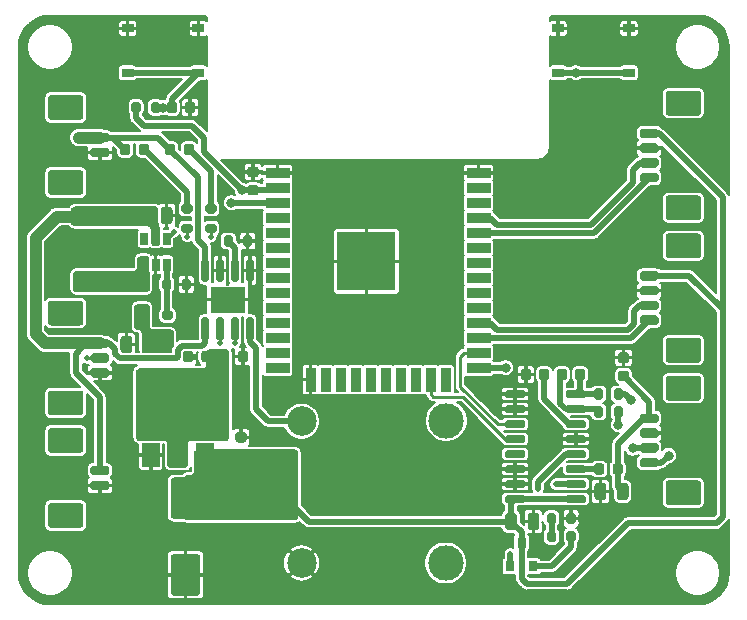
<source format=gbr>
%TF.GenerationSoftware,KiCad,Pcbnew,(5.1.12)-1*%
%TF.CreationDate,2022-08-07T17:33:45+09:00*%
%TF.ProjectId,STAC,53544143-2e6b-4696-9361-645f70636258,rev?*%
%TF.SameCoordinates,Original*%
%TF.FileFunction,Copper,L1,Top*%
%TF.FilePolarity,Positive*%
%FSLAX46Y46*%
G04 Gerber Fmt 4.6, Leading zero omitted, Abs format (unit mm)*
G04 Created by KiCad (PCBNEW (5.1.12)-1) date 2022-08-07 17:33:45*
%MOMM*%
%LPD*%
G01*
G04 APERTURE LIST*
%TA.AperFunction,SMDPad,CuDef*%
%ADD10R,1.200000X0.900000*%
%TD*%
%TA.AperFunction,ComponentPad*%
%ADD11C,2.500000*%
%TD*%
%TA.AperFunction,ComponentPad*%
%ADD12C,3.000000*%
%TD*%
%TA.AperFunction,SMDPad,CuDef*%
%ADD13R,2.400000X1.500000*%
%TD*%
%TA.AperFunction,SMDPad,CuDef*%
%ADD14R,0.800000X0.900000*%
%TD*%
%TA.AperFunction,SMDPad,CuDef*%
%ADD15R,1.000000X0.750000*%
%TD*%
%TA.AperFunction,SMDPad,CuDef*%
%ADD16R,0.650000X1.060000*%
%TD*%
%TA.AperFunction,SMDPad,CuDef*%
%ADD17R,3.800000X2.000000*%
%TD*%
%TA.AperFunction,SMDPad,CuDef*%
%ADD18R,1.500000X2.000000*%
%TD*%
%TA.AperFunction,SMDPad,CuDef*%
%ADD19R,5.000000X5.000000*%
%TD*%
%TA.AperFunction,SMDPad,CuDef*%
%ADD20R,2.000000X0.900000*%
%TD*%
%TA.AperFunction,SMDPad,CuDef*%
%ADD21R,0.900000X2.000000*%
%TD*%
%TA.AperFunction,ComponentPad*%
%ADD22C,0.500000*%
%TD*%
%TA.AperFunction,SMDPad,CuDef*%
%ADD23R,3.000000X2.290000*%
%TD*%
%TA.AperFunction,ViaPad*%
%ADD24C,0.500000*%
%TD*%
%TA.AperFunction,ViaPad*%
%ADD25C,1.000000*%
%TD*%
%TA.AperFunction,ViaPad*%
%ADD26C,0.800000*%
%TD*%
%TA.AperFunction,Conductor*%
%ADD27C,0.500000*%
%TD*%
%TA.AperFunction,Conductor*%
%ADD28C,1.000000*%
%TD*%
%TA.AperFunction,Conductor*%
%ADD29C,0.250000*%
%TD*%
%TA.AperFunction,Conductor*%
%ADD30C,0.128000*%
%TD*%
%TA.AperFunction,Conductor*%
%ADD31C,0.100000*%
%TD*%
G04 APERTURE END LIST*
%TO.P,U5,16*%
%TO.N,+5VL*%
%TA.AperFunction,SMDPad,CuDef*%
G36*
G01*
X116791000Y-85194000D02*
X116791000Y-85494000D01*
G75*
G02*
X116641000Y-85644000I-150000J0D01*
G01*
X115191000Y-85644000D01*
G75*
G02*
X115041000Y-85494000I0J150000D01*
G01*
X115041000Y-85194000D01*
G75*
G02*
X115191000Y-85044000I150000J0D01*
G01*
X116641000Y-85044000D01*
G75*
G02*
X116791000Y-85194000I0J-150000D01*
G01*
G37*
%TD.AperFunction*%
%TO.P,U5,15*%
%TO.N,GND*%
%TA.AperFunction,SMDPad,CuDef*%
G36*
G01*
X116791000Y-83924000D02*
X116791000Y-84224000D01*
G75*
G02*
X116641000Y-84374000I-150000J0D01*
G01*
X115191000Y-84374000D01*
G75*
G02*
X115041000Y-84224000I0J150000D01*
G01*
X115041000Y-83924000D01*
G75*
G02*
X115191000Y-83774000I150000J0D01*
G01*
X116641000Y-83774000D01*
G75*
G02*
X116791000Y-83924000I0J-150000D01*
G01*
G37*
%TD.AperFunction*%
%TO.P,U5,14*%
%TA.AperFunction,SMDPad,CuDef*%
G36*
G01*
X116791000Y-82654000D02*
X116791000Y-82954000D01*
G75*
G02*
X116641000Y-83104000I-150000J0D01*
G01*
X115191000Y-83104000D01*
G75*
G02*
X115041000Y-82954000I0J150000D01*
G01*
X115041000Y-82654000D01*
G75*
G02*
X115191000Y-82504000I150000J0D01*
G01*
X116641000Y-82504000D01*
G75*
G02*
X116791000Y-82654000I0J-150000D01*
G01*
G37*
%TD.AperFunction*%
%TO.P,U5,13*%
%TO.N,Net-(U5-Pad13)*%
%TA.AperFunction,SMDPad,CuDef*%
G36*
G01*
X116791000Y-81384000D02*
X116791000Y-81684000D01*
G75*
G02*
X116641000Y-81834000I-150000J0D01*
G01*
X115191000Y-81834000D01*
G75*
G02*
X115041000Y-81684000I0J150000D01*
G01*
X115041000Y-81384000D01*
G75*
G02*
X115191000Y-81234000I150000J0D01*
G01*
X116641000Y-81234000D01*
G75*
G02*
X116791000Y-81384000I0J-150000D01*
G01*
G37*
%TD.AperFunction*%
%TO.P,U5,12*%
%TO.N,/DAT*%
%TA.AperFunction,SMDPad,CuDef*%
G36*
G01*
X116791000Y-80114000D02*
X116791000Y-80414000D01*
G75*
G02*
X116641000Y-80564000I-150000J0D01*
G01*
X115191000Y-80564000D01*
G75*
G02*
X115041000Y-80414000I0J150000D01*
G01*
X115041000Y-80114000D01*
G75*
G02*
X115191000Y-79964000I150000J0D01*
G01*
X116641000Y-79964000D01*
G75*
G02*
X116791000Y-80114000I0J-150000D01*
G01*
G37*
%TD.AperFunction*%
%TO.P,U5,11*%
%TO.N,/SCK*%
%TA.AperFunction,SMDPad,CuDef*%
G36*
G01*
X116791000Y-78844000D02*
X116791000Y-79144000D01*
G75*
G02*
X116641000Y-79294000I-150000J0D01*
G01*
X115191000Y-79294000D01*
G75*
G02*
X115041000Y-79144000I0J150000D01*
G01*
X115041000Y-78844000D01*
G75*
G02*
X115191000Y-78694000I150000J0D01*
G01*
X116641000Y-78694000D01*
G75*
G02*
X116791000Y-78844000I0J-150000D01*
G01*
G37*
%TD.AperFunction*%
%TO.P,U5,10*%
%TO.N,GND*%
%TA.AperFunction,SMDPad,CuDef*%
G36*
G01*
X116791000Y-77574000D02*
X116791000Y-77874000D01*
G75*
G02*
X116641000Y-78024000I-150000J0D01*
G01*
X115191000Y-78024000D01*
G75*
G02*
X115041000Y-77874000I0J150000D01*
G01*
X115041000Y-77574000D01*
G75*
G02*
X115191000Y-77424000I150000J0D01*
G01*
X116641000Y-77424000D01*
G75*
G02*
X116791000Y-77574000I0J-150000D01*
G01*
G37*
%TD.AperFunction*%
%TO.P,U5,9*%
%TA.AperFunction,SMDPad,CuDef*%
G36*
G01*
X116791000Y-76304000D02*
X116791000Y-76604000D01*
G75*
G02*
X116641000Y-76754000I-150000J0D01*
G01*
X115191000Y-76754000D01*
G75*
G02*
X115041000Y-76604000I0J150000D01*
G01*
X115041000Y-76304000D01*
G75*
G02*
X115191000Y-76154000I150000J0D01*
G01*
X116641000Y-76154000D01*
G75*
G02*
X116791000Y-76304000I0J-150000D01*
G01*
G37*
%TD.AperFunction*%
%TO.P,U5,8*%
%TO.N,Net-(C10-Pad2)*%
%TA.AperFunction,SMDPad,CuDef*%
G36*
G01*
X121941000Y-76304000D02*
X121941000Y-76604000D01*
G75*
G02*
X121791000Y-76754000I-150000J0D01*
G01*
X120341000Y-76754000D01*
G75*
G02*
X120191000Y-76604000I0J150000D01*
G01*
X120191000Y-76304000D01*
G75*
G02*
X120341000Y-76154000I150000J0D01*
G01*
X121791000Y-76154000D01*
G75*
G02*
X121941000Y-76304000I0J-150000D01*
G01*
G37*
%TD.AperFunction*%
%TO.P,U5,7*%
%TO.N,Net-(C10-Pad1)*%
%TA.AperFunction,SMDPad,CuDef*%
G36*
G01*
X121941000Y-77574000D02*
X121941000Y-77874000D01*
G75*
G02*
X121791000Y-78024000I-150000J0D01*
G01*
X120341000Y-78024000D01*
G75*
G02*
X120191000Y-77874000I0J150000D01*
G01*
X120191000Y-77574000D01*
G75*
G02*
X120341000Y-77424000I150000J0D01*
G01*
X121791000Y-77424000D01*
G75*
G02*
X121941000Y-77574000I0J-150000D01*
G01*
G37*
%TD.AperFunction*%
%TO.P,U5,6*%
%TO.N,Net-(C9-Pad2)*%
%TA.AperFunction,SMDPad,CuDef*%
G36*
G01*
X121941000Y-78844000D02*
X121941000Y-79144000D01*
G75*
G02*
X121791000Y-79294000I-150000J0D01*
G01*
X120341000Y-79294000D01*
G75*
G02*
X120191000Y-79144000I0J150000D01*
G01*
X120191000Y-78844000D01*
G75*
G02*
X120341000Y-78694000I150000J0D01*
G01*
X121791000Y-78694000D01*
G75*
G02*
X121941000Y-78844000I0J-150000D01*
G01*
G37*
%TD.AperFunction*%
%TO.P,U5,5*%
%TO.N,GND*%
%TA.AperFunction,SMDPad,CuDef*%
G36*
G01*
X121941000Y-80114000D02*
X121941000Y-80414000D01*
G75*
G02*
X121791000Y-80564000I-150000J0D01*
G01*
X120341000Y-80564000D01*
G75*
G02*
X120191000Y-80414000I0J150000D01*
G01*
X120191000Y-80114000D01*
G75*
G02*
X120341000Y-79964000I150000J0D01*
G01*
X121791000Y-79964000D01*
G75*
G02*
X121941000Y-80114000I0J-150000D01*
G01*
G37*
%TD.AperFunction*%
%TO.P,U5,4*%
%TO.N,Net-(R10-Pad1)*%
%TA.AperFunction,SMDPad,CuDef*%
G36*
G01*
X121941000Y-81384000D02*
X121941000Y-81684000D01*
G75*
G02*
X121791000Y-81834000I-150000J0D01*
G01*
X120341000Y-81834000D01*
G75*
G02*
X120191000Y-81684000I0J150000D01*
G01*
X120191000Y-81384000D01*
G75*
G02*
X120341000Y-81234000I150000J0D01*
G01*
X121791000Y-81234000D01*
G75*
G02*
X121941000Y-81384000I0J-150000D01*
G01*
G37*
%TD.AperFunction*%
%TO.P,U5,3*%
%TO.N,Net-(L2-Pad2)*%
%TA.AperFunction,SMDPad,CuDef*%
G36*
G01*
X121941000Y-82654000D02*
X121941000Y-82954000D01*
G75*
G02*
X121791000Y-83104000I-150000J0D01*
G01*
X120341000Y-83104000D01*
G75*
G02*
X120191000Y-82954000I0J150000D01*
G01*
X120191000Y-82654000D01*
G75*
G02*
X120341000Y-82504000I150000J0D01*
G01*
X121791000Y-82504000D01*
G75*
G02*
X121941000Y-82654000I0J-150000D01*
G01*
G37*
%TD.AperFunction*%
%TO.P,U5,2*%
%TO.N,Net-(Q1-Pad1)*%
%TA.AperFunction,SMDPad,CuDef*%
G36*
G01*
X121941000Y-83924000D02*
X121941000Y-84224000D01*
G75*
G02*
X121791000Y-84374000I-150000J0D01*
G01*
X120341000Y-84374000D01*
G75*
G02*
X120191000Y-84224000I0J150000D01*
G01*
X120191000Y-83924000D01*
G75*
G02*
X120341000Y-83774000I150000J0D01*
G01*
X121791000Y-83774000D01*
G75*
G02*
X121941000Y-83924000I0J-150000D01*
G01*
G37*
%TD.AperFunction*%
%TO.P,U5,1*%
%TO.N,+5VL*%
%TA.AperFunction,SMDPad,CuDef*%
G36*
G01*
X121941000Y-85194000D02*
X121941000Y-85494000D01*
G75*
G02*
X121791000Y-85644000I-150000J0D01*
G01*
X120341000Y-85644000D01*
G75*
G02*
X120191000Y-85494000I0J150000D01*
G01*
X120191000Y-85194000D01*
G75*
G02*
X120341000Y-85044000I150000J0D01*
G01*
X121791000Y-85044000D01*
G75*
G02*
X121941000Y-85194000I0J-150000D01*
G01*
G37*
%TD.AperFunction*%
%TD*%
%TO.P,C1,1*%
%TO.N,/BAT*%
%TA.AperFunction,SMDPad,CuDef*%
G36*
G01*
X84021000Y-61816000D02*
X84021000Y-60866000D01*
G75*
G02*
X84271000Y-60616000I250000J0D01*
G01*
X84771000Y-60616000D01*
G75*
G02*
X85021000Y-60866000I0J-250000D01*
G01*
X85021000Y-61816000D01*
G75*
G02*
X84771000Y-62066000I-250000J0D01*
G01*
X84271000Y-62066000D01*
G75*
G02*
X84021000Y-61816000I0J250000D01*
G01*
G37*
%TD.AperFunction*%
%TO.P,C1,2*%
%TO.N,GND*%
%TA.AperFunction,SMDPad,CuDef*%
G36*
G01*
X85921000Y-61816000D02*
X85921000Y-60866000D01*
G75*
G02*
X86171000Y-60616000I250000J0D01*
G01*
X86671000Y-60616000D01*
G75*
G02*
X86921000Y-60866000I0J-250000D01*
G01*
X86921000Y-61816000D01*
G75*
G02*
X86671000Y-62066000I-250000J0D01*
G01*
X86171000Y-62066000D01*
G75*
G02*
X85921000Y-61816000I0J250000D01*
G01*
G37*
%TD.AperFunction*%
%TD*%
%TO.P,C2,1*%
%TO.N,+5VL*%
%TA.AperFunction,SMDPad,CuDef*%
G36*
G01*
X87011000Y-83519000D02*
X89011000Y-83519000D01*
G75*
G02*
X89261000Y-83769000I0J-250000D01*
G01*
X89261000Y-86769000D01*
G75*
G02*
X89011000Y-87019000I-250000J0D01*
G01*
X87011000Y-87019000D01*
G75*
G02*
X86761000Y-86769000I0J250000D01*
G01*
X86761000Y-83769000D01*
G75*
G02*
X87011000Y-83519000I250000J0D01*
G01*
G37*
%TD.AperFunction*%
%TO.P,C2,2*%
%TO.N,GND*%
%TA.AperFunction,SMDPad,CuDef*%
G36*
G01*
X87011000Y-90019000D02*
X89011000Y-90019000D01*
G75*
G02*
X89261000Y-90269000I0J-250000D01*
G01*
X89261000Y-93269000D01*
G75*
G02*
X89011000Y-93519000I-250000J0D01*
G01*
X87011000Y-93519000D01*
G75*
G02*
X86761000Y-93269000I0J250000D01*
G01*
X86761000Y-90269000D01*
G75*
G02*
X87011000Y-90019000I250000J0D01*
G01*
G37*
%TD.AperFunction*%
%TD*%
%TO.P,C3,2*%
%TO.N,GND*%
%TA.AperFunction,SMDPad,CuDef*%
G36*
G01*
X83497000Y-71788000D02*
X83497000Y-72738000D01*
G75*
G02*
X83247000Y-72988000I-250000J0D01*
G01*
X82747000Y-72988000D01*
G75*
G02*
X82497000Y-72738000I0J250000D01*
G01*
X82497000Y-71788000D01*
G75*
G02*
X82747000Y-71538000I250000J0D01*
G01*
X83247000Y-71538000D01*
G75*
G02*
X83497000Y-71788000I0J-250000D01*
G01*
G37*
%TD.AperFunction*%
%TO.P,C3,1*%
%TO.N,+5VA*%
%TA.AperFunction,SMDPad,CuDef*%
G36*
G01*
X85397000Y-71788000D02*
X85397000Y-72738000D01*
G75*
G02*
X85147000Y-72988000I-250000J0D01*
G01*
X84647000Y-72988000D01*
G75*
G02*
X84397000Y-72738000I0J250000D01*
G01*
X84397000Y-71788000D01*
G75*
G02*
X84647000Y-71538000I250000J0D01*
G01*
X85147000Y-71538000D01*
G75*
G02*
X85397000Y-71788000I0J-250000D01*
G01*
G37*
%TD.AperFunction*%
%TD*%
%TO.P,C4,1*%
%TO.N,Net-(C4-Pad1)*%
%TA.AperFunction,SMDPad,CuDef*%
G36*
G01*
X125345000Y-75380000D02*
X124845000Y-75380000D01*
G75*
G02*
X124620000Y-75155000I0J225000D01*
G01*
X124620000Y-74705000D01*
G75*
G02*
X124845000Y-74480000I225000J0D01*
G01*
X125345000Y-74480000D01*
G75*
G02*
X125570000Y-74705000I0J-225000D01*
G01*
X125570000Y-75155000D01*
G75*
G02*
X125345000Y-75380000I-225000J0D01*
G01*
G37*
%TD.AperFunction*%
%TO.P,C4,2*%
%TO.N,GND*%
%TA.AperFunction,SMDPad,CuDef*%
G36*
G01*
X125345000Y-73830000D02*
X124845000Y-73830000D01*
G75*
G02*
X124620000Y-73605000I0J225000D01*
G01*
X124620000Y-73155000D01*
G75*
G02*
X124845000Y-72930000I225000J0D01*
G01*
X125345000Y-72930000D01*
G75*
G02*
X125570000Y-73155000I0J-225000D01*
G01*
X125570000Y-73605000D01*
G75*
G02*
X125345000Y-73830000I-225000J0D01*
G01*
G37*
%TD.AperFunction*%
%TD*%
%TO.P,C5,1*%
%TO.N,+5VL*%
%TA.AperFunction,SMDPad,CuDef*%
G36*
G01*
X92960000Y-82124000D02*
X92460000Y-82124000D01*
G75*
G02*
X92235000Y-81899000I0J225000D01*
G01*
X92235000Y-81449000D01*
G75*
G02*
X92460000Y-81224000I225000J0D01*
G01*
X92960000Y-81224000D01*
G75*
G02*
X93185000Y-81449000I0J-225000D01*
G01*
X93185000Y-81899000D01*
G75*
G02*
X92960000Y-82124000I-225000J0D01*
G01*
G37*
%TD.AperFunction*%
%TO.P,C5,2*%
%TO.N,GND*%
%TA.AperFunction,SMDPad,CuDef*%
G36*
G01*
X92960000Y-80574000D02*
X92460000Y-80574000D01*
G75*
G02*
X92235000Y-80349000I0J225000D01*
G01*
X92235000Y-79899000D01*
G75*
G02*
X92460000Y-79674000I225000J0D01*
G01*
X92960000Y-79674000D01*
G75*
G02*
X93185000Y-79899000I0J-225000D01*
G01*
X93185000Y-80349000D01*
G75*
G02*
X92960000Y-80574000I-225000J0D01*
G01*
G37*
%TD.AperFunction*%
%TD*%
%TO.P,C6,2*%
%TO.N,GND*%
%TA.AperFunction,SMDPad,CuDef*%
G36*
G01*
X123629000Y-84234000D02*
X123629000Y-85184000D01*
G75*
G02*
X123379000Y-85434000I-250000J0D01*
G01*
X122879000Y-85434000D01*
G75*
G02*
X122629000Y-85184000I0J250000D01*
G01*
X122629000Y-84234000D01*
G75*
G02*
X122879000Y-83984000I250000J0D01*
G01*
X123379000Y-83984000D01*
G75*
G02*
X123629000Y-84234000I0J-250000D01*
G01*
G37*
%TD.AperFunction*%
%TO.P,C6,1*%
%TO.N,Net-(C4-Pad1)*%
%TA.AperFunction,SMDPad,CuDef*%
G36*
G01*
X125529000Y-84234000D02*
X125529000Y-85184000D01*
G75*
G02*
X125279000Y-85434000I-250000J0D01*
G01*
X124779000Y-85434000D01*
G75*
G02*
X124529000Y-85184000I0J250000D01*
G01*
X124529000Y-84234000D01*
G75*
G02*
X124779000Y-83984000I250000J0D01*
G01*
X125279000Y-83984000D01*
G75*
G02*
X125529000Y-84234000I0J-250000D01*
G01*
G37*
%TD.AperFunction*%
%TD*%
%TO.P,C7,1*%
%TO.N,/EN*%
%TA.AperFunction,SMDPad,CuDef*%
G36*
G01*
X86405000Y-52447000D02*
X86405000Y-51947000D01*
G75*
G02*
X86630000Y-51722000I225000J0D01*
G01*
X87080000Y-51722000D01*
G75*
G02*
X87305000Y-51947000I0J-225000D01*
G01*
X87305000Y-52447000D01*
G75*
G02*
X87080000Y-52672000I-225000J0D01*
G01*
X86630000Y-52672000D01*
G75*
G02*
X86405000Y-52447000I0J225000D01*
G01*
G37*
%TD.AperFunction*%
%TO.P,C7,2*%
%TO.N,GND*%
%TA.AperFunction,SMDPad,CuDef*%
G36*
G01*
X87955000Y-52447000D02*
X87955000Y-51947000D01*
G75*
G02*
X88180000Y-51722000I225000J0D01*
G01*
X88630000Y-51722000D01*
G75*
G02*
X88855000Y-51947000I0J-225000D01*
G01*
X88855000Y-52447000D01*
G75*
G02*
X88630000Y-52672000I-225000J0D01*
G01*
X88180000Y-52672000D01*
G75*
G02*
X87955000Y-52447000I0J225000D01*
G01*
G37*
%TD.AperFunction*%
%TD*%
%TO.P,C8,2*%
%TO.N,GND*%
%TA.AperFunction,SMDPad,CuDef*%
G36*
G01*
X88689000Y-73029000D02*
X88689000Y-73529000D01*
G75*
G02*
X88464000Y-73754000I-225000J0D01*
G01*
X88014000Y-73754000D01*
G75*
G02*
X87789000Y-73529000I0J225000D01*
G01*
X87789000Y-73029000D01*
G75*
G02*
X88014000Y-72804000I225000J0D01*
G01*
X88464000Y-72804000D01*
G75*
G02*
X88689000Y-73029000I0J-225000D01*
G01*
G37*
%TD.AperFunction*%
%TO.P,C8,1*%
%TO.N,+3V3*%
%TA.AperFunction,SMDPad,CuDef*%
G36*
G01*
X90239000Y-73029000D02*
X90239000Y-73529000D01*
G75*
G02*
X90014000Y-73754000I-225000J0D01*
G01*
X89564000Y-73754000D01*
G75*
G02*
X89339000Y-73529000I0J225000D01*
G01*
X89339000Y-73029000D01*
G75*
G02*
X89564000Y-72804000I225000J0D01*
G01*
X90014000Y-72804000D01*
G75*
G02*
X90239000Y-73029000I0J-225000D01*
G01*
G37*
%TD.AperFunction*%
%TD*%
%TO.P,C9,1*%
%TO.N,GND*%
%TA.AperFunction,SMDPad,CuDef*%
G36*
G01*
X116377000Y-75053000D02*
X116377000Y-74553000D01*
G75*
G02*
X116602000Y-74328000I225000J0D01*
G01*
X117052000Y-74328000D01*
G75*
G02*
X117277000Y-74553000I0J-225000D01*
G01*
X117277000Y-75053000D01*
G75*
G02*
X117052000Y-75278000I-225000J0D01*
G01*
X116602000Y-75278000D01*
G75*
G02*
X116377000Y-75053000I0J225000D01*
G01*
G37*
%TD.AperFunction*%
%TO.P,C9,2*%
%TO.N,Net-(C9-Pad2)*%
%TA.AperFunction,SMDPad,CuDef*%
G36*
G01*
X117927000Y-75053000D02*
X117927000Y-74553000D01*
G75*
G02*
X118152000Y-74328000I225000J0D01*
G01*
X118602000Y-74328000D01*
G75*
G02*
X118827000Y-74553000I0J-225000D01*
G01*
X118827000Y-75053000D01*
G75*
G02*
X118602000Y-75278000I-225000J0D01*
G01*
X118152000Y-75278000D01*
G75*
G02*
X117927000Y-75053000I0J225000D01*
G01*
G37*
%TD.AperFunction*%
%TD*%
%TO.P,C10,2*%
%TO.N,Net-(C10-Pad2)*%
%TA.AperFunction,SMDPad,CuDef*%
G36*
G01*
X120975000Y-75053000D02*
X120975000Y-74553000D01*
G75*
G02*
X121200000Y-74328000I225000J0D01*
G01*
X121650000Y-74328000D01*
G75*
G02*
X121875000Y-74553000I0J-225000D01*
G01*
X121875000Y-75053000D01*
G75*
G02*
X121650000Y-75278000I-225000J0D01*
G01*
X121200000Y-75278000D01*
G75*
G02*
X120975000Y-75053000I0J225000D01*
G01*
G37*
%TD.AperFunction*%
%TO.P,C10,1*%
%TO.N,Net-(C10-Pad1)*%
%TA.AperFunction,SMDPad,CuDef*%
G36*
G01*
X119425000Y-75053000D02*
X119425000Y-74553000D01*
G75*
G02*
X119650000Y-74328000I225000J0D01*
G01*
X120100000Y-74328000D01*
G75*
G02*
X120325000Y-74553000I0J-225000D01*
G01*
X120325000Y-75053000D01*
G75*
G02*
X120100000Y-75278000I-225000J0D01*
G01*
X119650000Y-75278000D01*
G75*
G02*
X119425000Y-75053000I0J225000D01*
G01*
G37*
%TD.AperFunction*%
%TD*%
%TO.P,C11,2*%
%TO.N,+3V3*%
%TA.AperFunction,SMDPad,CuDef*%
G36*
G01*
X93476000Y-58745000D02*
X93976000Y-58745000D01*
G75*
G02*
X94201000Y-58970000I0J-225000D01*
G01*
X94201000Y-59420000D01*
G75*
G02*
X93976000Y-59645000I-225000J0D01*
G01*
X93476000Y-59645000D01*
G75*
G02*
X93251000Y-59420000I0J225000D01*
G01*
X93251000Y-58970000D01*
G75*
G02*
X93476000Y-58745000I225000J0D01*
G01*
G37*
%TD.AperFunction*%
%TO.P,C11,1*%
%TO.N,GND*%
%TA.AperFunction,SMDPad,CuDef*%
G36*
G01*
X93476000Y-57195000D02*
X93976000Y-57195000D01*
G75*
G02*
X94201000Y-57420000I0J-225000D01*
G01*
X94201000Y-57870000D01*
G75*
G02*
X93976000Y-58095000I-225000J0D01*
G01*
X93476000Y-58095000D01*
G75*
G02*
X93251000Y-57870000I0J225000D01*
G01*
X93251000Y-57420000D01*
G75*
G02*
X93476000Y-57195000I225000J0D01*
G01*
G37*
%TD.AperFunction*%
%TD*%
%TO.P,C12,1*%
%TO.N,+5VL*%
%TA.AperFunction,SMDPad,CuDef*%
G36*
G01*
X115070000Y-87724000D02*
X115070000Y-86774000D01*
G75*
G02*
X115320000Y-86524000I250000J0D01*
G01*
X115820000Y-86524000D01*
G75*
G02*
X116070000Y-86774000I0J-250000D01*
G01*
X116070000Y-87724000D01*
G75*
G02*
X115820000Y-87974000I-250000J0D01*
G01*
X115320000Y-87974000D01*
G75*
G02*
X115070000Y-87724000I0J250000D01*
G01*
G37*
%TD.AperFunction*%
%TO.P,C12,2*%
%TO.N,GND*%
%TA.AperFunction,SMDPad,CuDef*%
G36*
G01*
X116970000Y-87724000D02*
X116970000Y-86774000D01*
G75*
G02*
X117220000Y-86524000I250000J0D01*
G01*
X117720000Y-86524000D01*
G75*
G02*
X117970000Y-86774000I0J-250000D01*
G01*
X117970000Y-87724000D01*
G75*
G02*
X117720000Y-87974000I-250000J0D01*
G01*
X117220000Y-87974000D01*
G75*
G02*
X116970000Y-87724000I0J250000D01*
G01*
G37*
%TD.AperFunction*%
%TD*%
D10*
%TO.P,D1,1*%
%TO.N,+5VA*%
X84328000Y-70484000D03*
%TO.P,D1,2*%
%TO.N,Net-(D1-Pad2)*%
X84328000Y-67184000D03*
%TD*%
%TO.P,D2,2*%
%TO.N,+5V*%
%TA.AperFunction,SMDPad,CuDef*%
G36*
G01*
X87153000Y-55496750D02*
X87153000Y-56009250D01*
G75*
G02*
X86934250Y-56228000I-218750J0D01*
G01*
X86496750Y-56228000D01*
G75*
G02*
X86278000Y-56009250I0J218750D01*
G01*
X86278000Y-55496750D01*
G75*
G02*
X86496750Y-55278000I218750J0D01*
G01*
X86934250Y-55278000D01*
G75*
G02*
X87153000Y-55496750I0J-218750D01*
G01*
G37*
%TD.AperFunction*%
%TO.P,D2,1*%
%TO.N,Net-(D2-Pad1)*%
%TA.AperFunction,SMDPad,CuDef*%
G36*
G01*
X88728000Y-55496750D02*
X88728000Y-56009250D01*
G75*
G02*
X88509250Y-56228000I-218750J0D01*
G01*
X88071750Y-56228000D01*
G75*
G02*
X87853000Y-56009250I0J218750D01*
G01*
X87853000Y-55496750D01*
G75*
G02*
X88071750Y-55278000I218750J0D01*
G01*
X88509250Y-55278000D01*
G75*
G02*
X88728000Y-55496750I0J-218750D01*
G01*
G37*
%TD.AperFunction*%
%TD*%
%TO.P,D3,2*%
%TO.N,+5V*%
%TA.AperFunction,SMDPad,CuDef*%
G36*
G01*
X83343000Y-55496750D02*
X83343000Y-56009250D01*
G75*
G02*
X83124250Y-56228000I-218750J0D01*
G01*
X82686750Y-56228000D01*
G75*
G02*
X82468000Y-56009250I0J218750D01*
G01*
X82468000Y-55496750D01*
G75*
G02*
X82686750Y-55278000I218750J0D01*
G01*
X83124250Y-55278000D01*
G75*
G02*
X83343000Y-55496750I0J-218750D01*
G01*
G37*
%TD.AperFunction*%
%TO.P,D3,1*%
%TO.N,Net-(D3-Pad1)*%
%TA.AperFunction,SMDPad,CuDef*%
G36*
G01*
X84918000Y-55496750D02*
X84918000Y-56009250D01*
G75*
G02*
X84699250Y-56228000I-218750J0D01*
G01*
X84261750Y-56228000D01*
G75*
G02*
X84043000Y-56009250I0J218750D01*
G01*
X84043000Y-55496750D01*
G75*
G02*
X84261750Y-55278000I218750J0D01*
G01*
X84699250Y-55278000D01*
G75*
G02*
X84918000Y-55496750I0J-218750D01*
G01*
G37*
%TD.AperFunction*%
%TD*%
%TO.P,D4,1*%
%TO.N,GND*%
%TA.AperFunction,SMDPad,CuDef*%
G36*
G01*
X93300000Y-73022750D02*
X93300000Y-73535250D01*
G75*
G02*
X93081250Y-73754000I-218750J0D01*
G01*
X92643750Y-73754000D01*
G75*
G02*
X92425000Y-73535250I0J218750D01*
G01*
X92425000Y-73022750D01*
G75*
G02*
X92643750Y-72804000I218750J0D01*
G01*
X93081250Y-72804000D01*
G75*
G02*
X93300000Y-73022750I0J-218750D01*
G01*
G37*
%TD.AperFunction*%
%TO.P,D4,2*%
%TO.N,+3V3*%
%TA.AperFunction,SMDPad,CuDef*%
G36*
G01*
X91725000Y-73022750D02*
X91725000Y-73535250D01*
G75*
G02*
X91506250Y-73754000I-218750J0D01*
G01*
X91068750Y-73754000D01*
G75*
G02*
X90850000Y-73535250I0J218750D01*
G01*
X90850000Y-73022750D01*
G75*
G02*
X91068750Y-72804000I218750J0D01*
G01*
X91506250Y-72804000D01*
G75*
G02*
X91725000Y-73022750I0J-218750D01*
G01*
G37*
%TD.AperFunction*%
%TD*%
%TO.P,J1,MP*%
%TO.N,N/C*%
%TA.AperFunction,SMDPad,CuDef*%
G36*
G01*
X76608999Y-57497000D02*
X79109001Y-57497000D01*
G75*
G02*
X79359000Y-57746999I0J-249999D01*
G01*
X79359000Y-59347001D01*
G75*
G02*
X79109001Y-59597000I-249999J0D01*
G01*
X76608999Y-59597000D01*
G75*
G02*
X76359000Y-59347001I0J249999D01*
G01*
X76359000Y-57746999D01*
G75*
G02*
X76608999Y-57497000I249999J0D01*
G01*
G37*
%TD.AperFunction*%
%TA.AperFunction,SMDPad,CuDef*%
G36*
G01*
X76608999Y-51147000D02*
X79109001Y-51147000D01*
G75*
G02*
X79359000Y-51396999I0J-249999D01*
G01*
X79359000Y-52997001D01*
G75*
G02*
X79109001Y-53247000I-249999J0D01*
G01*
X76608999Y-53247000D01*
G75*
G02*
X76359000Y-52997001I0J249999D01*
G01*
X76359000Y-51396999D01*
G75*
G02*
X76608999Y-51147000I249999J0D01*
G01*
G37*
%TD.AperFunction*%
%TO.P,J1,2*%
%TO.N,GND*%
%TA.AperFunction,SMDPad,CuDef*%
G36*
G01*
X80159000Y-55597000D02*
X81359000Y-55597000D01*
G75*
G02*
X81559000Y-55797000I0J-200000D01*
G01*
X81559000Y-56197000D01*
G75*
G02*
X81359000Y-56397000I-200000J0D01*
G01*
X80159000Y-56397000D01*
G75*
G02*
X79959000Y-56197000I0J200000D01*
G01*
X79959000Y-55797000D01*
G75*
G02*
X80159000Y-55597000I200000J0D01*
G01*
G37*
%TD.AperFunction*%
%TO.P,J1,1*%
%TO.N,+5V*%
%TA.AperFunction,SMDPad,CuDef*%
G36*
G01*
X80159000Y-54347000D02*
X81359000Y-54347000D01*
G75*
G02*
X81559000Y-54547000I0J-200000D01*
G01*
X81559000Y-54947000D01*
G75*
G02*
X81359000Y-55147000I-200000J0D01*
G01*
X80159000Y-55147000D01*
G75*
G02*
X79959000Y-54947000I0J200000D01*
G01*
X79959000Y-54547000D01*
G75*
G02*
X80159000Y-54347000I200000J0D01*
G01*
G37*
%TD.AperFunction*%
%TD*%
%TO.P,J2,1*%
%TO.N,/BAT*%
%TA.AperFunction,SMDPad,CuDef*%
G36*
G01*
X80159000Y-82541000D02*
X81359000Y-82541000D01*
G75*
G02*
X81559000Y-82741000I0J-200000D01*
G01*
X81559000Y-83141000D01*
G75*
G02*
X81359000Y-83341000I-200000J0D01*
G01*
X80159000Y-83341000D01*
G75*
G02*
X79959000Y-83141000I0J200000D01*
G01*
X79959000Y-82741000D01*
G75*
G02*
X80159000Y-82541000I200000J0D01*
G01*
G37*
%TD.AperFunction*%
%TO.P,J2,2*%
%TO.N,GND*%
%TA.AperFunction,SMDPad,CuDef*%
G36*
G01*
X80159000Y-83791000D02*
X81359000Y-83791000D01*
G75*
G02*
X81559000Y-83991000I0J-200000D01*
G01*
X81559000Y-84391000D01*
G75*
G02*
X81359000Y-84591000I-200000J0D01*
G01*
X80159000Y-84591000D01*
G75*
G02*
X79959000Y-84391000I0J200000D01*
G01*
X79959000Y-83991000D01*
G75*
G02*
X80159000Y-83791000I200000J0D01*
G01*
G37*
%TD.AperFunction*%
%TO.P,J2,MP*%
%TO.N,N/C*%
%TA.AperFunction,SMDPad,CuDef*%
G36*
G01*
X76608999Y-79341000D02*
X79109001Y-79341000D01*
G75*
G02*
X79359000Y-79590999I0J-249999D01*
G01*
X79359000Y-81191001D01*
G75*
G02*
X79109001Y-81441000I-249999J0D01*
G01*
X76608999Y-81441000D01*
G75*
G02*
X76359000Y-81191001I0J249999D01*
G01*
X76359000Y-79590999D01*
G75*
G02*
X76608999Y-79341000I249999J0D01*
G01*
G37*
%TD.AperFunction*%
%TA.AperFunction,SMDPad,CuDef*%
G36*
G01*
X76608999Y-85691000D02*
X79109001Y-85691000D01*
G75*
G02*
X79359000Y-85940999I0J-249999D01*
G01*
X79359000Y-87541001D01*
G75*
G02*
X79109001Y-87791000I-249999J0D01*
G01*
X76608999Y-87791000D01*
G75*
G02*
X76359000Y-87541001I0J249999D01*
G01*
X76359000Y-85940999D01*
G75*
G02*
X76608999Y-85691000I249999J0D01*
G01*
G37*
%TD.AperFunction*%
%TD*%
%TO.P,J3,MP*%
%TO.N,N/C*%
%TA.AperFunction,SMDPad,CuDef*%
G36*
G01*
X131417001Y-77016000D02*
X128916999Y-77016000D01*
G75*
G02*
X128667000Y-76766001I0J249999D01*
G01*
X128667000Y-75165999D01*
G75*
G02*
X128916999Y-74916000I249999J0D01*
G01*
X131417001Y-74916000D01*
G75*
G02*
X131667000Y-75165999I0J-249999D01*
G01*
X131667000Y-76766001D01*
G75*
G02*
X131417001Y-77016000I-249999J0D01*
G01*
G37*
%TD.AperFunction*%
%TA.AperFunction,SMDPad,CuDef*%
G36*
G01*
X131417001Y-85866000D02*
X128916999Y-85866000D01*
G75*
G02*
X128667000Y-85616001I0J249999D01*
G01*
X128667000Y-84015999D01*
G75*
G02*
X128916999Y-83766000I249999J0D01*
G01*
X131417001Y-83766000D01*
G75*
G02*
X131667000Y-84015999I0J-249999D01*
G01*
X131667000Y-85616001D01*
G75*
G02*
X131417001Y-85866000I-249999J0D01*
G01*
G37*
%TD.AperFunction*%
%TO.P,J3,4*%
%TO.N,Net-(C4-Pad1)*%
%TA.AperFunction,SMDPad,CuDef*%
G36*
G01*
X127867000Y-78916000D02*
X126667000Y-78916000D01*
G75*
G02*
X126467000Y-78716000I0J200000D01*
G01*
X126467000Y-78316000D01*
G75*
G02*
X126667000Y-78116000I200000J0D01*
G01*
X127867000Y-78116000D01*
G75*
G02*
X128067000Y-78316000I0J-200000D01*
G01*
X128067000Y-78716000D01*
G75*
G02*
X127867000Y-78916000I-200000J0D01*
G01*
G37*
%TD.AperFunction*%
%TO.P,J3,3*%
%TO.N,GND*%
%TA.AperFunction,SMDPad,CuDef*%
G36*
G01*
X127867000Y-80166000D02*
X126667000Y-80166000D01*
G75*
G02*
X126467000Y-79966000I0J200000D01*
G01*
X126467000Y-79566000D01*
G75*
G02*
X126667000Y-79366000I200000J0D01*
G01*
X127867000Y-79366000D01*
G75*
G02*
X128067000Y-79566000I0J-200000D01*
G01*
X128067000Y-79966000D01*
G75*
G02*
X127867000Y-80166000I-200000J0D01*
G01*
G37*
%TD.AperFunction*%
%TO.P,J3,2*%
%TO.N,Net-(J3-Pad2)*%
%TA.AperFunction,SMDPad,CuDef*%
G36*
G01*
X127867000Y-81416000D02*
X126667000Y-81416000D01*
G75*
G02*
X126467000Y-81216000I0J200000D01*
G01*
X126467000Y-80816000D01*
G75*
G02*
X126667000Y-80616000I200000J0D01*
G01*
X127867000Y-80616000D01*
G75*
G02*
X128067000Y-80816000I0J-200000D01*
G01*
X128067000Y-81216000D01*
G75*
G02*
X127867000Y-81416000I-200000J0D01*
G01*
G37*
%TD.AperFunction*%
%TO.P,J3,1*%
%TO.N,Net-(J3-Pad1)*%
%TA.AperFunction,SMDPad,CuDef*%
G36*
G01*
X127867000Y-82666000D02*
X126667000Y-82666000D01*
G75*
G02*
X126467000Y-82466000I0J200000D01*
G01*
X126467000Y-82066000D01*
G75*
G02*
X126667000Y-81866000I200000J0D01*
G01*
X127867000Y-81866000D01*
G75*
G02*
X128067000Y-82066000I0J-200000D01*
G01*
X128067000Y-82466000D01*
G75*
G02*
X127867000Y-82666000I-200000J0D01*
G01*
G37*
%TD.AperFunction*%
%TD*%
%TO.P,J4,1*%
%TO.N,/RX*%
%TA.AperFunction,SMDPad,CuDef*%
G36*
G01*
X127867000Y-58536000D02*
X126667000Y-58536000D01*
G75*
G02*
X126467000Y-58336000I0J200000D01*
G01*
X126467000Y-57936000D01*
G75*
G02*
X126667000Y-57736000I200000J0D01*
G01*
X127867000Y-57736000D01*
G75*
G02*
X128067000Y-57936000I0J-200000D01*
G01*
X128067000Y-58336000D01*
G75*
G02*
X127867000Y-58536000I-200000J0D01*
G01*
G37*
%TD.AperFunction*%
%TO.P,J4,2*%
%TO.N,/TX*%
%TA.AperFunction,SMDPad,CuDef*%
G36*
G01*
X127867000Y-57286000D02*
X126667000Y-57286000D01*
G75*
G02*
X126467000Y-57086000I0J200000D01*
G01*
X126467000Y-56686000D01*
G75*
G02*
X126667000Y-56486000I200000J0D01*
G01*
X127867000Y-56486000D01*
G75*
G02*
X128067000Y-56686000I0J-200000D01*
G01*
X128067000Y-57086000D01*
G75*
G02*
X127867000Y-57286000I-200000J0D01*
G01*
G37*
%TD.AperFunction*%
%TO.P,J4,3*%
%TO.N,GND*%
%TA.AperFunction,SMDPad,CuDef*%
G36*
G01*
X127867000Y-56036000D02*
X126667000Y-56036000D01*
G75*
G02*
X126467000Y-55836000I0J200000D01*
G01*
X126467000Y-55436000D01*
G75*
G02*
X126667000Y-55236000I200000J0D01*
G01*
X127867000Y-55236000D01*
G75*
G02*
X128067000Y-55436000I0J-200000D01*
G01*
X128067000Y-55836000D01*
G75*
G02*
X127867000Y-56036000I-200000J0D01*
G01*
G37*
%TD.AperFunction*%
%TO.P,J4,4*%
%TO.N,+5VL*%
%TA.AperFunction,SMDPad,CuDef*%
G36*
G01*
X127867000Y-54786000D02*
X126667000Y-54786000D01*
G75*
G02*
X126467000Y-54586000I0J200000D01*
G01*
X126467000Y-54186000D01*
G75*
G02*
X126667000Y-53986000I200000J0D01*
G01*
X127867000Y-53986000D01*
G75*
G02*
X128067000Y-54186000I0J-200000D01*
G01*
X128067000Y-54586000D01*
G75*
G02*
X127867000Y-54786000I-200000J0D01*
G01*
G37*
%TD.AperFunction*%
%TO.P,J4,MP*%
%TO.N,N/C*%
%TA.AperFunction,SMDPad,CuDef*%
G36*
G01*
X131417001Y-61736000D02*
X128916999Y-61736000D01*
G75*
G02*
X128667000Y-61486001I0J249999D01*
G01*
X128667000Y-59885999D01*
G75*
G02*
X128916999Y-59636000I249999J0D01*
G01*
X131417001Y-59636000D01*
G75*
G02*
X131667000Y-59885999I0J-249999D01*
G01*
X131667000Y-61486001D01*
G75*
G02*
X131417001Y-61736000I-249999J0D01*
G01*
G37*
%TD.AperFunction*%
%TA.AperFunction,SMDPad,CuDef*%
G36*
G01*
X131417001Y-52886000D02*
X128916999Y-52886000D01*
G75*
G02*
X128667000Y-52636001I0J249999D01*
G01*
X128667000Y-51035999D01*
G75*
G02*
X128916999Y-50786000I249999J0D01*
G01*
X131417001Y-50786000D01*
G75*
G02*
X131667000Y-51035999I0J-249999D01*
G01*
X131667000Y-52636001D01*
G75*
G02*
X131417001Y-52886000I-249999J0D01*
G01*
G37*
%TD.AperFunction*%
%TD*%
%TO.P,J5,1*%
%TO.N,/RX_COMM*%
%TA.AperFunction,SMDPad,CuDef*%
G36*
G01*
X127867000Y-70601000D02*
X126667000Y-70601000D01*
G75*
G02*
X126467000Y-70401000I0J200000D01*
G01*
X126467000Y-70001000D01*
G75*
G02*
X126667000Y-69801000I200000J0D01*
G01*
X127867000Y-69801000D01*
G75*
G02*
X128067000Y-70001000I0J-200000D01*
G01*
X128067000Y-70401000D01*
G75*
G02*
X127867000Y-70601000I-200000J0D01*
G01*
G37*
%TD.AperFunction*%
%TO.P,J5,2*%
%TO.N,/TX_COMM*%
%TA.AperFunction,SMDPad,CuDef*%
G36*
G01*
X127867000Y-69351000D02*
X126667000Y-69351000D01*
G75*
G02*
X126467000Y-69151000I0J200000D01*
G01*
X126467000Y-68751000D01*
G75*
G02*
X126667000Y-68551000I200000J0D01*
G01*
X127867000Y-68551000D01*
G75*
G02*
X128067000Y-68751000I0J-200000D01*
G01*
X128067000Y-69151000D01*
G75*
G02*
X127867000Y-69351000I-200000J0D01*
G01*
G37*
%TD.AperFunction*%
%TO.P,J5,3*%
%TO.N,GND*%
%TA.AperFunction,SMDPad,CuDef*%
G36*
G01*
X127867000Y-68101000D02*
X126667000Y-68101000D01*
G75*
G02*
X126467000Y-67901000I0J200000D01*
G01*
X126467000Y-67501000D01*
G75*
G02*
X126667000Y-67301000I200000J0D01*
G01*
X127867000Y-67301000D01*
G75*
G02*
X128067000Y-67501000I0J-200000D01*
G01*
X128067000Y-67901000D01*
G75*
G02*
X127867000Y-68101000I-200000J0D01*
G01*
G37*
%TD.AperFunction*%
%TO.P,J5,4*%
%TO.N,+5VL*%
%TA.AperFunction,SMDPad,CuDef*%
G36*
G01*
X127867000Y-66851000D02*
X126667000Y-66851000D01*
G75*
G02*
X126467000Y-66651000I0J200000D01*
G01*
X126467000Y-66251000D01*
G75*
G02*
X126667000Y-66051000I200000J0D01*
G01*
X127867000Y-66051000D01*
G75*
G02*
X128067000Y-66251000I0J-200000D01*
G01*
X128067000Y-66651000D01*
G75*
G02*
X127867000Y-66851000I-200000J0D01*
G01*
G37*
%TD.AperFunction*%
%TO.P,J5,MP*%
%TO.N,N/C*%
%TA.AperFunction,SMDPad,CuDef*%
G36*
G01*
X131417001Y-73801000D02*
X128916999Y-73801000D01*
G75*
G02*
X128667000Y-73551001I0J249999D01*
G01*
X128667000Y-71950999D01*
G75*
G02*
X128916999Y-71701000I249999J0D01*
G01*
X131417001Y-71701000D01*
G75*
G02*
X131667000Y-71950999I0J-249999D01*
G01*
X131667000Y-73551001D01*
G75*
G02*
X131417001Y-73801000I-249999J0D01*
G01*
G37*
%TD.AperFunction*%
%TA.AperFunction,SMDPad,CuDef*%
G36*
G01*
X131417001Y-64951000D02*
X128916999Y-64951000D01*
G75*
G02*
X128667000Y-64701001I0J249999D01*
G01*
X128667000Y-63100999D01*
G75*
G02*
X128916999Y-62851000I249999J0D01*
G01*
X131417001Y-62851000D01*
G75*
G02*
X131667000Y-63100999I0J-249999D01*
G01*
X131667000Y-64701001D01*
G75*
G02*
X131417001Y-64951000I-249999J0D01*
G01*
G37*
%TD.AperFunction*%
%TD*%
D11*
%TO.P,K1,2*%
%TO.N,GND*%
X97835000Y-90759000D03*
D12*
%TO.P,K1,3*%
%TO.N,+5V*%
X110035000Y-90759000D03*
%TO.P,K1,4*%
%TO.N,+5VA*%
X110085000Y-78709000D03*
D11*
%TO.P,K1,5*%
%TO.N,+5V*%
X97835000Y-78759000D03*
D12*
%TO.P,K1,1*%
%TO.N,+5VL*%
X95885000Y-84709000D03*
%TD*%
D13*
%TO.P,L1,1*%
%TO.N,/BAT*%
X79756000Y-61429000D03*
%TO.P,L1,2*%
%TO.N,Net-(D1-Pad2)*%
X79756000Y-66929000D03*
%TD*%
%TO.P,L2,1*%
%TO.N,Net-(C4-Pad1)*%
%TA.AperFunction,SMDPad,CuDef*%
G36*
G01*
X125050000Y-82547750D02*
X125050000Y-83060250D01*
G75*
G02*
X124831250Y-83279000I-218750J0D01*
G01*
X124393750Y-83279000D01*
G75*
G02*
X124175000Y-83060250I0J218750D01*
G01*
X124175000Y-82547750D01*
G75*
G02*
X124393750Y-82329000I218750J0D01*
G01*
X124831250Y-82329000D01*
G75*
G02*
X125050000Y-82547750I0J-218750D01*
G01*
G37*
%TD.AperFunction*%
%TO.P,L2,2*%
%TO.N,Net-(L2-Pad2)*%
%TA.AperFunction,SMDPad,CuDef*%
G36*
G01*
X123475000Y-82547750D02*
X123475000Y-83060250D01*
G75*
G02*
X123256250Y-83279000I-218750J0D01*
G01*
X122818750Y-83279000D01*
G75*
G02*
X122600000Y-83060250I0J218750D01*
G01*
X122600000Y-82547750D01*
G75*
G02*
X122818750Y-82329000I218750J0D01*
G01*
X123256250Y-82329000D01*
G75*
G02*
X123475000Y-82547750I0J-218750D01*
G01*
G37*
%TD.AperFunction*%
%TD*%
D14*
%TO.P,Q1,1*%
%TO.N,Net-(Q1-Pad1)*%
X115509000Y-91043000D03*
%TO.P,Q1,2*%
%TO.N,Net-(L2-Pad2)*%
X117409000Y-91043000D03*
%TO.P,Q1,3*%
%TO.N,+5VL*%
X116459000Y-89043000D03*
%TD*%
%TO.P,R1,2*%
%TO.N,GND*%
%TA.AperFunction,SMDPad,CuDef*%
G36*
G01*
X92881000Y-63775000D02*
X92881000Y-63225000D01*
G75*
G02*
X93081000Y-63025000I200000J0D01*
G01*
X93481000Y-63025000D01*
G75*
G02*
X93681000Y-63225000I0J-200000D01*
G01*
X93681000Y-63775000D01*
G75*
G02*
X93481000Y-63975000I-200000J0D01*
G01*
X93081000Y-63975000D01*
G75*
G02*
X92881000Y-63775000I0J200000D01*
G01*
G37*
%TD.AperFunction*%
%TO.P,R1,1*%
%TO.N,Net-(R1-Pad1)*%
%TA.AperFunction,SMDPad,CuDef*%
G36*
G01*
X91231000Y-63775000D02*
X91231000Y-63225000D01*
G75*
G02*
X91431000Y-63025000I200000J0D01*
G01*
X91831000Y-63025000D01*
G75*
G02*
X92031000Y-63225000I0J-200000D01*
G01*
X92031000Y-63775000D01*
G75*
G02*
X91831000Y-63975000I-200000J0D01*
G01*
X91431000Y-63975000D01*
G75*
G02*
X91231000Y-63775000I0J200000D01*
G01*
G37*
%TD.AperFunction*%
%TD*%
%TO.P,R2,1*%
%TO.N,+5VA*%
%TA.AperFunction,SMDPad,CuDef*%
G36*
G01*
X86762000Y-71837000D02*
X86212000Y-71837000D01*
G75*
G02*
X86012000Y-71637000I0J200000D01*
G01*
X86012000Y-71237000D01*
G75*
G02*
X86212000Y-71037000I200000J0D01*
G01*
X86762000Y-71037000D01*
G75*
G02*
X86962000Y-71237000I0J-200000D01*
G01*
X86962000Y-71637000D01*
G75*
G02*
X86762000Y-71837000I-200000J0D01*
G01*
G37*
%TD.AperFunction*%
%TO.P,R2,2*%
%TO.N,Net-(R2-Pad2)*%
%TA.AperFunction,SMDPad,CuDef*%
G36*
G01*
X86762000Y-70187000D02*
X86212000Y-70187000D01*
G75*
G02*
X86012000Y-69987000I0J200000D01*
G01*
X86012000Y-69587000D01*
G75*
G02*
X86212000Y-69387000I200000J0D01*
G01*
X86762000Y-69387000D01*
G75*
G02*
X86962000Y-69587000I0J-200000D01*
G01*
X86962000Y-69987000D01*
G75*
G02*
X86762000Y-70187000I-200000J0D01*
G01*
G37*
%TD.AperFunction*%
%TD*%
%TO.P,R3,1*%
%TO.N,Net-(R2-Pad2)*%
%TA.AperFunction,SMDPad,CuDef*%
G36*
G01*
X86024000Y-67458000D02*
X86024000Y-66908000D01*
G75*
G02*
X86224000Y-66708000I200000J0D01*
G01*
X86624000Y-66708000D01*
G75*
G02*
X86824000Y-66908000I0J-200000D01*
G01*
X86824000Y-67458000D01*
G75*
G02*
X86624000Y-67658000I-200000J0D01*
G01*
X86224000Y-67658000D01*
G75*
G02*
X86024000Y-67458000I0J200000D01*
G01*
G37*
%TD.AperFunction*%
%TO.P,R3,2*%
%TO.N,GND*%
%TA.AperFunction,SMDPad,CuDef*%
G36*
G01*
X87674000Y-67458000D02*
X87674000Y-66908000D01*
G75*
G02*
X87874000Y-66708000I200000J0D01*
G01*
X88274000Y-66708000D01*
G75*
G02*
X88474000Y-66908000I0J-200000D01*
G01*
X88474000Y-67458000D01*
G75*
G02*
X88274000Y-67658000I-200000J0D01*
G01*
X87874000Y-67658000D01*
G75*
G02*
X87674000Y-67458000I0J200000D01*
G01*
G37*
%TD.AperFunction*%
%TD*%
%TO.P,R4,1*%
%TO.N,Net-(D2-Pad1)*%
%TA.AperFunction,SMDPad,CuDef*%
G36*
G01*
X89895000Y-60370000D02*
X90445000Y-60370000D01*
G75*
G02*
X90645000Y-60570000I0J-200000D01*
G01*
X90645000Y-60970000D01*
G75*
G02*
X90445000Y-61170000I-200000J0D01*
G01*
X89895000Y-61170000D01*
G75*
G02*
X89695000Y-60970000I0J200000D01*
G01*
X89695000Y-60570000D01*
G75*
G02*
X89895000Y-60370000I200000J0D01*
G01*
G37*
%TD.AperFunction*%
%TO.P,R4,2*%
%TO.N,Net-(R4-Pad2)*%
%TA.AperFunction,SMDPad,CuDef*%
G36*
G01*
X89895000Y-62020000D02*
X90445000Y-62020000D01*
G75*
G02*
X90645000Y-62220000I0J-200000D01*
G01*
X90645000Y-62620000D01*
G75*
G02*
X90445000Y-62820000I-200000J0D01*
G01*
X89895000Y-62820000D01*
G75*
G02*
X89695000Y-62620000I0J200000D01*
G01*
X89695000Y-62220000D01*
G75*
G02*
X89895000Y-62020000I200000J0D01*
G01*
G37*
%TD.AperFunction*%
%TD*%
%TO.P,R5,2*%
%TO.N,Net-(R5-Pad2)*%
%TA.AperFunction,SMDPad,CuDef*%
G36*
G01*
X87863000Y-62020000D02*
X88413000Y-62020000D01*
G75*
G02*
X88613000Y-62220000I0J-200000D01*
G01*
X88613000Y-62620000D01*
G75*
G02*
X88413000Y-62820000I-200000J0D01*
G01*
X87863000Y-62820000D01*
G75*
G02*
X87663000Y-62620000I0J200000D01*
G01*
X87663000Y-62220000D01*
G75*
G02*
X87863000Y-62020000I200000J0D01*
G01*
G37*
%TD.AperFunction*%
%TO.P,R5,1*%
%TO.N,Net-(D3-Pad1)*%
%TA.AperFunction,SMDPad,CuDef*%
G36*
G01*
X87863000Y-60370000D02*
X88413000Y-60370000D01*
G75*
G02*
X88613000Y-60570000I0J-200000D01*
G01*
X88613000Y-60970000D01*
G75*
G02*
X88413000Y-61170000I-200000J0D01*
G01*
X87863000Y-61170000D01*
G75*
G02*
X87663000Y-60970000I0J200000D01*
G01*
X87663000Y-60570000D01*
G75*
G02*
X87863000Y-60370000I200000J0D01*
G01*
G37*
%TD.AperFunction*%
%TD*%
%TO.P,R6,1*%
%TO.N,Net-(C10-Pad1)*%
%TA.AperFunction,SMDPad,CuDef*%
G36*
G01*
X122600000Y-78253000D02*
X122600000Y-77703000D01*
G75*
G02*
X122800000Y-77503000I200000J0D01*
G01*
X123200000Y-77503000D01*
G75*
G02*
X123400000Y-77703000I0J-200000D01*
G01*
X123400000Y-78253000D01*
G75*
G02*
X123200000Y-78453000I-200000J0D01*
G01*
X122800000Y-78453000D01*
G75*
G02*
X122600000Y-78253000I0J200000D01*
G01*
G37*
%TD.AperFunction*%
%TO.P,R6,2*%
%TO.N,Net-(J3-Pad2)*%
%TA.AperFunction,SMDPad,CuDef*%
G36*
G01*
X124250000Y-78253000D02*
X124250000Y-77703000D01*
G75*
G02*
X124450000Y-77503000I200000J0D01*
G01*
X124850000Y-77503000D01*
G75*
G02*
X125050000Y-77703000I0J-200000D01*
G01*
X125050000Y-78253000D01*
G75*
G02*
X124850000Y-78453000I-200000J0D01*
G01*
X124450000Y-78453000D01*
G75*
G02*
X124250000Y-78253000I0J200000D01*
G01*
G37*
%TD.AperFunction*%
%TD*%
%TO.P,R7,1*%
%TO.N,+3V3*%
%TA.AperFunction,SMDPad,CuDef*%
G36*
G01*
X83421000Y-52472000D02*
X83421000Y-51922000D01*
G75*
G02*
X83621000Y-51722000I200000J0D01*
G01*
X84021000Y-51722000D01*
G75*
G02*
X84221000Y-51922000I0J-200000D01*
G01*
X84221000Y-52472000D01*
G75*
G02*
X84021000Y-52672000I-200000J0D01*
G01*
X83621000Y-52672000D01*
G75*
G02*
X83421000Y-52472000I0J200000D01*
G01*
G37*
%TD.AperFunction*%
%TO.P,R7,2*%
%TO.N,/EN*%
%TA.AperFunction,SMDPad,CuDef*%
G36*
G01*
X85071000Y-52472000D02*
X85071000Y-51922000D01*
G75*
G02*
X85271000Y-51722000I200000J0D01*
G01*
X85671000Y-51722000D01*
G75*
G02*
X85871000Y-51922000I0J-200000D01*
G01*
X85871000Y-52472000D01*
G75*
G02*
X85671000Y-52672000I-200000J0D01*
G01*
X85271000Y-52672000D01*
G75*
G02*
X85071000Y-52472000I0J200000D01*
G01*
G37*
%TD.AperFunction*%
%TD*%
%TO.P,R8,2*%
%TO.N,Net-(J3-Pad1)*%
%TA.AperFunction,SMDPad,CuDef*%
G36*
G01*
X124250000Y-76729000D02*
X124250000Y-76179000D01*
G75*
G02*
X124450000Y-75979000I200000J0D01*
G01*
X124850000Y-75979000D01*
G75*
G02*
X125050000Y-76179000I0J-200000D01*
G01*
X125050000Y-76729000D01*
G75*
G02*
X124850000Y-76929000I-200000J0D01*
G01*
X124450000Y-76929000D01*
G75*
G02*
X124250000Y-76729000I0J200000D01*
G01*
G37*
%TD.AperFunction*%
%TO.P,R8,1*%
%TO.N,Net-(C10-Pad2)*%
%TA.AperFunction,SMDPad,CuDef*%
G36*
G01*
X122600000Y-76729000D02*
X122600000Y-76179000D01*
G75*
G02*
X122800000Y-75979000I200000J0D01*
G01*
X123200000Y-75979000D01*
G75*
G02*
X123400000Y-76179000I0J-200000D01*
G01*
X123400000Y-76729000D01*
G75*
G02*
X123200000Y-76929000I-200000J0D01*
G01*
X122800000Y-76929000D01*
G75*
G02*
X122600000Y-76729000I0J200000D01*
G01*
G37*
%TD.AperFunction*%
%TD*%
%TO.P,R9,2*%
%TO.N,Net-(R10-Pad1)*%
%TA.AperFunction,SMDPad,CuDef*%
G36*
G01*
X119400000Y-88244000D02*
X119400000Y-88794000D01*
G75*
G02*
X119200000Y-88994000I-200000J0D01*
G01*
X118800000Y-88994000D01*
G75*
G02*
X118600000Y-88794000I0J200000D01*
G01*
X118600000Y-88244000D01*
G75*
G02*
X118800000Y-88044000I200000J0D01*
G01*
X119200000Y-88044000D01*
G75*
G02*
X119400000Y-88244000I0J-200000D01*
G01*
G37*
%TD.AperFunction*%
%TO.P,R9,1*%
%TO.N,Net-(L2-Pad2)*%
%TA.AperFunction,SMDPad,CuDef*%
G36*
G01*
X121050000Y-88244000D02*
X121050000Y-88794000D01*
G75*
G02*
X120850000Y-88994000I-200000J0D01*
G01*
X120450000Y-88994000D01*
G75*
G02*
X120250000Y-88794000I0J200000D01*
G01*
X120250000Y-88244000D01*
G75*
G02*
X120450000Y-88044000I200000J0D01*
G01*
X120850000Y-88044000D01*
G75*
G02*
X121050000Y-88244000I0J-200000D01*
G01*
G37*
%TD.AperFunction*%
%TD*%
%TO.P,R10,2*%
%TO.N,GND*%
%TA.AperFunction,SMDPad,CuDef*%
G36*
G01*
X120250000Y-87270000D02*
X120250000Y-86720000D01*
G75*
G02*
X120450000Y-86520000I200000J0D01*
G01*
X120850000Y-86520000D01*
G75*
G02*
X121050000Y-86720000I0J-200000D01*
G01*
X121050000Y-87270000D01*
G75*
G02*
X120850000Y-87470000I-200000J0D01*
G01*
X120450000Y-87470000D01*
G75*
G02*
X120250000Y-87270000I0J200000D01*
G01*
G37*
%TD.AperFunction*%
%TO.P,R10,1*%
%TO.N,Net-(R10-Pad1)*%
%TA.AperFunction,SMDPad,CuDef*%
G36*
G01*
X118600000Y-87270000D02*
X118600000Y-86720000D01*
G75*
G02*
X118800000Y-86520000I200000J0D01*
G01*
X119200000Y-86520000D01*
G75*
G02*
X119400000Y-86720000I0J-200000D01*
G01*
X119400000Y-87270000D01*
G75*
G02*
X119200000Y-87470000I-200000J0D01*
G01*
X118800000Y-87470000D01*
G75*
G02*
X118600000Y-87270000I0J200000D01*
G01*
G37*
%TD.AperFunction*%
%TD*%
D15*
%TO.P,S1,D*%
%TO.N,/EN*%
X89106000Y-49246000D03*
%TO.P,S1,C*%
X83106000Y-49246000D03*
%TO.P,S1,B*%
%TO.N,GND*%
X89106000Y-45496000D03*
%TO.P,S1,A*%
X83106000Y-45496000D03*
%TD*%
%TO.P,S2,A*%
%TO.N,GND*%
X119555000Y-45496000D03*
%TO.P,S2,B*%
X125555000Y-45496000D03*
%TO.P,S2,C*%
%TO.N,/IO0*%
X119555000Y-49246000D03*
%TO.P,S2,D*%
X125555000Y-49246000D03*
%TD*%
D16*
%TO.P,U2,1*%
%TO.N,Net-(D1-Pad2)*%
X84521000Y-65489000D03*
%TO.P,U2,2*%
%TO.N,GND*%
X85471000Y-65489000D03*
%TO.P,U2,3*%
%TO.N,Net-(R2-Pad2)*%
X86421000Y-65489000D03*
%TO.P,U2,4*%
%TO.N,Net-(J6-Pad2)*%
X86421000Y-63289000D03*
%TO.P,U2,6*%
%TO.N,N/C*%
X84521000Y-63289000D03*
%TO.P,U2,5*%
%TO.N,/BAT*%
X85471000Y-63289000D03*
%TD*%
D17*
%TO.P,U3,2*%
%TO.N,+3V3*%
X87376000Y-75336000D03*
D18*
X87376000Y-81636000D03*
%TO.P,U3,3*%
%TO.N,+5VL*%
X89676000Y-81636000D03*
%TO.P,U3,1*%
%TO.N,GND*%
X85076000Y-81636000D03*
%TD*%
D19*
%TO.P,U4,39*%
%TO.N,GND*%
X103318001Y-65228001D03*
D20*
%TO.P,U4,1*%
X95818001Y-57728001D03*
%TO.P,U4,2*%
%TO.N,+3V3*%
X95818001Y-58998001D03*
%TO.P,U4,3*%
%TO.N,/EN*%
X95818001Y-60268001D03*
%TO.P,U4,4*%
%TO.N,Net-(U4-Pad4)*%
X95818001Y-61538001D03*
%TO.P,U4,5*%
%TO.N,Net-(U4-Pad5)*%
X95818001Y-62808001D03*
%TO.P,U4,6*%
%TO.N,Net-(U4-Pad6)*%
X95818001Y-64078001D03*
%TO.P,U4,7*%
%TO.N,Net-(U4-Pad7)*%
X95818001Y-65348001D03*
%TO.P,U4,8*%
%TO.N,Net-(U4-Pad8)*%
X95818001Y-66618001D03*
%TO.P,U4,9*%
%TO.N,Net-(U4-Pad9)*%
X95818001Y-67888001D03*
%TO.P,U4,10*%
%TO.N,Net-(U4-Pad10)*%
X95818001Y-69158001D03*
%TO.P,U4,11*%
%TO.N,Net-(U4-Pad11)*%
X95818001Y-70428001D03*
%TO.P,U4,12*%
%TO.N,Net-(U4-Pad12)*%
X95818001Y-71698001D03*
%TO.P,U4,13*%
%TO.N,Net-(U4-Pad13)*%
X95818001Y-72968001D03*
%TO.P,U4,14*%
%TO.N,Net-(U4-Pad14)*%
X95818001Y-74238001D03*
D21*
%TO.P,U4,15*%
%TO.N,GND*%
X98603001Y-75238001D03*
%TO.P,U4,16*%
%TO.N,Net-(U4-Pad16)*%
X99873001Y-75238001D03*
%TO.P,U4,17*%
%TO.N,Net-(U4-Pad17)*%
X101143001Y-75238001D03*
%TO.P,U4,18*%
%TO.N,Net-(U4-Pad18)*%
X102413001Y-75238001D03*
%TO.P,U4,19*%
%TO.N,Net-(U4-Pad19)*%
X103683001Y-75238001D03*
%TO.P,U4,20*%
%TO.N,Net-(U4-Pad20)*%
X104953001Y-75238001D03*
%TO.P,U4,21*%
%TO.N,Net-(U4-Pad21)*%
X106223001Y-75238001D03*
%TO.P,U4,22*%
%TO.N,Net-(U4-Pad22)*%
X107493001Y-75238001D03*
%TO.P,U4,23*%
%TO.N,/DAT*%
X108763001Y-75238001D03*
%TO.P,U4,24*%
%TO.N,Net-(U4-Pad24)*%
X110033001Y-75238001D03*
D20*
%TO.P,U4,25*%
%TO.N,/IO0*%
X112818001Y-74238001D03*
%TO.P,U4,26*%
%TO.N,/SCK*%
X112818001Y-72968001D03*
%TO.P,U4,27*%
%TO.N,/RX_COMM*%
X112818001Y-71698001D03*
%TO.P,U4,28*%
%TO.N,/TX_COMM*%
X112818001Y-70428001D03*
%TO.P,U4,29*%
%TO.N,Net-(U4-Pad29)*%
X112818001Y-69158001D03*
%TO.P,U4,30*%
%TO.N,Net-(U4-Pad30)*%
X112818001Y-67888001D03*
%TO.P,U4,31*%
%TO.N,Net-(U4-Pad31)*%
X112818001Y-66618001D03*
%TO.P,U4,32*%
%TO.N,Net-(U4-Pad32)*%
X112818001Y-65348001D03*
%TO.P,U4,33*%
%TO.N,Net-(U4-Pad33)*%
X112818001Y-64078001D03*
%TO.P,U4,34*%
%TO.N,/RX*%
X112818001Y-62808001D03*
%TO.P,U4,35*%
%TO.N,/TX*%
X112818001Y-61538001D03*
%TO.P,U4,36*%
%TO.N,Net-(U4-Pad36)*%
X112818001Y-60268001D03*
%TO.P,U4,37*%
%TO.N,Net-(U4-Pad37)*%
X112818001Y-58998001D03*
%TO.P,U4,38*%
%TO.N,GND*%
X112818001Y-57728001D03*
%TD*%
%TO.P,J6,1*%
%TO.N,/BAT*%
%TA.AperFunction,SMDPad,CuDef*%
G36*
G01*
X80159000Y-71756000D02*
X81359000Y-71756000D01*
G75*
G02*
X81559000Y-71956000I0J-200000D01*
G01*
X81559000Y-72356000D01*
G75*
G02*
X81359000Y-72556000I-200000J0D01*
G01*
X80159000Y-72556000D01*
G75*
G02*
X79959000Y-72356000I0J200000D01*
G01*
X79959000Y-71956000D01*
G75*
G02*
X80159000Y-71756000I200000J0D01*
G01*
G37*
%TD.AperFunction*%
%TO.P,J6,2*%
%TO.N,Net-(J6-Pad2)*%
%TA.AperFunction,SMDPad,CuDef*%
G36*
G01*
X80159000Y-73006000D02*
X81359000Y-73006000D01*
G75*
G02*
X81559000Y-73206000I0J-200000D01*
G01*
X81559000Y-73606000D01*
G75*
G02*
X81359000Y-73806000I-200000J0D01*
G01*
X80159000Y-73806000D01*
G75*
G02*
X79959000Y-73606000I0J200000D01*
G01*
X79959000Y-73206000D01*
G75*
G02*
X80159000Y-73006000I200000J0D01*
G01*
G37*
%TD.AperFunction*%
%TO.P,J6,3*%
%TO.N,GND*%
%TA.AperFunction,SMDPad,CuDef*%
G36*
G01*
X80159000Y-74256000D02*
X81359000Y-74256000D01*
G75*
G02*
X81559000Y-74456000I0J-200000D01*
G01*
X81559000Y-74856000D01*
G75*
G02*
X81359000Y-75056000I-200000J0D01*
G01*
X80159000Y-75056000D01*
G75*
G02*
X79959000Y-74856000I0J200000D01*
G01*
X79959000Y-74456000D01*
G75*
G02*
X80159000Y-74256000I200000J0D01*
G01*
G37*
%TD.AperFunction*%
%TO.P,J6,MP*%
%TO.N,N/C*%
%TA.AperFunction,SMDPad,CuDef*%
G36*
G01*
X76608999Y-68556000D02*
X79109001Y-68556000D01*
G75*
G02*
X79359000Y-68805999I0J-249999D01*
G01*
X79359000Y-70406001D01*
G75*
G02*
X79109001Y-70656000I-249999J0D01*
G01*
X76608999Y-70656000D01*
G75*
G02*
X76359000Y-70406001I0J249999D01*
G01*
X76359000Y-68805999D01*
G75*
G02*
X76608999Y-68556000I249999J0D01*
G01*
G37*
%TD.AperFunction*%
%TA.AperFunction,SMDPad,CuDef*%
G36*
G01*
X76608999Y-76156000D02*
X79109001Y-76156000D01*
G75*
G02*
X79359000Y-76405999I0J-249999D01*
G01*
X79359000Y-78006001D01*
G75*
G02*
X79109001Y-78256000I-249999J0D01*
G01*
X76608999Y-78256000D01*
G75*
G02*
X76359000Y-78006001I0J249999D01*
G01*
X76359000Y-76405999D01*
G75*
G02*
X76608999Y-76156000I249999J0D01*
G01*
G37*
%TD.AperFunction*%
%TD*%
D22*
%TO.P,U1,9*%
%TO.N,GND*%
X90567000Y-69103000D03*
X90567000Y-67803000D03*
X91567000Y-69103000D03*
X91567000Y-67803000D03*
X92567000Y-69103000D03*
X92567000Y-67803000D03*
D23*
X91567000Y-68453000D03*
%TO.P,U1,8*%
%TO.N,+5V*%
%TA.AperFunction,SMDPad,CuDef*%
G36*
G01*
X93322000Y-69953000D02*
X93622000Y-69953000D01*
G75*
G02*
X93772000Y-70103000I0J-150000D01*
G01*
X93772000Y-71753000D01*
G75*
G02*
X93622000Y-71903000I-150000J0D01*
G01*
X93322000Y-71903000D01*
G75*
G02*
X93172000Y-71753000I0J150000D01*
G01*
X93172000Y-70103000D01*
G75*
G02*
X93322000Y-69953000I150000J0D01*
G01*
G37*
%TD.AperFunction*%
%TO.P,U1,7*%
%TO.N,Net-(R4-Pad2)*%
%TA.AperFunction,SMDPad,CuDef*%
G36*
G01*
X92052000Y-69953000D02*
X92352000Y-69953000D01*
G75*
G02*
X92502000Y-70103000I0J-150000D01*
G01*
X92502000Y-71753000D01*
G75*
G02*
X92352000Y-71903000I-150000J0D01*
G01*
X92052000Y-71903000D01*
G75*
G02*
X91902000Y-71753000I0J150000D01*
G01*
X91902000Y-70103000D01*
G75*
G02*
X92052000Y-69953000I150000J0D01*
G01*
G37*
%TD.AperFunction*%
%TO.P,U1,6*%
%TO.N,Net-(R5-Pad2)*%
%TA.AperFunction,SMDPad,CuDef*%
G36*
G01*
X90782000Y-69953000D02*
X91082000Y-69953000D01*
G75*
G02*
X91232000Y-70103000I0J-150000D01*
G01*
X91232000Y-71753000D01*
G75*
G02*
X91082000Y-71903000I-150000J0D01*
G01*
X90782000Y-71903000D01*
G75*
G02*
X90632000Y-71753000I0J150000D01*
G01*
X90632000Y-70103000D01*
G75*
G02*
X90782000Y-69953000I150000J0D01*
G01*
G37*
%TD.AperFunction*%
%TO.P,U1,5*%
%TO.N,/BAT*%
%TA.AperFunction,SMDPad,CuDef*%
G36*
G01*
X89512000Y-69953000D02*
X89812000Y-69953000D01*
G75*
G02*
X89962000Y-70103000I0J-150000D01*
G01*
X89962000Y-71753000D01*
G75*
G02*
X89812000Y-71903000I-150000J0D01*
G01*
X89512000Y-71903000D01*
G75*
G02*
X89362000Y-71753000I0J150000D01*
G01*
X89362000Y-70103000D01*
G75*
G02*
X89512000Y-69953000I150000J0D01*
G01*
G37*
%TD.AperFunction*%
%TO.P,U1,4*%
%TO.N,+5V*%
%TA.AperFunction,SMDPad,CuDef*%
G36*
G01*
X89512000Y-65003000D02*
X89812000Y-65003000D01*
G75*
G02*
X89962000Y-65153000I0J-150000D01*
G01*
X89962000Y-66803000D01*
G75*
G02*
X89812000Y-66953000I-150000J0D01*
G01*
X89512000Y-66953000D01*
G75*
G02*
X89362000Y-66803000I0J150000D01*
G01*
X89362000Y-65153000D01*
G75*
G02*
X89512000Y-65003000I150000J0D01*
G01*
G37*
%TD.AperFunction*%
%TO.P,U1,3*%
%TO.N,GND*%
%TA.AperFunction,SMDPad,CuDef*%
G36*
G01*
X90782000Y-65003000D02*
X91082000Y-65003000D01*
G75*
G02*
X91232000Y-65153000I0J-150000D01*
G01*
X91232000Y-66803000D01*
G75*
G02*
X91082000Y-66953000I-150000J0D01*
G01*
X90782000Y-66953000D01*
G75*
G02*
X90632000Y-66803000I0J150000D01*
G01*
X90632000Y-65153000D01*
G75*
G02*
X90782000Y-65003000I150000J0D01*
G01*
G37*
%TD.AperFunction*%
%TO.P,U1,2*%
%TO.N,Net-(R1-Pad1)*%
%TA.AperFunction,SMDPad,CuDef*%
G36*
G01*
X92052000Y-65003000D02*
X92352000Y-65003000D01*
G75*
G02*
X92502000Y-65153000I0J-150000D01*
G01*
X92502000Y-66803000D01*
G75*
G02*
X92352000Y-66953000I-150000J0D01*
G01*
X92052000Y-66953000D01*
G75*
G02*
X91902000Y-66803000I0J150000D01*
G01*
X91902000Y-65153000D01*
G75*
G02*
X92052000Y-65003000I150000J0D01*
G01*
G37*
%TD.AperFunction*%
%TO.P,U1,1*%
%TO.N,GND*%
%TA.AperFunction,SMDPad,CuDef*%
G36*
G01*
X93322000Y-65003000D02*
X93622000Y-65003000D01*
G75*
G02*
X93772000Y-65153000I0J-150000D01*
G01*
X93772000Y-66803000D01*
G75*
G02*
X93622000Y-66953000I-150000J0D01*
G01*
X93322000Y-66953000D01*
G75*
G02*
X93172000Y-66803000I0J150000D01*
G01*
X93172000Y-65153000D01*
G75*
G02*
X93322000Y-65003000I150000J0D01*
G01*
G37*
%TD.AperFunction*%
%TD*%
D24*
%TO.N,GND*%
X126873000Y-93980000D03*
X103378000Y-69723000D03*
X88265000Y-54483000D03*
X88773000Y-73279000D03*
D25*
%TO.N,+5VA*%
X84328000Y-69342000D03*
D26*
%TO.N,/EN*%
X91877999Y-60268001D03*
X86106000Y-52197000D03*
%TO.N,+3V3*%
X91186000Y-75057000D03*
X92793375Y-59195000D03*
D25*
%TO.N,+5V*%
X79004000Y-54747000D03*
D26*
%TO.N,Net-(J3-Pad2)*%
X124650000Y-79057000D03*
X125857000Y-81026000D03*
%TO.N,Net-(J3-Pad1)*%
X125730000Y-76962000D03*
X128905000Y-81661000D03*
D24*
%TO.N,Net-(L2-Pad2)*%
X122174000Y-82804000D03*
X120396000Y-89662000D03*
%TO.N,Net-(Q1-Pad1)*%
X115509000Y-89982000D03*
X119380000Y-84074000D03*
%TO.N,Net-(R4-Pad2)*%
X92202000Y-72136000D03*
X90170000Y-63119000D03*
%TO.N,Net-(R5-Pad2)*%
X90932000Y-72136000D03*
X88138000Y-63119000D03*
%TO.N,Net-(R10-Pad1)*%
X117856000Y-84455000D03*
X118999000Y-87757000D03*
D26*
%TO.N,/IO0*%
X121061000Y-49246000D03*
X115125500Y-74231500D03*
D24*
%TO.N,Net-(J6-Pad2)*%
X86995000Y-62738000D03*
X79629000Y-73406000D03*
%TD*%
D27*
%TO.N,/BAT*%
X87216990Y-73438010D02*
X87338990Y-73316010D01*
X82457044Y-73438010D02*
X87216990Y-73438010D01*
X82046990Y-73027956D02*
X82457044Y-73438010D01*
X82046990Y-72643990D02*
X82046990Y-73027956D01*
X81559000Y-72156000D02*
X82046990Y-72643990D01*
X80759000Y-72156000D02*
X81559000Y-72156000D01*
X87338990Y-72749400D02*
X87734400Y-72353990D01*
X87338990Y-73316010D02*
X87338990Y-72749400D01*
X87734400Y-72353990D02*
X89444010Y-72353990D01*
X89662000Y-72136000D02*
X89662000Y-70928000D01*
X89444010Y-72353990D02*
X89662000Y-72136000D01*
X80759000Y-82941000D02*
X80759000Y-76695000D01*
X80759000Y-76695000D02*
X78740000Y-74676000D01*
X78740000Y-74676000D02*
X78740000Y-73025000D01*
X79609000Y-72156000D02*
X80759000Y-72156000D01*
X78740000Y-73025000D02*
X79609000Y-72156000D01*
D28*
X79756000Y-61429000D02*
X77128000Y-61429000D01*
X77128000Y-61429000D02*
X75311000Y-63246000D01*
X80759000Y-72156000D02*
X76093000Y-72156000D01*
X75311000Y-71374000D02*
X75311000Y-63246000D01*
X76093000Y-72156000D02*
X75311000Y-71374000D01*
D27*
%TO.N,+5VL*%
X116459000Y-88138000D02*
X115570000Y-87249000D01*
X116459000Y-89043000D02*
X116459000Y-88138000D01*
X115916000Y-85344000D02*
X121285000Y-85344000D01*
X128067000Y-54386000D02*
X133477000Y-59796000D01*
X127267000Y-54386000D02*
X128067000Y-54386000D01*
X133477000Y-69271034D02*
X133477000Y-71755000D01*
X127267000Y-66451000D02*
X130656966Y-66451000D01*
X130656966Y-66451000D02*
X133477000Y-69271034D01*
X133477000Y-59796000D02*
X133477000Y-71755000D01*
X98425000Y-87249000D02*
X95885000Y-84709000D01*
X115570000Y-87249000D02*
X98425000Y-87249000D01*
X115570000Y-85690000D02*
X115916000Y-85344000D01*
X115570000Y-87249000D02*
X115570000Y-85690000D01*
X116459000Y-92075000D02*
X116459000Y-89043000D01*
X116903500Y-92519500D02*
X116459000Y-92075000D01*
X120332500Y-92519500D02*
X116903500Y-92519500D01*
X125476000Y-87376000D02*
X120332500Y-92519500D01*
X132969000Y-87376000D02*
X125476000Y-87376000D01*
X133477000Y-86868000D02*
X132969000Y-87376000D01*
X133477000Y-71755000D02*
X133477000Y-86868000D01*
%TO.N,Net-(C4-Pad1)*%
X124612500Y-84292500D02*
X125029000Y-84709000D01*
X124612500Y-82804000D02*
X124612500Y-84292500D01*
X127267000Y-77102000D02*
X127267000Y-78516000D01*
X125095000Y-74930000D02*
X127267000Y-77102000D01*
X126797746Y-78516000D02*
X127267000Y-78516000D01*
X124612500Y-80701246D02*
X126797746Y-78516000D01*
X124612500Y-82804000D02*
X124612500Y-80701246D01*
%TO.N,/EN*%
X85471000Y-52197000D02*
X86106000Y-52197000D01*
X86855000Y-51497000D02*
X89106000Y-49246000D01*
X86855000Y-52197000D02*
X86855000Y-51497000D01*
X89106000Y-49246000D02*
X83106000Y-49246000D01*
X95818001Y-60268001D02*
X91877999Y-60268001D01*
X91877999Y-60268001D02*
X91877999Y-60268001D01*
X86106000Y-52197000D02*
X86855000Y-52197000D01*
%TO.N,+3V3*%
X95621002Y-59195000D02*
X95818001Y-58998001D01*
X93726000Y-59195000D02*
X95621002Y-59195000D01*
X92793375Y-59195000D02*
X89535000Y-55936625D01*
X93726000Y-59195000D02*
X92793375Y-59195000D01*
X89535000Y-55936625D02*
X89535000Y-54737000D01*
X89535000Y-54737000D02*
X88519000Y-53721000D01*
X88519000Y-53721000D02*
X84455000Y-53721000D01*
X83821000Y-53087000D02*
X83821000Y-52197000D01*
X84455000Y-53721000D02*
X83821000Y-53087000D01*
X92793375Y-59195000D02*
X92793375Y-59195000D01*
%TO.N,Net-(C9-Pad2)*%
X120471038Y-78994000D02*
X121066000Y-78994000D01*
X118377000Y-76899962D02*
X120471038Y-78994000D01*
X118377000Y-74803000D02*
X118377000Y-76899962D01*
%TO.N,Net-(C10-Pad2)*%
X121066000Y-76454000D02*
X123000000Y-76454000D01*
X121425000Y-76095000D02*
X121066000Y-76454000D01*
X121425000Y-74803000D02*
X121425000Y-76095000D01*
%TO.N,Net-(C10-Pad1)*%
X122746000Y-77724000D02*
X123000000Y-77978000D01*
X121066000Y-77724000D02*
X122746000Y-77724000D01*
X120191000Y-77724000D02*
X121066000Y-77724000D01*
X119740990Y-77273990D02*
X120191000Y-77724000D01*
X119740990Y-74937010D02*
X119740990Y-77273990D01*
X119875000Y-74803000D02*
X119740990Y-74937010D01*
%TO.N,Net-(D2-Pad1)*%
X90170000Y-57561588D02*
X90170000Y-60770000D01*
X88361412Y-55753000D02*
X90170000Y-57561588D01*
X88290500Y-55753000D02*
X88361412Y-55753000D01*
%TO.N,+5V*%
X93472000Y-70928000D02*
X93472000Y-72009000D01*
X93472000Y-72009000D02*
X93980000Y-72517000D01*
X93980000Y-72517000D02*
X93980000Y-77724000D01*
X95015000Y-78759000D02*
X97835000Y-78759000D01*
X93980000Y-77724000D02*
X95015000Y-78759000D01*
D28*
X79004000Y-54747000D02*
X79004000Y-54747000D01*
X80759000Y-54747000D02*
X79004000Y-54747000D01*
D27*
X81899500Y-54747000D02*
X82905500Y-55753000D01*
X80759000Y-54747000D02*
X81899500Y-54747000D01*
X89662000Y-65978000D02*
X89662000Y-64008000D01*
X89063010Y-58100510D02*
X86715500Y-55753000D01*
X89063010Y-63409010D02*
X89063010Y-58100510D01*
X89662000Y-64008000D02*
X89063010Y-63409010D01*
X85790490Y-54827990D02*
X86715500Y-55753000D01*
X85709500Y-54747000D02*
X85790490Y-54827990D01*
X81899500Y-54747000D02*
X85709500Y-54747000D01*
D28*
X79004000Y-54747000D02*
X78994000Y-54737000D01*
D27*
%TO.N,Net-(D3-Pad1)*%
X84480500Y-55753000D02*
X84582000Y-55753000D01*
X88138000Y-59309000D02*
X88138000Y-60770000D01*
X84582000Y-55753000D02*
X88138000Y-59309000D01*
%TO.N,Net-(J3-Pad2)*%
X124650000Y-77978000D02*
X124650000Y-79057000D01*
X124650000Y-79057000D02*
X124650000Y-79057000D01*
X125867000Y-81016000D02*
X125857000Y-81026000D01*
X127267000Y-81016000D02*
X125867000Y-81016000D01*
%TO.N,Net-(J3-Pad1)*%
X124650000Y-76454000D02*
X125222000Y-76454000D01*
X125222000Y-76454000D02*
X125730000Y-76962000D01*
X125730000Y-76962000D02*
X125730000Y-76962000D01*
X128300000Y-82266000D02*
X128905000Y-81661000D01*
X127267000Y-82266000D02*
X128300000Y-82266000D01*
%TO.N,/TX*%
X126467000Y-56886000D02*
X127267000Y-56886000D01*
X125857000Y-58556038D02*
X125857000Y-57496000D01*
X125857000Y-57496000D02*
X126467000Y-56886000D01*
X122305047Y-62107991D02*
X125857000Y-58556038D01*
X114377993Y-62107991D02*
X122305047Y-62107991D01*
X113808003Y-61538001D02*
X114377993Y-62107991D01*
X112818001Y-61538001D02*
X113808003Y-61538001D01*
%TO.N,/RX*%
X122594999Y-62808001D02*
X127267000Y-58136000D01*
X112818001Y-62808001D02*
X122594999Y-62808001D01*
%TO.N,/RX_COMM*%
X125769999Y-71698001D02*
X112818001Y-71698001D01*
X127267000Y-70201000D02*
X125769999Y-71698001D01*
%TO.N,/TX_COMM*%
X113808003Y-70428001D02*
X114377993Y-70997991D01*
X112818001Y-70428001D02*
X113808003Y-70428001D01*
X114377993Y-70997991D02*
X125480047Y-70997991D01*
X125984000Y-69434000D02*
X125984000Y-70485000D01*
X126467000Y-68951000D02*
X125984000Y-69434000D01*
X127267000Y-68951000D02*
X126467000Y-68951000D01*
X125857000Y-70621038D02*
X125480047Y-70997991D01*
X125857000Y-70612000D02*
X125857000Y-70621038D01*
X125984000Y-70485000D02*
X125857000Y-70612000D01*
%TO.N,Net-(L2-Pad2)*%
X117409000Y-91043000D02*
X119015000Y-91043000D01*
X120650000Y-89408000D02*
X120650000Y-88519000D01*
X119015000Y-91043000D02*
X120650000Y-89408000D01*
X121066000Y-82804000D02*
X122174000Y-82804000D01*
X122174000Y-82804000D02*
X123037500Y-82804000D01*
%TO.N,Net-(Q1-Pad1)*%
X115509000Y-91043000D02*
X115509000Y-89982000D01*
X121066000Y-84074000D02*
X119380000Y-84074000D01*
%TO.N,Net-(R1-Pad1)*%
X92202000Y-64071000D02*
X91631000Y-63500000D01*
X92202000Y-65978000D02*
X92202000Y-64071000D01*
%TO.N,Net-(R2-Pad2)*%
X86421000Y-67180000D02*
X86424000Y-67183000D01*
X86421000Y-65489000D02*
X86421000Y-67180000D01*
X86424000Y-69724000D02*
X86487000Y-69787000D01*
X86424000Y-67183000D02*
X86424000Y-69724000D01*
D29*
%TO.N,Net-(R4-Pad2)*%
X92202000Y-70928000D02*
X92202000Y-72136000D01*
X90170000Y-62420000D02*
X90170000Y-63119000D01*
%TO.N,Net-(R5-Pad2)*%
X90932000Y-70928000D02*
X90932000Y-72136000D01*
X88138000Y-62420000D02*
X88138000Y-63119000D01*
D27*
%TO.N,Net-(R10-Pad1)*%
X119000000Y-86995000D02*
X119000000Y-88519000D01*
X120191000Y-81534000D02*
X117856000Y-83869000D01*
X121066000Y-81534000D02*
X120191000Y-81534000D01*
X117856000Y-83869000D02*
X117856000Y-84455000D01*
%TO.N,/IO0*%
X119555000Y-49246000D02*
X120553000Y-49246000D01*
X120553000Y-49246000D02*
X121061000Y-49246000D01*
X121061000Y-49246000D02*
X125555000Y-49246000D01*
X115118999Y-74238001D02*
X115125500Y-74231500D01*
X112818001Y-74238001D02*
X115118999Y-74238001D01*
D29*
%TO.N,/DAT*%
X108763001Y-76488001D02*
X108983000Y-76708000D01*
X108763001Y-75238001D02*
X108763001Y-76488001D01*
X108983000Y-76708000D02*
X111506000Y-76708000D01*
X115062000Y-80264000D02*
X115916000Y-80264000D01*
X111506000Y-76708000D02*
X115062000Y-80264000D01*
%TO.N,/SCK*%
X111568001Y-72968001D02*
X111252000Y-73284002D01*
X112818001Y-72968001D02*
X111568001Y-72968001D01*
X111252000Y-73284002D02*
X111252000Y-75817590D01*
X114428410Y-78994000D02*
X115916000Y-78994000D01*
X111252000Y-75817590D02*
X114428410Y-78994000D01*
%TO.N,Net-(J6-Pad2)*%
X80759000Y-73406000D02*
X79629000Y-73406000D01*
X86444000Y-63289000D02*
X86995000Y-62738000D01*
X86421000Y-63289000D02*
X86444000Y-63289000D01*
%TD*%
D30*
%TO.N,Net-(D1-Pad2)*%
X84752832Y-64853122D02*
X84828990Y-64904010D01*
X84831507Y-64907777D01*
X84826462Y-64959000D01*
X84826462Y-66019000D01*
X84832602Y-66081339D01*
X84850785Y-66141282D01*
X84880314Y-66196526D01*
X84899000Y-66219294D01*
X84899000Y-67511698D01*
X84879878Y-67607832D01*
X84828990Y-67683990D01*
X84752832Y-67734878D01*
X84656698Y-67754000D01*
X78792302Y-67754000D01*
X78696168Y-67734878D01*
X78620010Y-67683990D01*
X78569122Y-67607832D01*
X78550000Y-67511698D01*
X78550000Y-66346302D01*
X78569122Y-66250168D01*
X78620010Y-66174010D01*
X78696168Y-66123122D01*
X78792302Y-66104000D01*
X83647000Y-66104000D01*
X83659486Y-66102770D01*
X83774291Y-66079934D01*
X83786297Y-66076292D01*
X83797362Y-66070378D01*
X83894689Y-66005346D01*
X83904387Y-65997387D01*
X83912346Y-65987689D01*
X83977378Y-65890362D01*
X83983292Y-65879297D01*
X83986934Y-65867291D01*
X84009770Y-65752486D01*
X84011000Y-65740000D01*
X84011000Y-65076302D01*
X84030122Y-64980168D01*
X84081010Y-64904010D01*
X84157168Y-64853122D01*
X84253302Y-64834000D01*
X84656698Y-64834000D01*
X84752832Y-64853122D01*
%TA.AperFunction,Conductor*%
D31*
G36*
X84752832Y-64853122D02*
G01*
X84828990Y-64904010D01*
X84831507Y-64907777D01*
X84826462Y-64959000D01*
X84826462Y-66019000D01*
X84832602Y-66081339D01*
X84850785Y-66141282D01*
X84880314Y-66196526D01*
X84899000Y-66219294D01*
X84899000Y-67511698D01*
X84879878Y-67607832D01*
X84828990Y-67683990D01*
X84752832Y-67734878D01*
X84656698Y-67754000D01*
X78792302Y-67754000D01*
X78696168Y-67734878D01*
X78620010Y-67683990D01*
X78569122Y-67607832D01*
X78550000Y-67511698D01*
X78550000Y-66346302D01*
X78569122Y-66250168D01*
X78620010Y-66174010D01*
X78696168Y-66123122D01*
X78792302Y-66104000D01*
X83647000Y-66104000D01*
X83659486Y-66102770D01*
X83774291Y-66079934D01*
X83786297Y-66076292D01*
X83797362Y-66070378D01*
X83894689Y-66005346D01*
X83904387Y-65997387D01*
X83912346Y-65987689D01*
X83977378Y-65890362D01*
X83983292Y-65879297D01*
X83986934Y-65867291D01*
X84009770Y-65752486D01*
X84011000Y-65740000D01*
X84011000Y-65076302D01*
X84030122Y-64980168D01*
X84081010Y-64904010D01*
X84157168Y-64853122D01*
X84253302Y-64834000D01*
X84656698Y-64834000D01*
X84752832Y-64853122D01*
G37*
%TD.AperFunction*%
%TD*%
D30*
%TO.N,+5VA*%
X84752832Y-68917122D02*
X84828990Y-68968010D01*
X84879878Y-69044168D01*
X84899000Y-69140302D01*
X84899000Y-70693000D01*
X84900230Y-70705486D01*
X84923066Y-70820291D01*
X84926708Y-70832297D01*
X84932622Y-70843362D01*
X84997654Y-70940689D01*
X85005613Y-70950387D01*
X85015311Y-70958346D01*
X85112638Y-71023378D01*
X85123703Y-71029292D01*
X85135709Y-71032934D01*
X85250514Y-71055770D01*
X85263000Y-71057000D01*
X86688698Y-71057000D01*
X86784832Y-71076122D01*
X86860990Y-71127010D01*
X86911878Y-71203168D01*
X86931000Y-71299302D01*
X86931000Y-72351195D01*
X86864431Y-72432309D01*
X86811688Y-72530984D01*
X86811688Y-72530985D01*
X86779209Y-72638053D01*
X86768242Y-72749400D01*
X86770990Y-72777300D01*
X86770990Y-72870010D01*
X84447991Y-72870010D01*
X84411122Y-72814832D01*
X84392000Y-72718698D01*
X84392000Y-71293000D01*
X84390770Y-71280514D01*
X84367934Y-71165709D01*
X84364292Y-71153703D01*
X84358378Y-71142638D01*
X84293346Y-71045311D01*
X84285387Y-71035613D01*
X84275689Y-71027654D01*
X84178362Y-70962622D01*
X84167297Y-70956708D01*
X84155291Y-70953066D01*
X84040486Y-70930230D01*
X84028000Y-70929000D01*
X83999302Y-70929000D01*
X83903168Y-70909878D01*
X83827010Y-70858990D01*
X83776122Y-70782832D01*
X83757000Y-70686698D01*
X83757000Y-69140302D01*
X83776122Y-69044168D01*
X83827010Y-68968010D01*
X83903168Y-68917122D01*
X83999302Y-68898000D01*
X84656698Y-68898000D01*
X84752832Y-68917122D01*
%TA.AperFunction,Conductor*%
D31*
G36*
X84752832Y-68917122D02*
G01*
X84828990Y-68968010D01*
X84879878Y-69044168D01*
X84899000Y-69140302D01*
X84899000Y-70693000D01*
X84900230Y-70705486D01*
X84923066Y-70820291D01*
X84926708Y-70832297D01*
X84932622Y-70843362D01*
X84997654Y-70940689D01*
X85005613Y-70950387D01*
X85015311Y-70958346D01*
X85112638Y-71023378D01*
X85123703Y-71029292D01*
X85135709Y-71032934D01*
X85250514Y-71055770D01*
X85263000Y-71057000D01*
X86688698Y-71057000D01*
X86784832Y-71076122D01*
X86860990Y-71127010D01*
X86911878Y-71203168D01*
X86931000Y-71299302D01*
X86931000Y-72351195D01*
X86864431Y-72432309D01*
X86811688Y-72530984D01*
X86811688Y-72530985D01*
X86779209Y-72638053D01*
X86768242Y-72749400D01*
X86770990Y-72777300D01*
X86770990Y-72870010D01*
X84447991Y-72870010D01*
X84411122Y-72814832D01*
X84392000Y-72718698D01*
X84392000Y-71293000D01*
X84390770Y-71280514D01*
X84367934Y-71165709D01*
X84364292Y-71153703D01*
X84358378Y-71142638D01*
X84293346Y-71045311D01*
X84285387Y-71035613D01*
X84275689Y-71027654D01*
X84178362Y-70962622D01*
X84167297Y-70956708D01*
X84155291Y-70953066D01*
X84040486Y-70930230D01*
X84028000Y-70929000D01*
X83999302Y-70929000D01*
X83903168Y-70909878D01*
X83827010Y-70858990D01*
X83776122Y-70782832D01*
X83757000Y-70686698D01*
X83757000Y-69140302D01*
X83776122Y-69044168D01*
X83827010Y-68968010D01*
X83903168Y-68917122D01*
X83999302Y-68898000D01*
X84656698Y-68898000D01*
X84752832Y-68917122D01*
G37*
%TD.AperFunction*%
%TD*%
D30*
%TO.N,/BAT*%
X85514832Y-60662122D02*
X85590990Y-60713010D01*
X85614456Y-60748129D01*
X85612406Y-60754889D01*
X85601462Y-60866000D01*
X85601462Y-61816000D01*
X85612406Y-61927111D01*
X85644815Y-62033953D01*
X85661000Y-62064233D01*
X85661000Y-62140197D01*
X85662230Y-62152683D01*
X85678733Y-62235650D01*
X85682375Y-62247656D01*
X85688289Y-62258720D01*
X85775210Y-62388807D01*
X85788000Y-62453105D01*
X85788000Y-62678866D01*
X85782602Y-62696661D01*
X85776462Y-62759000D01*
X85776462Y-63632704D01*
X85768878Y-63670832D01*
X85717990Y-63746990D01*
X85641832Y-63797878D01*
X85545698Y-63817000D01*
X85396302Y-63817000D01*
X85300168Y-63797878D01*
X85224010Y-63746990D01*
X85173122Y-63670832D01*
X85165538Y-63632704D01*
X85165538Y-62759000D01*
X85159398Y-62696661D01*
X85154000Y-62678866D01*
X85154000Y-62530000D01*
X85152770Y-62517514D01*
X85129934Y-62402709D01*
X85126292Y-62390703D01*
X85120378Y-62379638D01*
X85055346Y-62282311D01*
X85047387Y-62272613D01*
X85037689Y-62264654D01*
X84940362Y-62199622D01*
X84929297Y-62193708D01*
X84917291Y-62190066D01*
X84802486Y-62167230D01*
X84790000Y-62166000D01*
X78665302Y-62166000D01*
X78569168Y-62146878D01*
X78493010Y-62095990D01*
X78442122Y-62019832D01*
X78423000Y-61923698D01*
X78423000Y-60885302D01*
X78442122Y-60789168D01*
X78493010Y-60713010D01*
X78569168Y-60662122D01*
X78665302Y-60643000D01*
X85418698Y-60643000D01*
X85514832Y-60662122D01*
%TA.AperFunction,Conductor*%
D31*
G36*
X85514832Y-60662122D02*
G01*
X85590990Y-60713010D01*
X85614456Y-60748129D01*
X85612406Y-60754889D01*
X85601462Y-60866000D01*
X85601462Y-61816000D01*
X85612406Y-61927111D01*
X85644815Y-62033953D01*
X85661000Y-62064233D01*
X85661000Y-62140197D01*
X85662230Y-62152683D01*
X85678733Y-62235650D01*
X85682375Y-62247656D01*
X85688289Y-62258720D01*
X85775210Y-62388807D01*
X85788000Y-62453105D01*
X85788000Y-62678866D01*
X85782602Y-62696661D01*
X85776462Y-62759000D01*
X85776462Y-63632704D01*
X85768878Y-63670832D01*
X85717990Y-63746990D01*
X85641832Y-63797878D01*
X85545698Y-63817000D01*
X85396302Y-63817000D01*
X85300168Y-63797878D01*
X85224010Y-63746990D01*
X85173122Y-63670832D01*
X85165538Y-63632704D01*
X85165538Y-62759000D01*
X85159398Y-62696661D01*
X85154000Y-62678866D01*
X85154000Y-62530000D01*
X85152770Y-62517514D01*
X85129934Y-62402709D01*
X85126292Y-62390703D01*
X85120378Y-62379638D01*
X85055346Y-62282311D01*
X85047387Y-62272613D01*
X85037689Y-62264654D01*
X84940362Y-62199622D01*
X84929297Y-62193708D01*
X84917291Y-62190066D01*
X84802486Y-62167230D01*
X84790000Y-62166000D01*
X78665302Y-62166000D01*
X78569168Y-62146878D01*
X78493010Y-62095990D01*
X78442122Y-62019832D01*
X78423000Y-61923698D01*
X78423000Y-60885302D01*
X78442122Y-60789168D01*
X78493010Y-60713010D01*
X78569168Y-60662122D01*
X78665302Y-60643000D01*
X85418698Y-60643000D01*
X85514832Y-60662122D01*
G37*
%TD.AperFunction*%
%TD*%
D30*
%TO.N,+5VL*%
X97325832Y-81236122D02*
X97401990Y-81287010D01*
X97452878Y-81363168D01*
X97472000Y-81459302D01*
X97472000Y-86815698D01*
X97452878Y-86911832D01*
X97401990Y-86987990D01*
X97325832Y-87038878D01*
X97229698Y-87058000D01*
X88190302Y-87058000D01*
X88094168Y-87038878D01*
X88018010Y-86987990D01*
X87967122Y-86911832D01*
X87948000Y-86815698D01*
X87948000Y-83618302D01*
X87967122Y-83522168D01*
X88018010Y-83446010D01*
X88094168Y-83395122D01*
X88190302Y-83376000D01*
X88473000Y-83376000D01*
X88485486Y-83374770D01*
X88600291Y-83351934D01*
X88612297Y-83348292D01*
X88623362Y-83342378D01*
X88720689Y-83277346D01*
X88730387Y-83269387D01*
X88738346Y-83259689D01*
X88803378Y-83162362D01*
X88809292Y-83151297D01*
X88812934Y-83139291D01*
X88835770Y-83024486D01*
X88837000Y-83012000D01*
X88837000Y-81459302D01*
X88856122Y-81363168D01*
X88907010Y-81287010D01*
X88983168Y-81236122D01*
X89079302Y-81217000D01*
X97229698Y-81217000D01*
X97325832Y-81236122D01*
%TA.AperFunction,Conductor*%
D31*
G36*
X97325832Y-81236122D02*
G01*
X97401990Y-81287010D01*
X97452878Y-81363168D01*
X97472000Y-81459302D01*
X97472000Y-86815698D01*
X97452878Y-86911832D01*
X97401990Y-86987990D01*
X97325832Y-87038878D01*
X97229698Y-87058000D01*
X88190302Y-87058000D01*
X88094168Y-87038878D01*
X88018010Y-86987990D01*
X87967122Y-86911832D01*
X87948000Y-86815698D01*
X87948000Y-83618302D01*
X87967122Y-83522168D01*
X88018010Y-83446010D01*
X88094168Y-83395122D01*
X88190302Y-83376000D01*
X88473000Y-83376000D01*
X88485486Y-83374770D01*
X88600291Y-83351934D01*
X88612297Y-83348292D01*
X88623362Y-83342378D01*
X88720689Y-83277346D01*
X88730387Y-83269387D01*
X88738346Y-83259689D01*
X88803378Y-83162362D01*
X88809292Y-83151297D01*
X88812934Y-83139291D01*
X88835770Y-83024486D01*
X88837000Y-83012000D01*
X88837000Y-81459302D01*
X88856122Y-81363168D01*
X88907010Y-81287010D01*
X88983168Y-81236122D01*
X89079302Y-81217000D01*
X97229698Y-81217000D01*
X97325832Y-81236122D01*
G37*
%TD.AperFunction*%
%TD*%
D30*
%TO.N,+3V3*%
X91483832Y-72727122D02*
X91559990Y-72778010D01*
X91610878Y-72854168D01*
X91630000Y-72950302D01*
X91630000Y-80084698D01*
X91610878Y-80180832D01*
X91559990Y-80256990D01*
X91483832Y-80307878D01*
X91387698Y-80327000D01*
X90502838Y-80327000D01*
X90488339Y-80322602D01*
X90426000Y-80316462D01*
X88926000Y-80316462D01*
X88863661Y-80322602D01*
X88849162Y-80327000D01*
X88499687Y-80327000D01*
X88487201Y-80328230D01*
X88372396Y-80351066D01*
X88360390Y-80354708D01*
X88349325Y-80360622D01*
X88251998Y-80425654D01*
X88242300Y-80433613D01*
X88234341Y-80443311D01*
X88169309Y-80540638D01*
X88163395Y-80551703D01*
X88159753Y-80563709D01*
X88136917Y-80678514D01*
X88135687Y-80691000D01*
X88135687Y-82370698D01*
X88116565Y-82466832D01*
X88065677Y-82542990D01*
X87989519Y-82593878D01*
X87893385Y-82613000D01*
X86793302Y-82613000D01*
X86697168Y-82593878D01*
X86621010Y-82542990D01*
X86570122Y-82466832D01*
X86551000Y-82370698D01*
X86551000Y-80691000D01*
X86549770Y-80678514D01*
X86526934Y-80563709D01*
X86523292Y-80551703D01*
X86517378Y-80540638D01*
X86452346Y-80443311D01*
X86444387Y-80433613D01*
X86434689Y-80425654D01*
X86337362Y-80360622D01*
X86326297Y-80354708D01*
X86314291Y-80351066D01*
X86199486Y-80328230D01*
X86187000Y-80327000D01*
X85902838Y-80327000D01*
X85888339Y-80322602D01*
X85826000Y-80316462D01*
X84326000Y-80316462D01*
X84263661Y-80322602D01*
X84249162Y-80327000D01*
X84126302Y-80327000D01*
X84030168Y-80307878D01*
X83954010Y-80256990D01*
X83903122Y-80180832D01*
X83884000Y-80084698D01*
X83884000Y-74601302D01*
X83903122Y-74505168D01*
X83954010Y-74429010D01*
X84030168Y-74378122D01*
X84126302Y-74359000D01*
X89489000Y-74359000D01*
X89501486Y-74357770D01*
X89616291Y-74334934D01*
X89628297Y-74331292D01*
X89639362Y-74325378D01*
X89736689Y-74260346D01*
X89746387Y-74252387D01*
X89754346Y-74242689D01*
X89819378Y-74145362D01*
X89825292Y-74134297D01*
X89828934Y-74122291D01*
X89851770Y-74007486D01*
X89853000Y-73995000D01*
X89853000Y-72950302D01*
X89872122Y-72854168D01*
X89923010Y-72778010D01*
X89999168Y-72727122D01*
X90095302Y-72708000D01*
X91387698Y-72708000D01*
X91483832Y-72727122D01*
%TA.AperFunction,Conductor*%
D31*
G36*
X91483832Y-72727122D02*
G01*
X91559990Y-72778010D01*
X91610878Y-72854168D01*
X91630000Y-72950302D01*
X91630000Y-80084698D01*
X91610878Y-80180832D01*
X91559990Y-80256990D01*
X91483832Y-80307878D01*
X91387698Y-80327000D01*
X90502838Y-80327000D01*
X90488339Y-80322602D01*
X90426000Y-80316462D01*
X88926000Y-80316462D01*
X88863661Y-80322602D01*
X88849162Y-80327000D01*
X88499687Y-80327000D01*
X88487201Y-80328230D01*
X88372396Y-80351066D01*
X88360390Y-80354708D01*
X88349325Y-80360622D01*
X88251998Y-80425654D01*
X88242300Y-80433613D01*
X88234341Y-80443311D01*
X88169309Y-80540638D01*
X88163395Y-80551703D01*
X88159753Y-80563709D01*
X88136917Y-80678514D01*
X88135687Y-80691000D01*
X88135687Y-82370698D01*
X88116565Y-82466832D01*
X88065677Y-82542990D01*
X87989519Y-82593878D01*
X87893385Y-82613000D01*
X86793302Y-82613000D01*
X86697168Y-82593878D01*
X86621010Y-82542990D01*
X86570122Y-82466832D01*
X86551000Y-82370698D01*
X86551000Y-80691000D01*
X86549770Y-80678514D01*
X86526934Y-80563709D01*
X86523292Y-80551703D01*
X86517378Y-80540638D01*
X86452346Y-80443311D01*
X86444387Y-80433613D01*
X86434689Y-80425654D01*
X86337362Y-80360622D01*
X86326297Y-80354708D01*
X86314291Y-80351066D01*
X86199486Y-80328230D01*
X86187000Y-80327000D01*
X85902838Y-80327000D01*
X85888339Y-80322602D01*
X85826000Y-80316462D01*
X84326000Y-80316462D01*
X84263661Y-80322602D01*
X84249162Y-80327000D01*
X84126302Y-80327000D01*
X84030168Y-80307878D01*
X83954010Y-80256990D01*
X83903122Y-80180832D01*
X83884000Y-80084698D01*
X83884000Y-74601302D01*
X83903122Y-74505168D01*
X83954010Y-74429010D01*
X84030168Y-74378122D01*
X84126302Y-74359000D01*
X89489000Y-74359000D01*
X89501486Y-74357770D01*
X89616291Y-74334934D01*
X89628297Y-74331292D01*
X89639362Y-74325378D01*
X89736689Y-74260346D01*
X89746387Y-74252387D01*
X89754346Y-74242689D01*
X89819378Y-74145362D01*
X89825292Y-74134297D01*
X89828934Y-74122291D01*
X89851770Y-74007486D01*
X89853000Y-73995000D01*
X89853000Y-72950302D01*
X89872122Y-72854168D01*
X89923010Y-72778010D01*
X89999168Y-72727122D01*
X90095302Y-72708000D01*
X91387698Y-72708000D01*
X91483832Y-72727122D01*
G37*
%TD.AperFunction*%
%TD*%
D30*
%TO.N,GND*%
X89591399Y-44419174D02*
X89645643Y-44435552D01*
X89695682Y-44462158D01*
X89739595Y-44497973D01*
X89775713Y-44541633D01*
X89802667Y-44591484D01*
X89819425Y-44645618D01*
X89827000Y-44717688D01*
X89827000Y-44890991D01*
X89783526Y-44855313D01*
X89728282Y-44825784D01*
X89668339Y-44807601D01*
X89606000Y-44801461D01*
X89248500Y-44803000D01*
X89169000Y-44882500D01*
X89169000Y-45433000D01*
X89189000Y-45433000D01*
X89189000Y-45559000D01*
X89169000Y-45559000D01*
X89169000Y-46109500D01*
X89248500Y-46189000D01*
X89606000Y-46190539D01*
X89668339Y-46184399D01*
X89728282Y-46166216D01*
X89783526Y-46136687D01*
X89827000Y-46101009D01*
X89827000Y-48640993D01*
X89783526Y-48605314D01*
X89728282Y-48575785D01*
X89668339Y-48557602D01*
X89606000Y-48551462D01*
X88606000Y-48551462D01*
X88543661Y-48557602D01*
X88483718Y-48575785D01*
X88428474Y-48605314D01*
X88380053Y-48645053D01*
X88353013Y-48678000D01*
X83858987Y-48678000D01*
X83831947Y-48645053D01*
X83783526Y-48605314D01*
X83728282Y-48575785D01*
X83668339Y-48557602D01*
X83606000Y-48551462D01*
X82606000Y-48551462D01*
X82543661Y-48557602D01*
X82483718Y-48575785D01*
X82428474Y-48605314D01*
X82380053Y-48645053D01*
X82340314Y-48693474D01*
X82310785Y-48748718D01*
X82292602Y-48808661D01*
X82286462Y-48871000D01*
X82286462Y-49621000D01*
X82292602Y-49683339D01*
X82310785Y-49743282D01*
X82340314Y-49798526D01*
X82380053Y-49846947D01*
X82428474Y-49886686D01*
X82483718Y-49916215D01*
X82543661Y-49934398D01*
X82606000Y-49940538D01*
X83606000Y-49940538D01*
X83668339Y-49934398D01*
X83728282Y-49916215D01*
X83783526Y-49886686D01*
X83831947Y-49846947D01*
X83858987Y-49814000D01*
X87734727Y-49814000D01*
X86473097Y-51075631D01*
X86451421Y-51093420D01*
X86380441Y-51179909D01*
X86327698Y-51278584D01*
X86295219Y-51385653D01*
X86284252Y-51497000D01*
X86284593Y-51500458D01*
X86176717Y-51479000D01*
X86035283Y-51479000D01*
X85963589Y-51493261D01*
X85959640Y-51490020D01*
X85869819Y-51442009D01*
X85772357Y-51412445D01*
X85671000Y-51402462D01*
X85271000Y-51402462D01*
X85169643Y-51412445D01*
X85072181Y-51442009D01*
X84982360Y-51490020D01*
X84903631Y-51554631D01*
X84839020Y-51633360D01*
X84791009Y-51723181D01*
X84761445Y-51820643D01*
X84751462Y-51922000D01*
X84751462Y-52472000D01*
X84761445Y-52573357D01*
X84791009Y-52670819D01*
X84839020Y-52760640D01*
X84903631Y-52839369D01*
X84982360Y-52903980D01*
X85072181Y-52951991D01*
X85169643Y-52981555D01*
X85271000Y-52991538D01*
X85671000Y-52991538D01*
X85772357Y-52981555D01*
X85869819Y-52951991D01*
X85959640Y-52903980D01*
X85963589Y-52900739D01*
X86035283Y-52915000D01*
X86176717Y-52915000D01*
X86313001Y-52887892D01*
X86327471Y-52899767D01*
X86421614Y-52950088D01*
X86523766Y-52981075D01*
X86630000Y-52991538D01*
X87080000Y-52991538D01*
X87186234Y-52981075D01*
X87288386Y-52950088D01*
X87382529Y-52899767D01*
X87465047Y-52832047D01*
X87532767Y-52749529D01*
X87574207Y-52672000D01*
X87635461Y-52672000D01*
X87641601Y-52734339D01*
X87659784Y-52794282D01*
X87689313Y-52849526D01*
X87729052Y-52897948D01*
X87777474Y-52937687D01*
X87832718Y-52967216D01*
X87892661Y-52985399D01*
X87955000Y-52991539D01*
X88262500Y-52990000D01*
X88342000Y-52910500D01*
X88342000Y-52260000D01*
X88468000Y-52260000D01*
X88468000Y-52910500D01*
X88547500Y-52990000D01*
X88855000Y-52991539D01*
X88917339Y-52985399D01*
X88977282Y-52967216D01*
X89032526Y-52937687D01*
X89080948Y-52897948D01*
X89120687Y-52849526D01*
X89150216Y-52794282D01*
X89168399Y-52734339D01*
X89174539Y-52672000D01*
X89173000Y-52339500D01*
X89093500Y-52260000D01*
X88468000Y-52260000D01*
X88342000Y-52260000D01*
X87716500Y-52260000D01*
X87637000Y-52339500D01*
X87635461Y-52672000D01*
X87574207Y-52672000D01*
X87583088Y-52655386D01*
X87614075Y-52553234D01*
X87624538Y-52447000D01*
X87624538Y-51947000D01*
X87614075Y-51840766D01*
X87583088Y-51738614D01*
X87574208Y-51722000D01*
X87635461Y-51722000D01*
X87637000Y-52054500D01*
X87716500Y-52134000D01*
X88342000Y-52134000D01*
X88342000Y-51483500D01*
X88468000Y-51483500D01*
X88468000Y-52134000D01*
X89093500Y-52134000D01*
X89173000Y-52054500D01*
X89174539Y-51722000D01*
X89168399Y-51659661D01*
X89150216Y-51599718D01*
X89120687Y-51544474D01*
X89080948Y-51496052D01*
X89032526Y-51456313D01*
X88977282Y-51426784D01*
X88917339Y-51408601D01*
X88855000Y-51402461D01*
X88547500Y-51404000D01*
X88468000Y-51483500D01*
X88342000Y-51483500D01*
X88262500Y-51404000D01*
X87955000Y-51402461D01*
X87892661Y-51408601D01*
X87832718Y-51426784D01*
X87777474Y-51456313D01*
X87729052Y-51496052D01*
X87689313Y-51544474D01*
X87659784Y-51599718D01*
X87641601Y-51659661D01*
X87635461Y-51722000D01*
X87574208Y-51722000D01*
X87532767Y-51644471D01*
X87522866Y-51632406D01*
X89214736Y-49940538D01*
X89606000Y-49940538D01*
X89668339Y-49934398D01*
X89728282Y-49916215D01*
X89783526Y-49886686D01*
X89827000Y-49851007D01*
X89827001Y-54225728D01*
X88940374Y-53339102D01*
X88922580Y-53317420D01*
X88836091Y-53246440D01*
X88737416Y-53193698D01*
X88630347Y-53161219D01*
X88546900Y-53153000D01*
X88519000Y-53150252D01*
X88491100Y-53153000D01*
X84690273Y-53153000D01*
X84389000Y-52851728D01*
X84389000Y-52838600D01*
X84452980Y-52760640D01*
X84500991Y-52670819D01*
X84530555Y-52573357D01*
X84540538Y-52472000D01*
X84540538Y-51922000D01*
X84530555Y-51820643D01*
X84500991Y-51723181D01*
X84452980Y-51633360D01*
X84388369Y-51554631D01*
X84309640Y-51490020D01*
X84219819Y-51442009D01*
X84122357Y-51412445D01*
X84021000Y-51402462D01*
X83621000Y-51402462D01*
X83519643Y-51412445D01*
X83422181Y-51442009D01*
X83332360Y-51490020D01*
X83253631Y-51554631D01*
X83189020Y-51633360D01*
X83141009Y-51723181D01*
X83111445Y-51820643D01*
X83101462Y-51922000D01*
X83101462Y-52472000D01*
X83111445Y-52573357D01*
X83141009Y-52670819D01*
X83189020Y-52760640D01*
X83253000Y-52838600D01*
X83253000Y-53059100D01*
X83250252Y-53087000D01*
X83261219Y-53198347D01*
X83275808Y-53246440D01*
X83293698Y-53305415D01*
X83346440Y-53404091D01*
X83417420Y-53490580D01*
X83439102Y-53508374D01*
X84033630Y-54102903D01*
X84051420Y-54124580D01*
X84117731Y-54179000D01*
X81927400Y-54179000D01*
X81899500Y-54176252D01*
X81871600Y-54179000D01*
X81725600Y-54179000D01*
X81647640Y-54115020D01*
X81557819Y-54067009D01*
X81460357Y-54037445D01*
X81359000Y-54027462D01*
X81148105Y-54027462D01*
X81073549Y-53987611D01*
X80919356Y-53940837D01*
X80799175Y-53929000D01*
X79135703Y-53929000D01*
X78994000Y-53915044D01*
X78833645Y-53930837D01*
X78679451Y-53977612D01*
X78537346Y-54053568D01*
X78412789Y-54155789D01*
X78310568Y-54280346D01*
X78234612Y-54422451D01*
X78187837Y-54576645D01*
X78172044Y-54737000D01*
X78187837Y-54897355D01*
X78234612Y-55051549D01*
X78310568Y-55193654D01*
X78354031Y-55246614D01*
X78368618Y-55268445D01*
X78397182Y-55297009D01*
X78422789Y-55328211D01*
X78453991Y-55353818D01*
X78482555Y-55382382D01*
X78516140Y-55404823D01*
X78547345Y-55430432D01*
X78582949Y-55449463D01*
X78616532Y-55471902D01*
X78653849Y-55487359D01*
X78689451Y-55506389D01*
X78728078Y-55518106D01*
X78765398Y-55533565D01*
X78805017Y-55541446D01*
X78843644Y-55553163D01*
X78883817Y-55557120D01*
X78923434Y-55565000D01*
X78963832Y-55565000D01*
X79003999Y-55568956D01*
X79044167Y-55565000D01*
X79642613Y-55565000D01*
X79639461Y-55597000D01*
X79641000Y-55854500D01*
X79720500Y-55934000D01*
X80696000Y-55934000D01*
X80696000Y-55914000D01*
X80822000Y-55914000D01*
X80822000Y-55934000D01*
X81797500Y-55934000D01*
X81877000Y-55854500D01*
X81878539Y-55597000D01*
X81872399Y-55534661D01*
X81867396Y-55518169D01*
X82148462Y-55799235D01*
X82148462Y-56009250D01*
X82158805Y-56114265D01*
X82189437Y-56215244D01*
X82239180Y-56308307D01*
X82306123Y-56389877D01*
X82387693Y-56456820D01*
X82480756Y-56506563D01*
X82581735Y-56537195D01*
X82686750Y-56547538D01*
X83124250Y-56547538D01*
X83229265Y-56537195D01*
X83330244Y-56506563D01*
X83423307Y-56456820D01*
X83504877Y-56389877D01*
X83571820Y-56308307D01*
X83621563Y-56215244D01*
X83652195Y-56114265D01*
X83662538Y-56009250D01*
X83662538Y-55496750D01*
X83652195Y-55391735D01*
X83628917Y-55315000D01*
X83757083Y-55315000D01*
X83733805Y-55391735D01*
X83723462Y-55496750D01*
X83723462Y-56009250D01*
X83733805Y-56114265D01*
X83764437Y-56215244D01*
X83814180Y-56308307D01*
X83881123Y-56389877D01*
X83962693Y-56456820D01*
X84055756Y-56506563D01*
X84156735Y-56537195D01*
X84261750Y-56547538D01*
X84573266Y-56547538D01*
X87570000Y-59544273D01*
X87570001Y-60141598D01*
X87495631Y-60202631D01*
X87431020Y-60281360D01*
X87383009Y-60371181D01*
X87353445Y-60468643D01*
X87343462Y-60570000D01*
X87343462Y-60970000D01*
X87353445Y-61071357D01*
X87383009Y-61168819D01*
X87431020Y-61258640D01*
X87495631Y-61337369D01*
X87574360Y-61401980D01*
X87664181Y-61449991D01*
X87761643Y-61479555D01*
X87863000Y-61489538D01*
X88413000Y-61489538D01*
X88495010Y-61481461D01*
X88495010Y-61708539D01*
X88413000Y-61700462D01*
X87863000Y-61700462D01*
X87761643Y-61710445D01*
X87664181Y-61740009D01*
X87574360Y-61788020D01*
X87495631Y-61852631D01*
X87431020Y-61931360D01*
X87383009Y-62021181D01*
X87353445Y-62118643D01*
X87343462Y-62220000D01*
X87343462Y-62287707D01*
X87264049Y-62234645D01*
X87204597Y-62210019D01*
X87216216Y-62188282D01*
X87234399Y-62128339D01*
X87240539Y-62066000D01*
X87239000Y-61483500D01*
X87159500Y-61404000D01*
X86484000Y-61404000D01*
X86484000Y-62304500D01*
X86554614Y-62375114D01*
X86553806Y-62375921D01*
X86511349Y-62439462D01*
X86169277Y-62439462D01*
X86163890Y-62384765D01*
X86163836Y-62384494D01*
X86278500Y-62384000D01*
X86358000Y-62304500D01*
X86358000Y-61404000D01*
X86338000Y-61404000D01*
X86338000Y-61278000D01*
X86358000Y-61278000D01*
X86358000Y-60377500D01*
X86484000Y-60377500D01*
X86484000Y-61278000D01*
X87159500Y-61278000D01*
X87239000Y-61198500D01*
X87240539Y-60616000D01*
X87234399Y-60553661D01*
X87216216Y-60493718D01*
X87186687Y-60438474D01*
X87146948Y-60390052D01*
X87098526Y-60350313D01*
X87043282Y-60320784D01*
X86983339Y-60302601D01*
X86921000Y-60296461D01*
X86563500Y-60298000D01*
X86484000Y-60377500D01*
X86358000Y-60377500D01*
X86278500Y-60298000D01*
X85921000Y-60296461D01*
X85858661Y-60302601D01*
X85798718Y-60320784D01*
X85743474Y-60350313D01*
X85740012Y-60353154D01*
X85716477Y-60337429D01*
X85661498Y-60308042D01*
X85601843Y-60289946D01*
X85487038Y-60267110D01*
X85425000Y-60261000D01*
X78659000Y-60261000D01*
X78596962Y-60267110D01*
X78482157Y-60289946D01*
X78422501Y-60308042D01*
X78367523Y-60337429D01*
X78270196Y-60402461D01*
X78222008Y-60442008D01*
X78182461Y-60490196D01*
X78117429Y-60587523D01*
X78104880Y-60611000D01*
X77168167Y-60611000D01*
X77127999Y-60607044D01*
X77087832Y-60611000D01*
X77087825Y-60611000D01*
X76967644Y-60622837D01*
X76813451Y-60669611D01*
X76676971Y-60742561D01*
X76671345Y-60745568D01*
X76577994Y-60822179D01*
X76577991Y-60822182D01*
X76546789Y-60847789D01*
X76521182Y-60878991D01*
X74760992Y-62639182D01*
X74729790Y-62664789D01*
X74704183Y-62695991D01*
X74704179Y-62695995D01*
X74627568Y-62789346D01*
X74551612Y-62931451D01*
X74504837Y-63085645D01*
X74489044Y-63246000D01*
X74493001Y-63286177D01*
X74493000Y-71333832D01*
X74489044Y-71374000D01*
X74493000Y-71414167D01*
X74493000Y-71414174D01*
X74504837Y-71534355D01*
X74551611Y-71688548D01*
X74627568Y-71830654D01*
X74729789Y-71955211D01*
X74760996Y-71980822D01*
X75486182Y-72706009D01*
X75511789Y-72737211D01*
X75542991Y-72762818D01*
X75542994Y-72762821D01*
X75599923Y-72809541D01*
X75636345Y-72839432D01*
X75778451Y-72915389D01*
X75932644Y-72962163D01*
X76052825Y-72974000D01*
X76052832Y-72974000D01*
X76092999Y-72977956D01*
X76133167Y-72974000D01*
X78174275Y-72974000D01*
X78169252Y-73025000D01*
X78172001Y-73052910D01*
X78172000Y-74648099D01*
X78169252Y-74676000D01*
X78180219Y-74787347D01*
X78198487Y-74847567D01*
X78212698Y-74894415D01*
X78265440Y-74993091D01*
X78336420Y-75079580D01*
X78358102Y-75097374D01*
X79097190Y-75836462D01*
X76608999Y-75836462D01*
X76497888Y-75847405D01*
X76391047Y-75879815D01*
X76292581Y-75932446D01*
X76206276Y-76003276D01*
X76135446Y-76089581D01*
X76082815Y-76188047D01*
X76050405Y-76294888D01*
X76039462Y-76405999D01*
X76039462Y-78006001D01*
X76050405Y-78117112D01*
X76082815Y-78223953D01*
X76135446Y-78322419D01*
X76206276Y-78408724D01*
X76292581Y-78479554D01*
X76391047Y-78532185D01*
X76497888Y-78564595D01*
X76608999Y-78575538D01*
X79109001Y-78575538D01*
X79220112Y-78564595D01*
X79326953Y-78532185D01*
X79425419Y-78479554D01*
X79511724Y-78408724D01*
X79582554Y-78322419D01*
X79635185Y-78223953D01*
X79667595Y-78117112D01*
X79678538Y-78006001D01*
X79678538Y-76417811D01*
X80191001Y-76930274D01*
X80191000Y-82221462D01*
X80159000Y-82221462D01*
X80057643Y-82231445D01*
X79960181Y-82261009D01*
X79870360Y-82309020D01*
X79791631Y-82373631D01*
X79727020Y-82452360D01*
X79679009Y-82542181D01*
X79649445Y-82639643D01*
X79639462Y-82741000D01*
X79639462Y-83141000D01*
X79649445Y-83242357D01*
X79679009Y-83339819D01*
X79727020Y-83429640D01*
X79791631Y-83508369D01*
X79800128Y-83515342D01*
X79781474Y-83525313D01*
X79733052Y-83565052D01*
X79693313Y-83613474D01*
X79663784Y-83668718D01*
X79645601Y-83728661D01*
X79639461Y-83791000D01*
X79641000Y-84048500D01*
X79720500Y-84128000D01*
X80696000Y-84128000D01*
X80696000Y-84108000D01*
X80822000Y-84108000D01*
X80822000Y-84128000D01*
X81797500Y-84128000D01*
X81877000Y-84048500D01*
X81878539Y-83791000D01*
X81872399Y-83728661D01*
X81854216Y-83668718D01*
X81824687Y-83613474D01*
X81784948Y-83565052D01*
X81736526Y-83525313D01*
X81717872Y-83515342D01*
X81726369Y-83508369D01*
X81790980Y-83429640D01*
X81838991Y-83339819D01*
X81868555Y-83242357D01*
X81878538Y-83141000D01*
X81878538Y-82741000D01*
X81868555Y-82639643D01*
X81867450Y-82636000D01*
X84006461Y-82636000D01*
X84012601Y-82698339D01*
X84030784Y-82758282D01*
X84060313Y-82813526D01*
X84100052Y-82861948D01*
X84148474Y-82901687D01*
X84203718Y-82931216D01*
X84263661Y-82949399D01*
X84326000Y-82955539D01*
X84933500Y-82954000D01*
X85013000Y-82874500D01*
X85013000Y-81699000D01*
X85139000Y-81699000D01*
X85139000Y-82874500D01*
X85218500Y-82954000D01*
X85826000Y-82955539D01*
X85888339Y-82949399D01*
X85948282Y-82931216D01*
X86003526Y-82901687D01*
X86051948Y-82861948D01*
X86091687Y-82813526D01*
X86121216Y-82758282D01*
X86139399Y-82698339D01*
X86145539Y-82636000D01*
X86144000Y-81778500D01*
X86064500Y-81699000D01*
X85139000Y-81699000D01*
X85013000Y-81699000D01*
X84087500Y-81699000D01*
X84008000Y-81778500D01*
X84006461Y-82636000D01*
X81867450Y-82636000D01*
X81838991Y-82542181D01*
X81790980Y-82452360D01*
X81726369Y-82373631D01*
X81647640Y-82309020D01*
X81557819Y-82261009D01*
X81460357Y-82231445D01*
X81359000Y-82221462D01*
X81327000Y-82221462D01*
X81327000Y-76722899D01*
X81329748Y-76694999D01*
X81318781Y-76583652D01*
X81286302Y-76476584D01*
X81286258Y-76476501D01*
X81233560Y-76377909D01*
X81162580Y-76291420D01*
X81140903Y-76273630D01*
X80242149Y-75374876D01*
X80616500Y-75374000D01*
X80696000Y-75294500D01*
X80696000Y-74719000D01*
X80822000Y-74719000D01*
X80822000Y-75294500D01*
X80901500Y-75374000D01*
X81559000Y-75375539D01*
X81621339Y-75369399D01*
X81681282Y-75351216D01*
X81736526Y-75321687D01*
X81784948Y-75281948D01*
X81824687Y-75233526D01*
X81854216Y-75178282D01*
X81872399Y-75118339D01*
X81878539Y-75056000D01*
X81877000Y-74798500D01*
X81797500Y-74719000D01*
X80822000Y-74719000D01*
X80696000Y-74719000D01*
X79720500Y-74719000D01*
X79653386Y-74786114D01*
X79308000Y-74440728D01*
X79308000Y-73874642D01*
X79359951Y-73909355D01*
X79463321Y-73952172D01*
X79573057Y-73974000D01*
X79684943Y-73974000D01*
X79777104Y-73955668D01*
X79791631Y-73973369D01*
X79800128Y-73980342D01*
X79781474Y-73990313D01*
X79733052Y-74030052D01*
X79693313Y-74078474D01*
X79663784Y-74133718D01*
X79645601Y-74193661D01*
X79639461Y-74256000D01*
X79641000Y-74513500D01*
X79720500Y-74593000D01*
X80696000Y-74593000D01*
X80696000Y-74573000D01*
X80822000Y-74573000D01*
X80822000Y-74593000D01*
X81797500Y-74593000D01*
X81877000Y-74513500D01*
X81878539Y-74256000D01*
X81872399Y-74193661D01*
X81854216Y-74133718D01*
X81824687Y-74078474D01*
X81784948Y-74030052D01*
X81736526Y-73990313D01*
X81717872Y-73980342D01*
X81726369Y-73973369D01*
X81790980Y-73894640D01*
X81838991Y-73804819D01*
X81868555Y-73707357D01*
X81873447Y-73657686D01*
X82035674Y-73819913D01*
X82053464Y-73841590D01*
X82139953Y-73912570D01*
X82216948Y-73953724D01*
X82238628Y-73965312D01*
X82345696Y-73997791D01*
X82457044Y-74008758D01*
X82484944Y-74006010D01*
X83942946Y-74006010D01*
X83883501Y-74024042D01*
X83828523Y-74053429D01*
X83731196Y-74118461D01*
X83683008Y-74158008D01*
X83643461Y-74206196D01*
X83578429Y-74303523D01*
X83549042Y-74358502D01*
X83530946Y-74418157D01*
X83508110Y-74532962D01*
X83502000Y-74595000D01*
X83502000Y-80091000D01*
X83508110Y-80153038D01*
X83530946Y-80267843D01*
X83549042Y-80327499D01*
X83578429Y-80382477D01*
X83643461Y-80479804D01*
X83683008Y-80527992D01*
X83731196Y-80567539D01*
X83828523Y-80632571D01*
X83883502Y-80661958D01*
X83943157Y-80680054D01*
X84006563Y-80692666D01*
X84008000Y-81493500D01*
X84087500Y-81573000D01*
X85013000Y-81573000D01*
X85013000Y-81553000D01*
X85139000Y-81553000D01*
X85139000Y-81573000D01*
X86064500Y-81573000D01*
X86144000Y-81493500D01*
X86145408Y-80709000D01*
X86155679Y-80709000D01*
X86166790Y-80711210D01*
X86169000Y-80722321D01*
X86169000Y-82377000D01*
X86175110Y-82439038D01*
X86197946Y-82553843D01*
X86216042Y-82613499D01*
X86245429Y-82668477D01*
X86310461Y-82765804D01*
X86350008Y-82813992D01*
X86382748Y-82840861D01*
X86400053Y-82861947D01*
X86448474Y-82901686D01*
X86503718Y-82931215D01*
X86539464Y-82942058D01*
X86550502Y-82947958D01*
X86610157Y-82966054D01*
X86724962Y-82988890D01*
X86787000Y-82995000D01*
X87899687Y-82995000D01*
X87961725Y-82988890D01*
X88076530Y-82966054D01*
X88111197Y-82955538D01*
X88126000Y-82955538D01*
X88188339Y-82949398D01*
X88248282Y-82931215D01*
X88303526Y-82901686D01*
X88351947Y-82861947D01*
X88391686Y-82813526D01*
X88421215Y-82758282D01*
X88439398Y-82698339D01*
X88442583Y-82665997D01*
X88455000Y-82642768D01*
X88455000Y-82980679D01*
X88452790Y-82991790D01*
X88441679Y-82994000D01*
X88184000Y-82994000D01*
X88121962Y-83000110D01*
X88007157Y-83022946D01*
X87947501Y-83041042D01*
X87892523Y-83070429D01*
X87795196Y-83135461D01*
X87747008Y-83175008D01*
X87726939Y-83199462D01*
X87011000Y-83199462D01*
X86899889Y-83210406D01*
X86793047Y-83242815D01*
X86694582Y-83295446D01*
X86608276Y-83366276D01*
X86537446Y-83452582D01*
X86484815Y-83551047D01*
X86452406Y-83657889D01*
X86441462Y-83769000D01*
X86441462Y-86769000D01*
X86452406Y-86880111D01*
X86484815Y-86986953D01*
X86537446Y-87085418D01*
X86608276Y-87171724D01*
X86694582Y-87242554D01*
X86793047Y-87295185D01*
X86899889Y-87327594D01*
X87011000Y-87338538D01*
X87855059Y-87338538D01*
X87892523Y-87363571D01*
X87947502Y-87392958D01*
X88007157Y-87411054D01*
X88121962Y-87433890D01*
X88184000Y-87440000D01*
X97236000Y-87440000D01*
X97298038Y-87433890D01*
X97412843Y-87411054D01*
X97472499Y-87392958D01*
X97527477Y-87363571D01*
X97624804Y-87298539D01*
X97650323Y-87277596D01*
X98003630Y-87630903D01*
X98021420Y-87652580D01*
X98107909Y-87723560D01*
X98206584Y-87776302D01*
X98288733Y-87801221D01*
X98313652Y-87808781D01*
X98324924Y-87809891D01*
X98397100Y-87817000D01*
X98397106Y-87817000D01*
X98424999Y-87819747D01*
X98452892Y-87817000D01*
X114759622Y-87817000D01*
X114761406Y-87835111D01*
X114793815Y-87941953D01*
X114846446Y-88040418D01*
X114917276Y-88126724D01*
X115003582Y-88197554D01*
X115102047Y-88250185D01*
X115208889Y-88282594D01*
X115320000Y-88293538D01*
X115811265Y-88293538D01*
X115861463Y-88343737D01*
X115833053Y-88367053D01*
X115793314Y-88415474D01*
X115763785Y-88470718D01*
X115745602Y-88530661D01*
X115739462Y-88593000D01*
X115739462Y-89461137D01*
X115727416Y-89454698D01*
X115700588Y-89446560D01*
X115674679Y-89435828D01*
X115647174Y-89430357D01*
X115620347Y-89422219D01*
X115592448Y-89419471D01*
X115564943Y-89414000D01*
X115536900Y-89414000D01*
X115509000Y-89411252D01*
X115481100Y-89414000D01*
X115453057Y-89414000D01*
X115425551Y-89419471D01*
X115397654Y-89422219D01*
X115370829Y-89430356D01*
X115343321Y-89435828D01*
X115317409Y-89446561D01*
X115290585Y-89454698D01*
X115265863Y-89467912D01*
X115239951Y-89478645D01*
X115216634Y-89494225D01*
X115191910Y-89507440D01*
X115170237Y-89525227D01*
X115146921Y-89540806D01*
X115127092Y-89560635D01*
X115105421Y-89578420D01*
X115087636Y-89600091D01*
X115067806Y-89619921D01*
X115052226Y-89643238D01*
X115034441Y-89664909D01*
X115021227Y-89689631D01*
X115005645Y-89712951D01*
X114994910Y-89738867D01*
X114981699Y-89763584D01*
X114973564Y-89790403D01*
X114962828Y-89816321D01*
X114957355Y-89843836D01*
X114949220Y-89870653D01*
X114946473Y-89898542D01*
X114941000Y-89926057D01*
X114941000Y-90037943D01*
X114941001Y-90037948D01*
X114941001Y-90322222D01*
X114931474Y-90327314D01*
X114883053Y-90367053D01*
X114843314Y-90415474D01*
X114813785Y-90470718D01*
X114795602Y-90530661D01*
X114789462Y-90593000D01*
X114789462Y-91493000D01*
X114795602Y-91555339D01*
X114813785Y-91615282D01*
X114843314Y-91670526D01*
X114883053Y-91718947D01*
X114931474Y-91758686D01*
X114986718Y-91788215D01*
X115046661Y-91806398D01*
X115109000Y-91812538D01*
X115891000Y-91812538D01*
X115891000Y-92047100D01*
X115888252Y-92075000D01*
X115899219Y-92186347D01*
X115904092Y-92202410D01*
X115931698Y-92293415D01*
X115984440Y-92392091D01*
X116055420Y-92478580D01*
X116077102Y-92496374D01*
X116482130Y-92901403D01*
X116499920Y-92923080D01*
X116586409Y-92994060D01*
X116647612Y-93026773D01*
X116685084Y-93046802D01*
X116792152Y-93079281D01*
X116903500Y-93090248D01*
X116931400Y-93087500D01*
X120304600Y-93087500D01*
X120332500Y-93090248D01*
X120360400Y-93087500D01*
X120362888Y-93087255D01*
X120443847Y-93079281D01*
X120461447Y-93073942D01*
X120550916Y-93046802D01*
X120649591Y-92994060D01*
X120736080Y-92923080D01*
X120753874Y-92901398D01*
X122229178Y-91426094D01*
X129448000Y-91426094D01*
X129448000Y-91803906D01*
X129521708Y-92174460D01*
X129666291Y-92523514D01*
X129876192Y-92837653D01*
X130143347Y-93104808D01*
X130457486Y-93314709D01*
X130806540Y-93459292D01*
X131177094Y-93533000D01*
X131554906Y-93533000D01*
X131925460Y-93459292D01*
X132274514Y-93314709D01*
X132588653Y-93104808D01*
X132855808Y-92837653D01*
X133065709Y-92523514D01*
X133210292Y-92174460D01*
X133284000Y-91803906D01*
X133284000Y-91426094D01*
X133210292Y-91055540D01*
X133065709Y-90706486D01*
X132855808Y-90392347D01*
X132588653Y-90125192D01*
X132274514Y-89915291D01*
X131925460Y-89770708D01*
X131554906Y-89697000D01*
X131177094Y-89697000D01*
X130806540Y-89770708D01*
X130457486Y-89915291D01*
X130143347Y-90125192D01*
X129876192Y-90392347D01*
X129666291Y-90706486D01*
X129521708Y-91055540D01*
X129448000Y-91426094D01*
X122229178Y-91426094D01*
X125711273Y-87944000D01*
X132941100Y-87944000D01*
X132969000Y-87946748D01*
X132996900Y-87944000D01*
X133080347Y-87935781D01*
X133187416Y-87903302D01*
X133286091Y-87850560D01*
X133372580Y-87779580D01*
X133390374Y-87757898D01*
X133858903Y-87289370D01*
X133880580Y-87271580D01*
X133951560Y-87185091D01*
X134004302Y-87086416D01*
X134023000Y-87024777D01*
X134023000Y-91598224D01*
X133970784Y-92130759D01*
X133820997Y-92626879D01*
X133577703Y-93084450D01*
X133250163Y-93486053D01*
X132850856Y-93816389D01*
X132394988Y-94062875D01*
X131899936Y-94216120D01*
X131368373Y-94271990D01*
X131365378Y-94272000D01*
X76549776Y-94272000D01*
X76017241Y-94219784D01*
X75521121Y-94069997D01*
X75063550Y-93826703D01*
X74661947Y-93499163D01*
X74331611Y-93099856D01*
X74085125Y-92643988D01*
X73931880Y-92148936D01*
X73876010Y-91617373D01*
X73876000Y-91614378D01*
X73876000Y-91426094D01*
X74615000Y-91426094D01*
X74615000Y-91803906D01*
X74688708Y-92174460D01*
X74833291Y-92523514D01*
X75043192Y-92837653D01*
X75310347Y-93104808D01*
X75624486Y-93314709D01*
X75973540Y-93459292D01*
X76344094Y-93533000D01*
X76721906Y-93533000D01*
X76792288Y-93519000D01*
X86441461Y-93519000D01*
X86447601Y-93581339D01*
X86465784Y-93641282D01*
X86495313Y-93696526D01*
X86535052Y-93744948D01*
X86583474Y-93784687D01*
X86638718Y-93814216D01*
X86698661Y-93832399D01*
X86761000Y-93838539D01*
X87868500Y-93837000D01*
X87948000Y-93757500D01*
X87948000Y-91832000D01*
X88074000Y-91832000D01*
X88074000Y-93757500D01*
X88153500Y-93837000D01*
X89261000Y-93838539D01*
X89323339Y-93832399D01*
X89383282Y-93814216D01*
X89438526Y-93784687D01*
X89486948Y-93744948D01*
X89526687Y-93696526D01*
X89556216Y-93641282D01*
X89574399Y-93581339D01*
X89580539Y-93519000D01*
X89579000Y-91911500D01*
X89528003Y-91860503D01*
X96822593Y-91860503D01*
X96960602Y-92069687D01*
X97233105Y-92215090D01*
X97528739Y-92304536D01*
X97836143Y-92334587D01*
X98143503Y-92304090D01*
X98439007Y-92214215D01*
X98709398Y-92069687D01*
X98847407Y-91860503D01*
X97835000Y-90848095D01*
X96822593Y-91860503D01*
X89528003Y-91860503D01*
X89499500Y-91832000D01*
X88074000Y-91832000D01*
X87948000Y-91832000D01*
X86522500Y-91832000D01*
X86443000Y-91911500D01*
X86441461Y-93519000D01*
X76792288Y-93519000D01*
X77092460Y-93459292D01*
X77441514Y-93314709D01*
X77755653Y-93104808D01*
X78022808Y-92837653D01*
X78232709Y-92523514D01*
X78377292Y-92174460D01*
X78451000Y-91803906D01*
X78451000Y-91426094D01*
X78377292Y-91055540D01*
X78232709Y-90706486D01*
X78022808Y-90392347D01*
X77755653Y-90125192D01*
X77596726Y-90019000D01*
X86441461Y-90019000D01*
X86443000Y-91626500D01*
X86522500Y-91706000D01*
X87948000Y-91706000D01*
X87948000Y-89780500D01*
X88074000Y-89780500D01*
X88074000Y-91706000D01*
X89499500Y-91706000D01*
X89579000Y-91626500D01*
X89579829Y-90760143D01*
X96259413Y-90760143D01*
X96289910Y-91067503D01*
X96379785Y-91363007D01*
X96524313Y-91633398D01*
X96733497Y-91771407D01*
X97745905Y-90759000D01*
X97924095Y-90759000D01*
X98936503Y-91771407D01*
X99145687Y-91633398D01*
X99291090Y-91360895D01*
X99380536Y-91065261D01*
X99410587Y-90757857D01*
X99392934Y-90579943D01*
X108217000Y-90579943D01*
X108217000Y-90938057D01*
X108286864Y-91289291D01*
X108423909Y-91620146D01*
X108622867Y-91917908D01*
X108876092Y-92171133D01*
X109173854Y-92370091D01*
X109504709Y-92507136D01*
X109855943Y-92577000D01*
X110214057Y-92577000D01*
X110565291Y-92507136D01*
X110896146Y-92370091D01*
X111193908Y-92171133D01*
X111447133Y-91917908D01*
X111646091Y-91620146D01*
X111783136Y-91289291D01*
X111853000Y-90938057D01*
X111853000Y-90579943D01*
X111783136Y-90228709D01*
X111646091Y-89897854D01*
X111447133Y-89600092D01*
X111193908Y-89346867D01*
X110896146Y-89147909D01*
X110565291Y-89010864D01*
X110214057Y-88941000D01*
X109855943Y-88941000D01*
X109504709Y-89010864D01*
X109173854Y-89147909D01*
X108876092Y-89346867D01*
X108622867Y-89600092D01*
X108423909Y-89897854D01*
X108286864Y-90228709D01*
X108217000Y-90579943D01*
X99392934Y-90579943D01*
X99380090Y-90450497D01*
X99290215Y-90154993D01*
X99145687Y-89884602D01*
X98936503Y-89746593D01*
X97924095Y-90759000D01*
X97745905Y-90759000D01*
X96733497Y-89746593D01*
X96524313Y-89884602D01*
X96378910Y-90157105D01*
X96289464Y-90452739D01*
X96259413Y-90760143D01*
X89579829Y-90760143D01*
X89580539Y-90019000D01*
X89574399Y-89956661D01*
X89556216Y-89896718D01*
X89526687Y-89841474D01*
X89486948Y-89793052D01*
X89438526Y-89753313D01*
X89383282Y-89723784D01*
X89323339Y-89705601D01*
X89261000Y-89699461D01*
X88153500Y-89701000D01*
X88074000Y-89780500D01*
X87948000Y-89780500D01*
X87868500Y-89701000D01*
X86761000Y-89699461D01*
X86698661Y-89705601D01*
X86638718Y-89723784D01*
X86583474Y-89753313D01*
X86535052Y-89793052D01*
X86495313Y-89841474D01*
X86465784Y-89896718D01*
X86447601Y-89956661D01*
X86441461Y-90019000D01*
X77596726Y-90019000D01*
X77441514Y-89915291D01*
X77092460Y-89770708D01*
X76721906Y-89697000D01*
X76344094Y-89697000D01*
X75973540Y-89770708D01*
X75624486Y-89915291D01*
X75310347Y-90125192D01*
X75043192Y-90392347D01*
X74833291Y-90706486D01*
X74688708Y-91055540D01*
X74615000Y-91426094D01*
X73876000Y-91426094D01*
X73876000Y-89657497D01*
X96822593Y-89657497D01*
X97835000Y-90669905D01*
X98847407Y-89657497D01*
X98709398Y-89448313D01*
X98436895Y-89302910D01*
X98141261Y-89213464D01*
X97833857Y-89183413D01*
X97526497Y-89213910D01*
X97230993Y-89303785D01*
X96960602Y-89448313D01*
X96822593Y-89657497D01*
X73876000Y-89657497D01*
X73876000Y-85940999D01*
X76039462Y-85940999D01*
X76039462Y-87541001D01*
X76050405Y-87652112D01*
X76082815Y-87758953D01*
X76135446Y-87857419D01*
X76206276Y-87943724D01*
X76292581Y-88014554D01*
X76391047Y-88067185D01*
X76497888Y-88099595D01*
X76608999Y-88110538D01*
X79109001Y-88110538D01*
X79220112Y-88099595D01*
X79326953Y-88067185D01*
X79425419Y-88014554D01*
X79511724Y-87943724D01*
X79582554Y-87857419D01*
X79635185Y-87758953D01*
X79667595Y-87652112D01*
X79678538Y-87541001D01*
X79678538Y-85940999D01*
X79667595Y-85829888D01*
X79635185Y-85723047D01*
X79582554Y-85624581D01*
X79511724Y-85538276D01*
X79425419Y-85467446D01*
X79326953Y-85414815D01*
X79220112Y-85382405D01*
X79109001Y-85371462D01*
X76608999Y-85371462D01*
X76497888Y-85382405D01*
X76391047Y-85414815D01*
X76292581Y-85467446D01*
X76206276Y-85538276D01*
X76135446Y-85624581D01*
X76082815Y-85723047D01*
X76050405Y-85829888D01*
X76039462Y-85940999D01*
X73876000Y-85940999D01*
X73876000Y-84591000D01*
X79639461Y-84591000D01*
X79645601Y-84653339D01*
X79663784Y-84713282D01*
X79693313Y-84768526D01*
X79733052Y-84816948D01*
X79781474Y-84856687D01*
X79836718Y-84886216D01*
X79896661Y-84904399D01*
X79959000Y-84910539D01*
X80616500Y-84909000D01*
X80696000Y-84829500D01*
X80696000Y-84254000D01*
X80822000Y-84254000D01*
X80822000Y-84829500D01*
X80901500Y-84909000D01*
X81559000Y-84910539D01*
X81621339Y-84904399D01*
X81681282Y-84886216D01*
X81736526Y-84856687D01*
X81784948Y-84816948D01*
X81824687Y-84768526D01*
X81854216Y-84713282D01*
X81872399Y-84653339D01*
X81878539Y-84591000D01*
X81877000Y-84333500D01*
X81797500Y-84254000D01*
X80822000Y-84254000D01*
X80696000Y-84254000D01*
X79720500Y-84254000D01*
X79641000Y-84333500D01*
X79639461Y-84591000D01*
X73876000Y-84591000D01*
X73876000Y-79590999D01*
X76039462Y-79590999D01*
X76039462Y-81191001D01*
X76050405Y-81302112D01*
X76082815Y-81408953D01*
X76135446Y-81507419D01*
X76206276Y-81593724D01*
X76292581Y-81664554D01*
X76391047Y-81717185D01*
X76497888Y-81749595D01*
X76608999Y-81760538D01*
X79109001Y-81760538D01*
X79220112Y-81749595D01*
X79326953Y-81717185D01*
X79425419Y-81664554D01*
X79511724Y-81593724D01*
X79582554Y-81507419D01*
X79635185Y-81408953D01*
X79667595Y-81302112D01*
X79678538Y-81191001D01*
X79678538Y-79590999D01*
X79667595Y-79479888D01*
X79635185Y-79373047D01*
X79582554Y-79274581D01*
X79511724Y-79188276D01*
X79425419Y-79117446D01*
X79326953Y-79064815D01*
X79220112Y-79032405D01*
X79109001Y-79021462D01*
X76608999Y-79021462D01*
X76497888Y-79032405D01*
X76391047Y-79064815D01*
X76292581Y-79117446D01*
X76206276Y-79188276D01*
X76135446Y-79274581D01*
X76082815Y-79373047D01*
X76050405Y-79479888D01*
X76039462Y-79590999D01*
X73876000Y-79590999D01*
X73876000Y-57746999D01*
X76039462Y-57746999D01*
X76039462Y-59347001D01*
X76050405Y-59458112D01*
X76082815Y-59564953D01*
X76135446Y-59663419D01*
X76206276Y-59749724D01*
X76292581Y-59820554D01*
X76391047Y-59873185D01*
X76497888Y-59905595D01*
X76608999Y-59916538D01*
X79109001Y-59916538D01*
X79220112Y-59905595D01*
X79326953Y-59873185D01*
X79425419Y-59820554D01*
X79511724Y-59749724D01*
X79582554Y-59663419D01*
X79635185Y-59564953D01*
X79667595Y-59458112D01*
X79678538Y-59347001D01*
X79678538Y-57746999D01*
X79667595Y-57635888D01*
X79635185Y-57529047D01*
X79582554Y-57430581D01*
X79511724Y-57344276D01*
X79425419Y-57273446D01*
X79326953Y-57220815D01*
X79220112Y-57188405D01*
X79109001Y-57177462D01*
X76608999Y-57177462D01*
X76497888Y-57188405D01*
X76391047Y-57220815D01*
X76292581Y-57273446D01*
X76206276Y-57344276D01*
X76135446Y-57430581D01*
X76082815Y-57529047D01*
X76050405Y-57635888D01*
X76039462Y-57746999D01*
X73876000Y-57746999D01*
X73876000Y-56397000D01*
X79639461Y-56397000D01*
X79645601Y-56459339D01*
X79663784Y-56519282D01*
X79693313Y-56574526D01*
X79733052Y-56622948D01*
X79781474Y-56662687D01*
X79836718Y-56692216D01*
X79896661Y-56710399D01*
X79959000Y-56716539D01*
X80616500Y-56715000D01*
X80696000Y-56635500D01*
X80696000Y-56060000D01*
X80822000Y-56060000D01*
X80822000Y-56635500D01*
X80901500Y-56715000D01*
X81559000Y-56716539D01*
X81621339Y-56710399D01*
X81681282Y-56692216D01*
X81736526Y-56662687D01*
X81784948Y-56622948D01*
X81824687Y-56574526D01*
X81854216Y-56519282D01*
X81872399Y-56459339D01*
X81878539Y-56397000D01*
X81877000Y-56139500D01*
X81797500Y-56060000D01*
X80822000Y-56060000D01*
X80696000Y-56060000D01*
X79720500Y-56060000D01*
X79641000Y-56139500D01*
X79639461Y-56397000D01*
X73876000Y-56397000D01*
X73876000Y-51396999D01*
X76039462Y-51396999D01*
X76039462Y-52997001D01*
X76050405Y-53108112D01*
X76082815Y-53214953D01*
X76135446Y-53313419D01*
X76206276Y-53399724D01*
X76292581Y-53470554D01*
X76391047Y-53523185D01*
X76497888Y-53555595D01*
X76608999Y-53566538D01*
X79109001Y-53566538D01*
X79220112Y-53555595D01*
X79326953Y-53523185D01*
X79425419Y-53470554D01*
X79511724Y-53399724D01*
X79582554Y-53313419D01*
X79635185Y-53214953D01*
X79667595Y-53108112D01*
X79678538Y-52997001D01*
X79678538Y-51396999D01*
X79667595Y-51285888D01*
X79635185Y-51179047D01*
X79582554Y-51080581D01*
X79511724Y-50994276D01*
X79425419Y-50923446D01*
X79326953Y-50870815D01*
X79220112Y-50838405D01*
X79109001Y-50827462D01*
X76608999Y-50827462D01*
X76497888Y-50838405D01*
X76391047Y-50870815D01*
X76292581Y-50923446D01*
X76206276Y-50994276D01*
X76135446Y-51080581D01*
X76082815Y-51179047D01*
X76050405Y-51285888D01*
X76039462Y-51396999D01*
X73876000Y-51396999D01*
X73876000Y-47040529D01*
X73894326Y-46880094D01*
X74615000Y-46880094D01*
X74615000Y-47257906D01*
X74688708Y-47628460D01*
X74833291Y-47977514D01*
X75043192Y-48291653D01*
X75310347Y-48558808D01*
X75624486Y-48768709D01*
X75973540Y-48913292D01*
X76344094Y-48987000D01*
X76721906Y-48987000D01*
X77092460Y-48913292D01*
X77441514Y-48768709D01*
X77755653Y-48558808D01*
X78022808Y-48291653D01*
X78232709Y-47977514D01*
X78377292Y-47628460D01*
X78451000Y-47257906D01*
X78451000Y-46880094D01*
X78377292Y-46509540D01*
X78232709Y-46160486D01*
X78039281Y-45871000D01*
X82286461Y-45871000D01*
X82292601Y-45933339D01*
X82310784Y-45993282D01*
X82340313Y-46048526D01*
X82380052Y-46096948D01*
X82428474Y-46136687D01*
X82483718Y-46166216D01*
X82543661Y-46184399D01*
X82606000Y-46190539D01*
X82963500Y-46189000D01*
X83043000Y-46109500D01*
X83043000Y-45559000D01*
X83169000Y-45559000D01*
X83169000Y-46109500D01*
X83248500Y-46189000D01*
X83606000Y-46190539D01*
X83668339Y-46184399D01*
X83728282Y-46166216D01*
X83783526Y-46136687D01*
X83831948Y-46096948D01*
X83871687Y-46048526D01*
X83901216Y-45993282D01*
X83919399Y-45933339D01*
X83925539Y-45871000D01*
X88286461Y-45871000D01*
X88292601Y-45933339D01*
X88310784Y-45993282D01*
X88340313Y-46048526D01*
X88380052Y-46096948D01*
X88428474Y-46136687D01*
X88483718Y-46166216D01*
X88543661Y-46184399D01*
X88606000Y-46190539D01*
X88963500Y-46189000D01*
X89043000Y-46109500D01*
X89043000Y-45559000D01*
X88367500Y-45559000D01*
X88288000Y-45638500D01*
X88286461Y-45871000D01*
X83925539Y-45871000D01*
X83924000Y-45638500D01*
X83844500Y-45559000D01*
X83169000Y-45559000D01*
X83043000Y-45559000D01*
X82367500Y-45559000D01*
X82288000Y-45638500D01*
X82286461Y-45871000D01*
X78039281Y-45871000D01*
X78022808Y-45846347D01*
X77755653Y-45579192D01*
X77441514Y-45369291D01*
X77092460Y-45224708D01*
X76721906Y-45151000D01*
X76344094Y-45151000D01*
X75973540Y-45224708D01*
X75624486Y-45369291D01*
X75310347Y-45579192D01*
X75043192Y-45846347D01*
X74833291Y-46160486D01*
X74688708Y-46509540D01*
X74615000Y-46880094D01*
X73894326Y-46880094D01*
X73936425Y-46511554D01*
X74094152Y-46017823D01*
X74344772Y-45564139D01*
X74678746Y-45167766D01*
X74737154Y-45121000D01*
X82286461Y-45121000D01*
X82288000Y-45353500D01*
X82367500Y-45433000D01*
X83043000Y-45433000D01*
X83043000Y-44882500D01*
X83169000Y-44882500D01*
X83169000Y-45433000D01*
X83844500Y-45433000D01*
X83924000Y-45353500D01*
X83925539Y-45121000D01*
X88286461Y-45121000D01*
X88288000Y-45353500D01*
X88367500Y-45433000D01*
X89043000Y-45433000D01*
X89043000Y-44882500D01*
X88963500Y-44803000D01*
X88606000Y-44801461D01*
X88543661Y-44807601D01*
X88483718Y-44825784D01*
X88428474Y-44855313D01*
X88380052Y-44895052D01*
X88340313Y-44943474D01*
X88310784Y-44998718D01*
X88292601Y-45058661D01*
X88286461Y-45121000D01*
X83925539Y-45121000D01*
X83919399Y-45058661D01*
X83901216Y-44998718D01*
X83871687Y-44943474D01*
X83831948Y-44895052D01*
X83783526Y-44855313D01*
X83728282Y-44825784D01*
X83668339Y-44807601D01*
X83606000Y-44801461D01*
X83248500Y-44803000D01*
X83169000Y-44882500D01*
X83043000Y-44882500D01*
X82963500Y-44803000D01*
X82606000Y-44801461D01*
X82543661Y-44807601D01*
X82483718Y-44825784D01*
X82428474Y-44855313D01*
X82380052Y-44895052D01*
X82340313Y-44943474D01*
X82310784Y-44998718D01*
X82292601Y-45058661D01*
X82286461Y-45121000D01*
X74737154Y-45121000D01*
X75083341Y-44843817D01*
X75543159Y-44604621D01*
X76040675Y-44459294D01*
X76572337Y-44412000D01*
X89518226Y-44412000D01*
X89591399Y-44419174D01*
%TA.AperFunction,Conductor*%
D31*
G36*
X89591399Y-44419174D02*
G01*
X89645643Y-44435552D01*
X89695682Y-44462158D01*
X89739595Y-44497973D01*
X89775713Y-44541633D01*
X89802667Y-44591484D01*
X89819425Y-44645618D01*
X89827000Y-44717688D01*
X89827000Y-44890991D01*
X89783526Y-44855313D01*
X89728282Y-44825784D01*
X89668339Y-44807601D01*
X89606000Y-44801461D01*
X89248500Y-44803000D01*
X89169000Y-44882500D01*
X89169000Y-45433000D01*
X89189000Y-45433000D01*
X89189000Y-45559000D01*
X89169000Y-45559000D01*
X89169000Y-46109500D01*
X89248500Y-46189000D01*
X89606000Y-46190539D01*
X89668339Y-46184399D01*
X89728282Y-46166216D01*
X89783526Y-46136687D01*
X89827000Y-46101009D01*
X89827000Y-48640993D01*
X89783526Y-48605314D01*
X89728282Y-48575785D01*
X89668339Y-48557602D01*
X89606000Y-48551462D01*
X88606000Y-48551462D01*
X88543661Y-48557602D01*
X88483718Y-48575785D01*
X88428474Y-48605314D01*
X88380053Y-48645053D01*
X88353013Y-48678000D01*
X83858987Y-48678000D01*
X83831947Y-48645053D01*
X83783526Y-48605314D01*
X83728282Y-48575785D01*
X83668339Y-48557602D01*
X83606000Y-48551462D01*
X82606000Y-48551462D01*
X82543661Y-48557602D01*
X82483718Y-48575785D01*
X82428474Y-48605314D01*
X82380053Y-48645053D01*
X82340314Y-48693474D01*
X82310785Y-48748718D01*
X82292602Y-48808661D01*
X82286462Y-48871000D01*
X82286462Y-49621000D01*
X82292602Y-49683339D01*
X82310785Y-49743282D01*
X82340314Y-49798526D01*
X82380053Y-49846947D01*
X82428474Y-49886686D01*
X82483718Y-49916215D01*
X82543661Y-49934398D01*
X82606000Y-49940538D01*
X83606000Y-49940538D01*
X83668339Y-49934398D01*
X83728282Y-49916215D01*
X83783526Y-49886686D01*
X83831947Y-49846947D01*
X83858987Y-49814000D01*
X87734727Y-49814000D01*
X86473097Y-51075631D01*
X86451421Y-51093420D01*
X86380441Y-51179909D01*
X86327698Y-51278584D01*
X86295219Y-51385653D01*
X86284252Y-51497000D01*
X86284593Y-51500458D01*
X86176717Y-51479000D01*
X86035283Y-51479000D01*
X85963589Y-51493261D01*
X85959640Y-51490020D01*
X85869819Y-51442009D01*
X85772357Y-51412445D01*
X85671000Y-51402462D01*
X85271000Y-51402462D01*
X85169643Y-51412445D01*
X85072181Y-51442009D01*
X84982360Y-51490020D01*
X84903631Y-51554631D01*
X84839020Y-51633360D01*
X84791009Y-51723181D01*
X84761445Y-51820643D01*
X84751462Y-51922000D01*
X84751462Y-52472000D01*
X84761445Y-52573357D01*
X84791009Y-52670819D01*
X84839020Y-52760640D01*
X84903631Y-52839369D01*
X84982360Y-52903980D01*
X85072181Y-52951991D01*
X85169643Y-52981555D01*
X85271000Y-52991538D01*
X85671000Y-52991538D01*
X85772357Y-52981555D01*
X85869819Y-52951991D01*
X85959640Y-52903980D01*
X85963589Y-52900739D01*
X86035283Y-52915000D01*
X86176717Y-52915000D01*
X86313001Y-52887892D01*
X86327471Y-52899767D01*
X86421614Y-52950088D01*
X86523766Y-52981075D01*
X86630000Y-52991538D01*
X87080000Y-52991538D01*
X87186234Y-52981075D01*
X87288386Y-52950088D01*
X87382529Y-52899767D01*
X87465047Y-52832047D01*
X87532767Y-52749529D01*
X87574207Y-52672000D01*
X87635461Y-52672000D01*
X87641601Y-52734339D01*
X87659784Y-52794282D01*
X87689313Y-52849526D01*
X87729052Y-52897948D01*
X87777474Y-52937687D01*
X87832718Y-52967216D01*
X87892661Y-52985399D01*
X87955000Y-52991539D01*
X88262500Y-52990000D01*
X88342000Y-52910500D01*
X88342000Y-52260000D01*
X88468000Y-52260000D01*
X88468000Y-52910500D01*
X88547500Y-52990000D01*
X88855000Y-52991539D01*
X88917339Y-52985399D01*
X88977282Y-52967216D01*
X89032526Y-52937687D01*
X89080948Y-52897948D01*
X89120687Y-52849526D01*
X89150216Y-52794282D01*
X89168399Y-52734339D01*
X89174539Y-52672000D01*
X89173000Y-52339500D01*
X89093500Y-52260000D01*
X88468000Y-52260000D01*
X88342000Y-52260000D01*
X87716500Y-52260000D01*
X87637000Y-52339500D01*
X87635461Y-52672000D01*
X87574207Y-52672000D01*
X87583088Y-52655386D01*
X87614075Y-52553234D01*
X87624538Y-52447000D01*
X87624538Y-51947000D01*
X87614075Y-51840766D01*
X87583088Y-51738614D01*
X87574208Y-51722000D01*
X87635461Y-51722000D01*
X87637000Y-52054500D01*
X87716500Y-52134000D01*
X88342000Y-52134000D01*
X88342000Y-51483500D01*
X88468000Y-51483500D01*
X88468000Y-52134000D01*
X89093500Y-52134000D01*
X89173000Y-52054500D01*
X89174539Y-51722000D01*
X89168399Y-51659661D01*
X89150216Y-51599718D01*
X89120687Y-51544474D01*
X89080948Y-51496052D01*
X89032526Y-51456313D01*
X88977282Y-51426784D01*
X88917339Y-51408601D01*
X88855000Y-51402461D01*
X88547500Y-51404000D01*
X88468000Y-51483500D01*
X88342000Y-51483500D01*
X88262500Y-51404000D01*
X87955000Y-51402461D01*
X87892661Y-51408601D01*
X87832718Y-51426784D01*
X87777474Y-51456313D01*
X87729052Y-51496052D01*
X87689313Y-51544474D01*
X87659784Y-51599718D01*
X87641601Y-51659661D01*
X87635461Y-51722000D01*
X87574208Y-51722000D01*
X87532767Y-51644471D01*
X87522866Y-51632406D01*
X89214736Y-49940538D01*
X89606000Y-49940538D01*
X89668339Y-49934398D01*
X89728282Y-49916215D01*
X89783526Y-49886686D01*
X89827000Y-49851007D01*
X89827001Y-54225728D01*
X88940374Y-53339102D01*
X88922580Y-53317420D01*
X88836091Y-53246440D01*
X88737416Y-53193698D01*
X88630347Y-53161219D01*
X88546900Y-53153000D01*
X88519000Y-53150252D01*
X88491100Y-53153000D01*
X84690273Y-53153000D01*
X84389000Y-52851728D01*
X84389000Y-52838600D01*
X84452980Y-52760640D01*
X84500991Y-52670819D01*
X84530555Y-52573357D01*
X84540538Y-52472000D01*
X84540538Y-51922000D01*
X84530555Y-51820643D01*
X84500991Y-51723181D01*
X84452980Y-51633360D01*
X84388369Y-51554631D01*
X84309640Y-51490020D01*
X84219819Y-51442009D01*
X84122357Y-51412445D01*
X84021000Y-51402462D01*
X83621000Y-51402462D01*
X83519643Y-51412445D01*
X83422181Y-51442009D01*
X83332360Y-51490020D01*
X83253631Y-51554631D01*
X83189020Y-51633360D01*
X83141009Y-51723181D01*
X83111445Y-51820643D01*
X83101462Y-51922000D01*
X83101462Y-52472000D01*
X83111445Y-52573357D01*
X83141009Y-52670819D01*
X83189020Y-52760640D01*
X83253000Y-52838600D01*
X83253000Y-53059100D01*
X83250252Y-53087000D01*
X83261219Y-53198347D01*
X83275808Y-53246440D01*
X83293698Y-53305415D01*
X83346440Y-53404091D01*
X83417420Y-53490580D01*
X83439102Y-53508374D01*
X84033630Y-54102903D01*
X84051420Y-54124580D01*
X84117731Y-54179000D01*
X81927400Y-54179000D01*
X81899500Y-54176252D01*
X81871600Y-54179000D01*
X81725600Y-54179000D01*
X81647640Y-54115020D01*
X81557819Y-54067009D01*
X81460357Y-54037445D01*
X81359000Y-54027462D01*
X81148105Y-54027462D01*
X81073549Y-53987611D01*
X80919356Y-53940837D01*
X80799175Y-53929000D01*
X79135703Y-53929000D01*
X78994000Y-53915044D01*
X78833645Y-53930837D01*
X78679451Y-53977612D01*
X78537346Y-54053568D01*
X78412789Y-54155789D01*
X78310568Y-54280346D01*
X78234612Y-54422451D01*
X78187837Y-54576645D01*
X78172044Y-54737000D01*
X78187837Y-54897355D01*
X78234612Y-55051549D01*
X78310568Y-55193654D01*
X78354031Y-55246614D01*
X78368618Y-55268445D01*
X78397182Y-55297009D01*
X78422789Y-55328211D01*
X78453991Y-55353818D01*
X78482555Y-55382382D01*
X78516140Y-55404823D01*
X78547345Y-55430432D01*
X78582949Y-55449463D01*
X78616532Y-55471902D01*
X78653849Y-55487359D01*
X78689451Y-55506389D01*
X78728078Y-55518106D01*
X78765398Y-55533565D01*
X78805017Y-55541446D01*
X78843644Y-55553163D01*
X78883817Y-55557120D01*
X78923434Y-55565000D01*
X78963832Y-55565000D01*
X79003999Y-55568956D01*
X79044167Y-55565000D01*
X79642613Y-55565000D01*
X79639461Y-55597000D01*
X79641000Y-55854500D01*
X79720500Y-55934000D01*
X80696000Y-55934000D01*
X80696000Y-55914000D01*
X80822000Y-55914000D01*
X80822000Y-55934000D01*
X81797500Y-55934000D01*
X81877000Y-55854500D01*
X81878539Y-55597000D01*
X81872399Y-55534661D01*
X81867396Y-55518169D01*
X82148462Y-55799235D01*
X82148462Y-56009250D01*
X82158805Y-56114265D01*
X82189437Y-56215244D01*
X82239180Y-56308307D01*
X82306123Y-56389877D01*
X82387693Y-56456820D01*
X82480756Y-56506563D01*
X82581735Y-56537195D01*
X82686750Y-56547538D01*
X83124250Y-56547538D01*
X83229265Y-56537195D01*
X83330244Y-56506563D01*
X83423307Y-56456820D01*
X83504877Y-56389877D01*
X83571820Y-56308307D01*
X83621563Y-56215244D01*
X83652195Y-56114265D01*
X83662538Y-56009250D01*
X83662538Y-55496750D01*
X83652195Y-55391735D01*
X83628917Y-55315000D01*
X83757083Y-55315000D01*
X83733805Y-55391735D01*
X83723462Y-55496750D01*
X83723462Y-56009250D01*
X83733805Y-56114265D01*
X83764437Y-56215244D01*
X83814180Y-56308307D01*
X83881123Y-56389877D01*
X83962693Y-56456820D01*
X84055756Y-56506563D01*
X84156735Y-56537195D01*
X84261750Y-56547538D01*
X84573266Y-56547538D01*
X87570000Y-59544273D01*
X87570001Y-60141598D01*
X87495631Y-60202631D01*
X87431020Y-60281360D01*
X87383009Y-60371181D01*
X87353445Y-60468643D01*
X87343462Y-60570000D01*
X87343462Y-60970000D01*
X87353445Y-61071357D01*
X87383009Y-61168819D01*
X87431020Y-61258640D01*
X87495631Y-61337369D01*
X87574360Y-61401980D01*
X87664181Y-61449991D01*
X87761643Y-61479555D01*
X87863000Y-61489538D01*
X88413000Y-61489538D01*
X88495010Y-61481461D01*
X88495010Y-61708539D01*
X88413000Y-61700462D01*
X87863000Y-61700462D01*
X87761643Y-61710445D01*
X87664181Y-61740009D01*
X87574360Y-61788020D01*
X87495631Y-61852631D01*
X87431020Y-61931360D01*
X87383009Y-62021181D01*
X87353445Y-62118643D01*
X87343462Y-62220000D01*
X87343462Y-62287707D01*
X87264049Y-62234645D01*
X87204597Y-62210019D01*
X87216216Y-62188282D01*
X87234399Y-62128339D01*
X87240539Y-62066000D01*
X87239000Y-61483500D01*
X87159500Y-61404000D01*
X86484000Y-61404000D01*
X86484000Y-62304500D01*
X86554614Y-62375114D01*
X86553806Y-62375921D01*
X86511349Y-62439462D01*
X86169277Y-62439462D01*
X86163890Y-62384765D01*
X86163836Y-62384494D01*
X86278500Y-62384000D01*
X86358000Y-62304500D01*
X86358000Y-61404000D01*
X86338000Y-61404000D01*
X86338000Y-61278000D01*
X86358000Y-61278000D01*
X86358000Y-60377500D01*
X86484000Y-60377500D01*
X86484000Y-61278000D01*
X87159500Y-61278000D01*
X87239000Y-61198500D01*
X87240539Y-60616000D01*
X87234399Y-60553661D01*
X87216216Y-60493718D01*
X87186687Y-60438474D01*
X87146948Y-60390052D01*
X87098526Y-60350313D01*
X87043282Y-60320784D01*
X86983339Y-60302601D01*
X86921000Y-60296461D01*
X86563500Y-60298000D01*
X86484000Y-60377500D01*
X86358000Y-60377500D01*
X86278500Y-60298000D01*
X85921000Y-60296461D01*
X85858661Y-60302601D01*
X85798718Y-60320784D01*
X85743474Y-60350313D01*
X85740012Y-60353154D01*
X85716477Y-60337429D01*
X85661498Y-60308042D01*
X85601843Y-60289946D01*
X85487038Y-60267110D01*
X85425000Y-60261000D01*
X78659000Y-60261000D01*
X78596962Y-60267110D01*
X78482157Y-60289946D01*
X78422501Y-60308042D01*
X78367523Y-60337429D01*
X78270196Y-60402461D01*
X78222008Y-60442008D01*
X78182461Y-60490196D01*
X78117429Y-60587523D01*
X78104880Y-60611000D01*
X77168167Y-60611000D01*
X77127999Y-60607044D01*
X77087832Y-60611000D01*
X77087825Y-60611000D01*
X76967644Y-60622837D01*
X76813451Y-60669611D01*
X76676971Y-60742561D01*
X76671345Y-60745568D01*
X76577994Y-60822179D01*
X76577991Y-60822182D01*
X76546789Y-60847789D01*
X76521182Y-60878991D01*
X74760992Y-62639182D01*
X74729790Y-62664789D01*
X74704183Y-62695991D01*
X74704179Y-62695995D01*
X74627568Y-62789346D01*
X74551612Y-62931451D01*
X74504837Y-63085645D01*
X74489044Y-63246000D01*
X74493001Y-63286177D01*
X74493000Y-71333832D01*
X74489044Y-71374000D01*
X74493000Y-71414167D01*
X74493000Y-71414174D01*
X74504837Y-71534355D01*
X74551611Y-71688548D01*
X74627568Y-71830654D01*
X74729789Y-71955211D01*
X74760996Y-71980822D01*
X75486182Y-72706009D01*
X75511789Y-72737211D01*
X75542991Y-72762818D01*
X75542994Y-72762821D01*
X75599923Y-72809541D01*
X75636345Y-72839432D01*
X75778451Y-72915389D01*
X75932644Y-72962163D01*
X76052825Y-72974000D01*
X76052832Y-72974000D01*
X76092999Y-72977956D01*
X76133167Y-72974000D01*
X78174275Y-72974000D01*
X78169252Y-73025000D01*
X78172001Y-73052910D01*
X78172000Y-74648099D01*
X78169252Y-74676000D01*
X78180219Y-74787347D01*
X78198487Y-74847567D01*
X78212698Y-74894415D01*
X78265440Y-74993091D01*
X78336420Y-75079580D01*
X78358102Y-75097374D01*
X79097190Y-75836462D01*
X76608999Y-75836462D01*
X76497888Y-75847405D01*
X76391047Y-75879815D01*
X76292581Y-75932446D01*
X76206276Y-76003276D01*
X76135446Y-76089581D01*
X76082815Y-76188047D01*
X76050405Y-76294888D01*
X76039462Y-76405999D01*
X76039462Y-78006001D01*
X76050405Y-78117112D01*
X76082815Y-78223953D01*
X76135446Y-78322419D01*
X76206276Y-78408724D01*
X76292581Y-78479554D01*
X76391047Y-78532185D01*
X76497888Y-78564595D01*
X76608999Y-78575538D01*
X79109001Y-78575538D01*
X79220112Y-78564595D01*
X79326953Y-78532185D01*
X79425419Y-78479554D01*
X79511724Y-78408724D01*
X79582554Y-78322419D01*
X79635185Y-78223953D01*
X79667595Y-78117112D01*
X79678538Y-78006001D01*
X79678538Y-76417811D01*
X80191001Y-76930274D01*
X80191000Y-82221462D01*
X80159000Y-82221462D01*
X80057643Y-82231445D01*
X79960181Y-82261009D01*
X79870360Y-82309020D01*
X79791631Y-82373631D01*
X79727020Y-82452360D01*
X79679009Y-82542181D01*
X79649445Y-82639643D01*
X79639462Y-82741000D01*
X79639462Y-83141000D01*
X79649445Y-83242357D01*
X79679009Y-83339819D01*
X79727020Y-83429640D01*
X79791631Y-83508369D01*
X79800128Y-83515342D01*
X79781474Y-83525313D01*
X79733052Y-83565052D01*
X79693313Y-83613474D01*
X79663784Y-83668718D01*
X79645601Y-83728661D01*
X79639461Y-83791000D01*
X79641000Y-84048500D01*
X79720500Y-84128000D01*
X80696000Y-84128000D01*
X80696000Y-84108000D01*
X80822000Y-84108000D01*
X80822000Y-84128000D01*
X81797500Y-84128000D01*
X81877000Y-84048500D01*
X81878539Y-83791000D01*
X81872399Y-83728661D01*
X81854216Y-83668718D01*
X81824687Y-83613474D01*
X81784948Y-83565052D01*
X81736526Y-83525313D01*
X81717872Y-83515342D01*
X81726369Y-83508369D01*
X81790980Y-83429640D01*
X81838991Y-83339819D01*
X81868555Y-83242357D01*
X81878538Y-83141000D01*
X81878538Y-82741000D01*
X81868555Y-82639643D01*
X81867450Y-82636000D01*
X84006461Y-82636000D01*
X84012601Y-82698339D01*
X84030784Y-82758282D01*
X84060313Y-82813526D01*
X84100052Y-82861948D01*
X84148474Y-82901687D01*
X84203718Y-82931216D01*
X84263661Y-82949399D01*
X84326000Y-82955539D01*
X84933500Y-82954000D01*
X85013000Y-82874500D01*
X85013000Y-81699000D01*
X85139000Y-81699000D01*
X85139000Y-82874500D01*
X85218500Y-82954000D01*
X85826000Y-82955539D01*
X85888339Y-82949399D01*
X85948282Y-82931216D01*
X86003526Y-82901687D01*
X86051948Y-82861948D01*
X86091687Y-82813526D01*
X86121216Y-82758282D01*
X86139399Y-82698339D01*
X86145539Y-82636000D01*
X86144000Y-81778500D01*
X86064500Y-81699000D01*
X85139000Y-81699000D01*
X85013000Y-81699000D01*
X84087500Y-81699000D01*
X84008000Y-81778500D01*
X84006461Y-82636000D01*
X81867450Y-82636000D01*
X81838991Y-82542181D01*
X81790980Y-82452360D01*
X81726369Y-82373631D01*
X81647640Y-82309020D01*
X81557819Y-82261009D01*
X81460357Y-82231445D01*
X81359000Y-82221462D01*
X81327000Y-82221462D01*
X81327000Y-76722899D01*
X81329748Y-76694999D01*
X81318781Y-76583652D01*
X81286302Y-76476584D01*
X81286258Y-76476501D01*
X81233560Y-76377909D01*
X81162580Y-76291420D01*
X81140903Y-76273630D01*
X80242149Y-75374876D01*
X80616500Y-75374000D01*
X80696000Y-75294500D01*
X80696000Y-74719000D01*
X80822000Y-74719000D01*
X80822000Y-75294500D01*
X80901500Y-75374000D01*
X81559000Y-75375539D01*
X81621339Y-75369399D01*
X81681282Y-75351216D01*
X81736526Y-75321687D01*
X81784948Y-75281948D01*
X81824687Y-75233526D01*
X81854216Y-75178282D01*
X81872399Y-75118339D01*
X81878539Y-75056000D01*
X81877000Y-74798500D01*
X81797500Y-74719000D01*
X80822000Y-74719000D01*
X80696000Y-74719000D01*
X79720500Y-74719000D01*
X79653386Y-74786114D01*
X79308000Y-74440728D01*
X79308000Y-73874642D01*
X79359951Y-73909355D01*
X79463321Y-73952172D01*
X79573057Y-73974000D01*
X79684943Y-73974000D01*
X79777104Y-73955668D01*
X79791631Y-73973369D01*
X79800128Y-73980342D01*
X79781474Y-73990313D01*
X79733052Y-74030052D01*
X79693313Y-74078474D01*
X79663784Y-74133718D01*
X79645601Y-74193661D01*
X79639461Y-74256000D01*
X79641000Y-74513500D01*
X79720500Y-74593000D01*
X80696000Y-74593000D01*
X80696000Y-74573000D01*
X80822000Y-74573000D01*
X80822000Y-74593000D01*
X81797500Y-74593000D01*
X81877000Y-74513500D01*
X81878539Y-74256000D01*
X81872399Y-74193661D01*
X81854216Y-74133718D01*
X81824687Y-74078474D01*
X81784948Y-74030052D01*
X81736526Y-73990313D01*
X81717872Y-73980342D01*
X81726369Y-73973369D01*
X81790980Y-73894640D01*
X81838991Y-73804819D01*
X81868555Y-73707357D01*
X81873447Y-73657686D01*
X82035674Y-73819913D01*
X82053464Y-73841590D01*
X82139953Y-73912570D01*
X82216948Y-73953724D01*
X82238628Y-73965312D01*
X82345696Y-73997791D01*
X82457044Y-74008758D01*
X82484944Y-74006010D01*
X83942946Y-74006010D01*
X83883501Y-74024042D01*
X83828523Y-74053429D01*
X83731196Y-74118461D01*
X83683008Y-74158008D01*
X83643461Y-74206196D01*
X83578429Y-74303523D01*
X83549042Y-74358502D01*
X83530946Y-74418157D01*
X83508110Y-74532962D01*
X83502000Y-74595000D01*
X83502000Y-80091000D01*
X83508110Y-80153038D01*
X83530946Y-80267843D01*
X83549042Y-80327499D01*
X83578429Y-80382477D01*
X83643461Y-80479804D01*
X83683008Y-80527992D01*
X83731196Y-80567539D01*
X83828523Y-80632571D01*
X83883502Y-80661958D01*
X83943157Y-80680054D01*
X84006563Y-80692666D01*
X84008000Y-81493500D01*
X84087500Y-81573000D01*
X85013000Y-81573000D01*
X85013000Y-81553000D01*
X85139000Y-81553000D01*
X85139000Y-81573000D01*
X86064500Y-81573000D01*
X86144000Y-81493500D01*
X86145408Y-80709000D01*
X86155679Y-80709000D01*
X86166790Y-80711210D01*
X86169000Y-80722321D01*
X86169000Y-82377000D01*
X86175110Y-82439038D01*
X86197946Y-82553843D01*
X86216042Y-82613499D01*
X86245429Y-82668477D01*
X86310461Y-82765804D01*
X86350008Y-82813992D01*
X86382748Y-82840861D01*
X86400053Y-82861947D01*
X86448474Y-82901686D01*
X86503718Y-82931215D01*
X86539464Y-82942058D01*
X86550502Y-82947958D01*
X86610157Y-82966054D01*
X86724962Y-82988890D01*
X86787000Y-82995000D01*
X87899687Y-82995000D01*
X87961725Y-82988890D01*
X88076530Y-82966054D01*
X88111197Y-82955538D01*
X88126000Y-82955538D01*
X88188339Y-82949398D01*
X88248282Y-82931215D01*
X88303526Y-82901686D01*
X88351947Y-82861947D01*
X88391686Y-82813526D01*
X88421215Y-82758282D01*
X88439398Y-82698339D01*
X88442583Y-82665997D01*
X88455000Y-82642768D01*
X88455000Y-82980679D01*
X88452790Y-82991790D01*
X88441679Y-82994000D01*
X88184000Y-82994000D01*
X88121962Y-83000110D01*
X88007157Y-83022946D01*
X87947501Y-83041042D01*
X87892523Y-83070429D01*
X87795196Y-83135461D01*
X87747008Y-83175008D01*
X87726939Y-83199462D01*
X87011000Y-83199462D01*
X86899889Y-83210406D01*
X86793047Y-83242815D01*
X86694582Y-83295446D01*
X86608276Y-83366276D01*
X86537446Y-83452582D01*
X86484815Y-83551047D01*
X86452406Y-83657889D01*
X86441462Y-83769000D01*
X86441462Y-86769000D01*
X86452406Y-86880111D01*
X86484815Y-86986953D01*
X86537446Y-87085418D01*
X86608276Y-87171724D01*
X86694582Y-87242554D01*
X86793047Y-87295185D01*
X86899889Y-87327594D01*
X87011000Y-87338538D01*
X87855059Y-87338538D01*
X87892523Y-87363571D01*
X87947502Y-87392958D01*
X88007157Y-87411054D01*
X88121962Y-87433890D01*
X88184000Y-87440000D01*
X97236000Y-87440000D01*
X97298038Y-87433890D01*
X97412843Y-87411054D01*
X97472499Y-87392958D01*
X97527477Y-87363571D01*
X97624804Y-87298539D01*
X97650323Y-87277596D01*
X98003630Y-87630903D01*
X98021420Y-87652580D01*
X98107909Y-87723560D01*
X98206584Y-87776302D01*
X98288733Y-87801221D01*
X98313652Y-87808781D01*
X98324924Y-87809891D01*
X98397100Y-87817000D01*
X98397106Y-87817000D01*
X98424999Y-87819747D01*
X98452892Y-87817000D01*
X114759622Y-87817000D01*
X114761406Y-87835111D01*
X114793815Y-87941953D01*
X114846446Y-88040418D01*
X114917276Y-88126724D01*
X115003582Y-88197554D01*
X115102047Y-88250185D01*
X115208889Y-88282594D01*
X115320000Y-88293538D01*
X115811265Y-88293538D01*
X115861463Y-88343737D01*
X115833053Y-88367053D01*
X115793314Y-88415474D01*
X115763785Y-88470718D01*
X115745602Y-88530661D01*
X115739462Y-88593000D01*
X115739462Y-89461137D01*
X115727416Y-89454698D01*
X115700588Y-89446560D01*
X115674679Y-89435828D01*
X115647174Y-89430357D01*
X115620347Y-89422219D01*
X115592448Y-89419471D01*
X115564943Y-89414000D01*
X115536900Y-89414000D01*
X115509000Y-89411252D01*
X115481100Y-89414000D01*
X115453057Y-89414000D01*
X115425551Y-89419471D01*
X115397654Y-89422219D01*
X115370829Y-89430356D01*
X115343321Y-89435828D01*
X115317409Y-89446561D01*
X115290585Y-89454698D01*
X115265863Y-89467912D01*
X115239951Y-89478645D01*
X115216634Y-89494225D01*
X115191910Y-89507440D01*
X115170237Y-89525227D01*
X115146921Y-89540806D01*
X115127092Y-89560635D01*
X115105421Y-89578420D01*
X115087636Y-89600091D01*
X115067806Y-89619921D01*
X115052226Y-89643238D01*
X115034441Y-89664909D01*
X115021227Y-89689631D01*
X115005645Y-89712951D01*
X114994910Y-89738867D01*
X114981699Y-89763584D01*
X114973564Y-89790403D01*
X114962828Y-89816321D01*
X114957355Y-89843836D01*
X114949220Y-89870653D01*
X114946473Y-89898542D01*
X114941000Y-89926057D01*
X114941000Y-90037943D01*
X114941001Y-90037948D01*
X114941001Y-90322222D01*
X114931474Y-90327314D01*
X114883053Y-90367053D01*
X114843314Y-90415474D01*
X114813785Y-90470718D01*
X114795602Y-90530661D01*
X114789462Y-90593000D01*
X114789462Y-91493000D01*
X114795602Y-91555339D01*
X114813785Y-91615282D01*
X114843314Y-91670526D01*
X114883053Y-91718947D01*
X114931474Y-91758686D01*
X114986718Y-91788215D01*
X115046661Y-91806398D01*
X115109000Y-91812538D01*
X115891000Y-91812538D01*
X115891000Y-92047100D01*
X115888252Y-92075000D01*
X115899219Y-92186347D01*
X115904092Y-92202410D01*
X115931698Y-92293415D01*
X115984440Y-92392091D01*
X116055420Y-92478580D01*
X116077102Y-92496374D01*
X116482130Y-92901403D01*
X116499920Y-92923080D01*
X116586409Y-92994060D01*
X116647612Y-93026773D01*
X116685084Y-93046802D01*
X116792152Y-93079281D01*
X116903500Y-93090248D01*
X116931400Y-93087500D01*
X120304600Y-93087500D01*
X120332500Y-93090248D01*
X120360400Y-93087500D01*
X120362888Y-93087255D01*
X120443847Y-93079281D01*
X120461447Y-93073942D01*
X120550916Y-93046802D01*
X120649591Y-92994060D01*
X120736080Y-92923080D01*
X120753874Y-92901398D01*
X122229178Y-91426094D01*
X129448000Y-91426094D01*
X129448000Y-91803906D01*
X129521708Y-92174460D01*
X129666291Y-92523514D01*
X129876192Y-92837653D01*
X130143347Y-93104808D01*
X130457486Y-93314709D01*
X130806540Y-93459292D01*
X131177094Y-93533000D01*
X131554906Y-93533000D01*
X131925460Y-93459292D01*
X132274514Y-93314709D01*
X132588653Y-93104808D01*
X132855808Y-92837653D01*
X133065709Y-92523514D01*
X133210292Y-92174460D01*
X133284000Y-91803906D01*
X133284000Y-91426094D01*
X133210292Y-91055540D01*
X133065709Y-90706486D01*
X132855808Y-90392347D01*
X132588653Y-90125192D01*
X132274514Y-89915291D01*
X131925460Y-89770708D01*
X131554906Y-89697000D01*
X131177094Y-89697000D01*
X130806540Y-89770708D01*
X130457486Y-89915291D01*
X130143347Y-90125192D01*
X129876192Y-90392347D01*
X129666291Y-90706486D01*
X129521708Y-91055540D01*
X129448000Y-91426094D01*
X122229178Y-91426094D01*
X125711273Y-87944000D01*
X132941100Y-87944000D01*
X132969000Y-87946748D01*
X132996900Y-87944000D01*
X133080347Y-87935781D01*
X133187416Y-87903302D01*
X133286091Y-87850560D01*
X133372580Y-87779580D01*
X133390374Y-87757898D01*
X133858903Y-87289370D01*
X133880580Y-87271580D01*
X133951560Y-87185091D01*
X134004302Y-87086416D01*
X134023000Y-87024777D01*
X134023000Y-91598224D01*
X133970784Y-92130759D01*
X133820997Y-92626879D01*
X133577703Y-93084450D01*
X133250163Y-93486053D01*
X132850856Y-93816389D01*
X132394988Y-94062875D01*
X131899936Y-94216120D01*
X131368373Y-94271990D01*
X131365378Y-94272000D01*
X76549776Y-94272000D01*
X76017241Y-94219784D01*
X75521121Y-94069997D01*
X75063550Y-93826703D01*
X74661947Y-93499163D01*
X74331611Y-93099856D01*
X74085125Y-92643988D01*
X73931880Y-92148936D01*
X73876010Y-91617373D01*
X73876000Y-91614378D01*
X73876000Y-91426094D01*
X74615000Y-91426094D01*
X74615000Y-91803906D01*
X74688708Y-92174460D01*
X74833291Y-92523514D01*
X75043192Y-92837653D01*
X75310347Y-93104808D01*
X75624486Y-93314709D01*
X75973540Y-93459292D01*
X76344094Y-93533000D01*
X76721906Y-93533000D01*
X76792288Y-93519000D01*
X86441461Y-93519000D01*
X86447601Y-93581339D01*
X86465784Y-93641282D01*
X86495313Y-93696526D01*
X86535052Y-93744948D01*
X86583474Y-93784687D01*
X86638718Y-93814216D01*
X86698661Y-93832399D01*
X86761000Y-93838539D01*
X87868500Y-93837000D01*
X87948000Y-93757500D01*
X87948000Y-91832000D01*
X88074000Y-91832000D01*
X88074000Y-93757500D01*
X88153500Y-93837000D01*
X89261000Y-93838539D01*
X89323339Y-93832399D01*
X89383282Y-93814216D01*
X89438526Y-93784687D01*
X89486948Y-93744948D01*
X89526687Y-93696526D01*
X89556216Y-93641282D01*
X89574399Y-93581339D01*
X89580539Y-93519000D01*
X89579000Y-91911500D01*
X89528003Y-91860503D01*
X96822593Y-91860503D01*
X96960602Y-92069687D01*
X97233105Y-92215090D01*
X97528739Y-92304536D01*
X97836143Y-92334587D01*
X98143503Y-92304090D01*
X98439007Y-92214215D01*
X98709398Y-92069687D01*
X98847407Y-91860503D01*
X97835000Y-90848095D01*
X96822593Y-91860503D01*
X89528003Y-91860503D01*
X89499500Y-91832000D01*
X88074000Y-91832000D01*
X87948000Y-91832000D01*
X86522500Y-91832000D01*
X86443000Y-91911500D01*
X86441461Y-93519000D01*
X76792288Y-93519000D01*
X77092460Y-93459292D01*
X77441514Y-93314709D01*
X77755653Y-93104808D01*
X78022808Y-92837653D01*
X78232709Y-92523514D01*
X78377292Y-92174460D01*
X78451000Y-91803906D01*
X78451000Y-91426094D01*
X78377292Y-91055540D01*
X78232709Y-90706486D01*
X78022808Y-90392347D01*
X77755653Y-90125192D01*
X77596726Y-90019000D01*
X86441461Y-90019000D01*
X86443000Y-91626500D01*
X86522500Y-91706000D01*
X87948000Y-91706000D01*
X87948000Y-89780500D01*
X88074000Y-89780500D01*
X88074000Y-91706000D01*
X89499500Y-91706000D01*
X89579000Y-91626500D01*
X89579829Y-90760143D01*
X96259413Y-90760143D01*
X96289910Y-91067503D01*
X96379785Y-91363007D01*
X96524313Y-91633398D01*
X96733497Y-91771407D01*
X97745905Y-90759000D01*
X97924095Y-90759000D01*
X98936503Y-91771407D01*
X99145687Y-91633398D01*
X99291090Y-91360895D01*
X99380536Y-91065261D01*
X99410587Y-90757857D01*
X99392934Y-90579943D01*
X108217000Y-90579943D01*
X108217000Y-90938057D01*
X108286864Y-91289291D01*
X108423909Y-91620146D01*
X108622867Y-91917908D01*
X108876092Y-92171133D01*
X109173854Y-92370091D01*
X109504709Y-92507136D01*
X109855943Y-92577000D01*
X110214057Y-92577000D01*
X110565291Y-92507136D01*
X110896146Y-92370091D01*
X111193908Y-92171133D01*
X111447133Y-91917908D01*
X111646091Y-91620146D01*
X111783136Y-91289291D01*
X111853000Y-90938057D01*
X111853000Y-90579943D01*
X111783136Y-90228709D01*
X111646091Y-89897854D01*
X111447133Y-89600092D01*
X111193908Y-89346867D01*
X110896146Y-89147909D01*
X110565291Y-89010864D01*
X110214057Y-88941000D01*
X109855943Y-88941000D01*
X109504709Y-89010864D01*
X109173854Y-89147909D01*
X108876092Y-89346867D01*
X108622867Y-89600092D01*
X108423909Y-89897854D01*
X108286864Y-90228709D01*
X108217000Y-90579943D01*
X99392934Y-90579943D01*
X99380090Y-90450497D01*
X99290215Y-90154993D01*
X99145687Y-89884602D01*
X98936503Y-89746593D01*
X97924095Y-90759000D01*
X97745905Y-90759000D01*
X96733497Y-89746593D01*
X96524313Y-89884602D01*
X96378910Y-90157105D01*
X96289464Y-90452739D01*
X96259413Y-90760143D01*
X89579829Y-90760143D01*
X89580539Y-90019000D01*
X89574399Y-89956661D01*
X89556216Y-89896718D01*
X89526687Y-89841474D01*
X89486948Y-89793052D01*
X89438526Y-89753313D01*
X89383282Y-89723784D01*
X89323339Y-89705601D01*
X89261000Y-89699461D01*
X88153500Y-89701000D01*
X88074000Y-89780500D01*
X87948000Y-89780500D01*
X87868500Y-89701000D01*
X86761000Y-89699461D01*
X86698661Y-89705601D01*
X86638718Y-89723784D01*
X86583474Y-89753313D01*
X86535052Y-89793052D01*
X86495313Y-89841474D01*
X86465784Y-89896718D01*
X86447601Y-89956661D01*
X86441461Y-90019000D01*
X77596726Y-90019000D01*
X77441514Y-89915291D01*
X77092460Y-89770708D01*
X76721906Y-89697000D01*
X76344094Y-89697000D01*
X75973540Y-89770708D01*
X75624486Y-89915291D01*
X75310347Y-90125192D01*
X75043192Y-90392347D01*
X74833291Y-90706486D01*
X74688708Y-91055540D01*
X74615000Y-91426094D01*
X73876000Y-91426094D01*
X73876000Y-89657497D01*
X96822593Y-89657497D01*
X97835000Y-90669905D01*
X98847407Y-89657497D01*
X98709398Y-89448313D01*
X98436895Y-89302910D01*
X98141261Y-89213464D01*
X97833857Y-89183413D01*
X97526497Y-89213910D01*
X97230993Y-89303785D01*
X96960602Y-89448313D01*
X96822593Y-89657497D01*
X73876000Y-89657497D01*
X73876000Y-85940999D01*
X76039462Y-85940999D01*
X76039462Y-87541001D01*
X76050405Y-87652112D01*
X76082815Y-87758953D01*
X76135446Y-87857419D01*
X76206276Y-87943724D01*
X76292581Y-88014554D01*
X76391047Y-88067185D01*
X76497888Y-88099595D01*
X76608999Y-88110538D01*
X79109001Y-88110538D01*
X79220112Y-88099595D01*
X79326953Y-88067185D01*
X79425419Y-88014554D01*
X79511724Y-87943724D01*
X79582554Y-87857419D01*
X79635185Y-87758953D01*
X79667595Y-87652112D01*
X79678538Y-87541001D01*
X79678538Y-85940999D01*
X79667595Y-85829888D01*
X79635185Y-85723047D01*
X79582554Y-85624581D01*
X79511724Y-85538276D01*
X79425419Y-85467446D01*
X79326953Y-85414815D01*
X79220112Y-85382405D01*
X79109001Y-85371462D01*
X76608999Y-85371462D01*
X76497888Y-85382405D01*
X76391047Y-85414815D01*
X76292581Y-85467446D01*
X76206276Y-85538276D01*
X76135446Y-85624581D01*
X76082815Y-85723047D01*
X76050405Y-85829888D01*
X76039462Y-85940999D01*
X73876000Y-85940999D01*
X73876000Y-84591000D01*
X79639461Y-84591000D01*
X79645601Y-84653339D01*
X79663784Y-84713282D01*
X79693313Y-84768526D01*
X79733052Y-84816948D01*
X79781474Y-84856687D01*
X79836718Y-84886216D01*
X79896661Y-84904399D01*
X79959000Y-84910539D01*
X80616500Y-84909000D01*
X80696000Y-84829500D01*
X80696000Y-84254000D01*
X80822000Y-84254000D01*
X80822000Y-84829500D01*
X80901500Y-84909000D01*
X81559000Y-84910539D01*
X81621339Y-84904399D01*
X81681282Y-84886216D01*
X81736526Y-84856687D01*
X81784948Y-84816948D01*
X81824687Y-84768526D01*
X81854216Y-84713282D01*
X81872399Y-84653339D01*
X81878539Y-84591000D01*
X81877000Y-84333500D01*
X81797500Y-84254000D01*
X80822000Y-84254000D01*
X80696000Y-84254000D01*
X79720500Y-84254000D01*
X79641000Y-84333500D01*
X79639461Y-84591000D01*
X73876000Y-84591000D01*
X73876000Y-79590999D01*
X76039462Y-79590999D01*
X76039462Y-81191001D01*
X76050405Y-81302112D01*
X76082815Y-81408953D01*
X76135446Y-81507419D01*
X76206276Y-81593724D01*
X76292581Y-81664554D01*
X76391047Y-81717185D01*
X76497888Y-81749595D01*
X76608999Y-81760538D01*
X79109001Y-81760538D01*
X79220112Y-81749595D01*
X79326953Y-81717185D01*
X79425419Y-81664554D01*
X79511724Y-81593724D01*
X79582554Y-81507419D01*
X79635185Y-81408953D01*
X79667595Y-81302112D01*
X79678538Y-81191001D01*
X79678538Y-79590999D01*
X79667595Y-79479888D01*
X79635185Y-79373047D01*
X79582554Y-79274581D01*
X79511724Y-79188276D01*
X79425419Y-79117446D01*
X79326953Y-79064815D01*
X79220112Y-79032405D01*
X79109001Y-79021462D01*
X76608999Y-79021462D01*
X76497888Y-79032405D01*
X76391047Y-79064815D01*
X76292581Y-79117446D01*
X76206276Y-79188276D01*
X76135446Y-79274581D01*
X76082815Y-79373047D01*
X76050405Y-79479888D01*
X76039462Y-79590999D01*
X73876000Y-79590999D01*
X73876000Y-57746999D01*
X76039462Y-57746999D01*
X76039462Y-59347001D01*
X76050405Y-59458112D01*
X76082815Y-59564953D01*
X76135446Y-59663419D01*
X76206276Y-59749724D01*
X76292581Y-59820554D01*
X76391047Y-59873185D01*
X76497888Y-59905595D01*
X76608999Y-59916538D01*
X79109001Y-59916538D01*
X79220112Y-59905595D01*
X79326953Y-59873185D01*
X79425419Y-59820554D01*
X79511724Y-59749724D01*
X79582554Y-59663419D01*
X79635185Y-59564953D01*
X79667595Y-59458112D01*
X79678538Y-59347001D01*
X79678538Y-57746999D01*
X79667595Y-57635888D01*
X79635185Y-57529047D01*
X79582554Y-57430581D01*
X79511724Y-57344276D01*
X79425419Y-57273446D01*
X79326953Y-57220815D01*
X79220112Y-57188405D01*
X79109001Y-57177462D01*
X76608999Y-57177462D01*
X76497888Y-57188405D01*
X76391047Y-57220815D01*
X76292581Y-57273446D01*
X76206276Y-57344276D01*
X76135446Y-57430581D01*
X76082815Y-57529047D01*
X76050405Y-57635888D01*
X76039462Y-57746999D01*
X73876000Y-57746999D01*
X73876000Y-56397000D01*
X79639461Y-56397000D01*
X79645601Y-56459339D01*
X79663784Y-56519282D01*
X79693313Y-56574526D01*
X79733052Y-56622948D01*
X79781474Y-56662687D01*
X79836718Y-56692216D01*
X79896661Y-56710399D01*
X79959000Y-56716539D01*
X80616500Y-56715000D01*
X80696000Y-56635500D01*
X80696000Y-56060000D01*
X80822000Y-56060000D01*
X80822000Y-56635500D01*
X80901500Y-56715000D01*
X81559000Y-56716539D01*
X81621339Y-56710399D01*
X81681282Y-56692216D01*
X81736526Y-56662687D01*
X81784948Y-56622948D01*
X81824687Y-56574526D01*
X81854216Y-56519282D01*
X81872399Y-56459339D01*
X81878539Y-56397000D01*
X81877000Y-56139500D01*
X81797500Y-56060000D01*
X80822000Y-56060000D01*
X80696000Y-56060000D01*
X79720500Y-56060000D01*
X79641000Y-56139500D01*
X79639461Y-56397000D01*
X73876000Y-56397000D01*
X73876000Y-51396999D01*
X76039462Y-51396999D01*
X76039462Y-52997001D01*
X76050405Y-53108112D01*
X76082815Y-53214953D01*
X76135446Y-53313419D01*
X76206276Y-53399724D01*
X76292581Y-53470554D01*
X76391047Y-53523185D01*
X76497888Y-53555595D01*
X76608999Y-53566538D01*
X79109001Y-53566538D01*
X79220112Y-53555595D01*
X79326953Y-53523185D01*
X79425419Y-53470554D01*
X79511724Y-53399724D01*
X79582554Y-53313419D01*
X79635185Y-53214953D01*
X79667595Y-53108112D01*
X79678538Y-52997001D01*
X79678538Y-51396999D01*
X79667595Y-51285888D01*
X79635185Y-51179047D01*
X79582554Y-51080581D01*
X79511724Y-50994276D01*
X79425419Y-50923446D01*
X79326953Y-50870815D01*
X79220112Y-50838405D01*
X79109001Y-50827462D01*
X76608999Y-50827462D01*
X76497888Y-50838405D01*
X76391047Y-50870815D01*
X76292581Y-50923446D01*
X76206276Y-50994276D01*
X76135446Y-51080581D01*
X76082815Y-51179047D01*
X76050405Y-51285888D01*
X76039462Y-51396999D01*
X73876000Y-51396999D01*
X73876000Y-47040529D01*
X73894326Y-46880094D01*
X74615000Y-46880094D01*
X74615000Y-47257906D01*
X74688708Y-47628460D01*
X74833291Y-47977514D01*
X75043192Y-48291653D01*
X75310347Y-48558808D01*
X75624486Y-48768709D01*
X75973540Y-48913292D01*
X76344094Y-48987000D01*
X76721906Y-48987000D01*
X77092460Y-48913292D01*
X77441514Y-48768709D01*
X77755653Y-48558808D01*
X78022808Y-48291653D01*
X78232709Y-47977514D01*
X78377292Y-47628460D01*
X78451000Y-47257906D01*
X78451000Y-46880094D01*
X78377292Y-46509540D01*
X78232709Y-46160486D01*
X78039281Y-45871000D01*
X82286461Y-45871000D01*
X82292601Y-45933339D01*
X82310784Y-45993282D01*
X82340313Y-46048526D01*
X82380052Y-46096948D01*
X82428474Y-46136687D01*
X82483718Y-46166216D01*
X82543661Y-46184399D01*
X82606000Y-46190539D01*
X82963500Y-46189000D01*
X83043000Y-46109500D01*
X83043000Y-45559000D01*
X83169000Y-45559000D01*
X83169000Y-46109500D01*
X83248500Y-46189000D01*
X83606000Y-46190539D01*
X83668339Y-46184399D01*
X83728282Y-46166216D01*
X83783526Y-46136687D01*
X83831948Y-46096948D01*
X83871687Y-46048526D01*
X83901216Y-45993282D01*
X83919399Y-45933339D01*
X83925539Y-45871000D01*
X88286461Y-45871000D01*
X88292601Y-45933339D01*
X88310784Y-45993282D01*
X88340313Y-46048526D01*
X88380052Y-46096948D01*
X88428474Y-46136687D01*
X88483718Y-46166216D01*
X88543661Y-46184399D01*
X88606000Y-46190539D01*
X88963500Y-46189000D01*
X89043000Y-46109500D01*
X89043000Y-45559000D01*
X88367500Y-45559000D01*
X88288000Y-45638500D01*
X88286461Y-45871000D01*
X83925539Y-45871000D01*
X83924000Y-45638500D01*
X83844500Y-45559000D01*
X83169000Y-45559000D01*
X83043000Y-45559000D01*
X82367500Y-45559000D01*
X82288000Y-45638500D01*
X82286461Y-45871000D01*
X78039281Y-45871000D01*
X78022808Y-45846347D01*
X77755653Y-45579192D01*
X77441514Y-45369291D01*
X77092460Y-45224708D01*
X76721906Y-45151000D01*
X76344094Y-45151000D01*
X75973540Y-45224708D01*
X75624486Y-45369291D01*
X75310347Y-45579192D01*
X75043192Y-45846347D01*
X74833291Y-46160486D01*
X74688708Y-46509540D01*
X74615000Y-46880094D01*
X73894326Y-46880094D01*
X73936425Y-46511554D01*
X74094152Y-46017823D01*
X74344772Y-45564139D01*
X74678746Y-45167766D01*
X74737154Y-45121000D01*
X82286461Y-45121000D01*
X82288000Y-45353500D01*
X82367500Y-45433000D01*
X83043000Y-45433000D01*
X83043000Y-44882500D01*
X83169000Y-44882500D01*
X83169000Y-45433000D01*
X83844500Y-45433000D01*
X83924000Y-45353500D01*
X83925539Y-45121000D01*
X88286461Y-45121000D01*
X88288000Y-45353500D01*
X88367500Y-45433000D01*
X89043000Y-45433000D01*
X89043000Y-44882500D01*
X88963500Y-44803000D01*
X88606000Y-44801461D01*
X88543661Y-44807601D01*
X88483718Y-44825784D01*
X88428474Y-44855313D01*
X88380052Y-44895052D01*
X88340313Y-44943474D01*
X88310784Y-44998718D01*
X88292601Y-45058661D01*
X88286461Y-45121000D01*
X83925539Y-45121000D01*
X83919399Y-45058661D01*
X83901216Y-44998718D01*
X83871687Y-44943474D01*
X83831948Y-44895052D01*
X83783526Y-44855313D01*
X83728282Y-44825784D01*
X83668339Y-44807601D01*
X83606000Y-44801461D01*
X83248500Y-44803000D01*
X83169000Y-44882500D01*
X83043000Y-44882500D01*
X82963500Y-44803000D01*
X82606000Y-44801461D01*
X82543661Y-44807601D01*
X82483718Y-44825784D01*
X82428474Y-44855313D01*
X82380052Y-44895052D01*
X82340313Y-44943474D01*
X82310784Y-44998718D01*
X82292601Y-45058661D01*
X82286461Y-45121000D01*
X74737154Y-45121000D01*
X75083341Y-44843817D01*
X75543159Y-44604621D01*
X76040675Y-44459294D01*
X76572337Y-44412000D01*
X89518226Y-44412000D01*
X89591399Y-44419174D01*
G37*
%TD.AperFunction*%
D30*
X131881759Y-44464216D02*
X132377881Y-44614004D01*
X132835450Y-44857297D01*
X133237053Y-45184837D01*
X133567389Y-45584144D01*
X133813875Y-46040012D01*
X133967120Y-46535066D01*
X134022990Y-47066627D01*
X134023001Y-47069908D01*
X134023001Y-59639225D01*
X134004302Y-59577584D01*
X133951560Y-59478909D01*
X133880580Y-59392420D01*
X133858903Y-59374630D01*
X128488374Y-54004102D01*
X128470580Y-53982420D01*
X128384091Y-53911440D01*
X128285416Y-53858698D01*
X128261230Y-53851361D01*
X128234369Y-53818631D01*
X128155640Y-53754020D01*
X128065819Y-53706009D01*
X127968357Y-53676445D01*
X127867000Y-53666462D01*
X126667000Y-53666462D01*
X126565643Y-53676445D01*
X126468181Y-53706009D01*
X126378360Y-53754020D01*
X126299631Y-53818631D01*
X126235020Y-53897360D01*
X126187009Y-53987181D01*
X126157445Y-54084643D01*
X126147462Y-54186000D01*
X126147462Y-54586000D01*
X126157445Y-54687357D01*
X126187009Y-54784819D01*
X126235020Y-54874640D01*
X126299631Y-54953369D01*
X126308128Y-54960342D01*
X126289474Y-54970313D01*
X126241052Y-55010052D01*
X126201313Y-55058474D01*
X126171784Y-55113718D01*
X126153601Y-55173661D01*
X126147461Y-55236000D01*
X126149000Y-55493500D01*
X126228500Y-55573000D01*
X127204000Y-55573000D01*
X127204000Y-55553000D01*
X127330000Y-55553000D01*
X127330000Y-55573000D01*
X128305500Y-55573000D01*
X128378114Y-55500386D01*
X132909000Y-60031273D01*
X132909001Y-67899762D01*
X131078340Y-66069102D01*
X131060546Y-66047420D01*
X130974057Y-65976440D01*
X130875382Y-65923698D01*
X130768313Y-65891219D01*
X130684866Y-65883000D01*
X130656966Y-65880252D01*
X130629066Y-65883000D01*
X128233600Y-65883000D01*
X128155640Y-65819020D01*
X128065819Y-65771009D01*
X127968357Y-65741445D01*
X127867000Y-65731462D01*
X126667000Y-65731462D01*
X126565643Y-65741445D01*
X126468181Y-65771009D01*
X126378360Y-65819020D01*
X126299631Y-65883631D01*
X126235020Y-65962360D01*
X126187009Y-66052181D01*
X126157445Y-66149643D01*
X126147462Y-66251000D01*
X126147462Y-66651000D01*
X126157445Y-66752357D01*
X126187009Y-66849819D01*
X126235020Y-66939640D01*
X126299631Y-67018369D01*
X126308128Y-67025342D01*
X126289474Y-67035313D01*
X126241052Y-67075052D01*
X126201313Y-67123474D01*
X126171784Y-67178718D01*
X126153601Y-67238661D01*
X126147461Y-67301000D01*
X126149000Y-67558500D01*
X126228500Y-67638000D01*
X127204000Y-67638000D01*
X127204000Y-67618000D01*
X127330000Y-67618000D01*
X127330000Y-67638000D01*
X128305500Y-67638000D01*
X128385000Y-67558500D01*
X128386539Y-67301000D01*
X128380399Y-67238661D01*
X128362216Y-67178718D01*
X128332687Y-67123474D01*
X128292948Y-67075052D01*
X128244526Y-67035313D01*
X128225872Y-67025342D01*
X128233600Y-67019000D01*
X130421694Y-67019000D01*
X132909000Y-69506307D01*
X132909001Y-71727091D01*
X132909000Y-71727101D01*
X132909001Y-86632726D01*
X132733728Y-86808000D01*
X125503892Y-86808000D01*
X125475999Y-86805253D01*
X125448106Y-86808000D01*
X125448100Y-86808000D01*
X125375924Y-86815109D01*
X125364652Y-86816219D01*
X125339733Y-86823779D01*
X125257584Y-86848698D01*
X125158909Y-86901440D01*
X125072420Y-86972420D01*
X125054630Y-86994097D01*
X120097228Y-91951500D01*
X117138773Y-91951500D01*
X117027000Y-91839728D01*
X117027000Y-91812538D01*
X117809000Y-91812538D01*
X117871339Y-91806398D01*
X117931282Y-91788215D01*
X117986526Y-91758686D01*
X118034947Y-91718947D01*
X118074686Y-91670526D01*
X118104215Y-91615282D01*
X118105514Y-91611000D01*
X118987100Y-91611000D01*
X119015000Y-91613748D01*
X119042900Y-91611000D01*
X119126347Y-91602781D01*
X119233416Y-91570302D01*
X119332091Y-91517560D01*
X119418580Y-91446580D01*
X119436374Y-91424898D01*
X121031903Y-89829370D01*
X121053580Y-89811580D01*
X121124560Y-89725091D01*
X121177302Y-89626416D01*
X121185287Y-89600092D01*
X121209781Y-89519348D01*
X121220748Y-89408001D01*
X121218000Y-89380101D01*
X121218000Y-89160600D01*
X121281980Y-89082640D01*
X121329991Y-88992819D01*
X121359555Y-88895357D01*
X121369538Y-88794000D01*
X121369538Y-88244000D01*
X121359555Y-88142643D01*
X121329991Y-88045181D01*
X121281980Y-87955360D01*
X121217369Y-87876631D01*
X121138640Y-87812020D01*
X121089334Y-87785665D01*
X121112339Y-87783399D01*
X121172282Y-87765216D01*
X121227526Y-87735687D01*
X121275948Y-87695948D01*
X121315687Y-87647526D01*
X121345216Y-87592282D01*
X121363399Y-87532339D01*
X121369539Y-87470000D01*
X121368000Y-87137500D01*
X121288500Y-87058000D01*
X120713000Y-87058000D01*
X120713000Y-87078000D01*
X120587000Y-87078000D01*
X120587000Y-87058000D01*
X120011500Y-87058000D01*
X119932000Y-87137500D01*
X119930461Y-87470000D01*
X119936601Y-87532339D01*
X119954784Y-87592282D01*
X119984313Y-87647526D01*
X120024052Y-87695948D01*
X120072474Y-87735687D01*
X120127718Y-87765216D01*
X120187661Y-87783399D01*
X120210666Y-87785665D01*
X120161360Y-87812020D01*
X120082631Y-87876631D01*
X120018020Y-87955360D01*
X119970009Y-88045181D01*
X119940445Y-88142643D01*
X119930462Y-88244000D01*
X119930462Y-88794000D01*
X119940445Y-88895357D01*
X119970009Y-88992819D01*
X120018020Y-89082640D01*
X120082000Y-89160600D01*
X120082000Y-89172727D01*
X118779728Y-90475000D01*
X118105514Y-90475000D01*
X118104215Y-90470718D01*
X118074686Y-90415474D01*
X118034947Y-90367053D01*
X117986526Y-90327314D01*
X117931282Y-90297785D01*
X117871339Y-90279602D01*
X117809000Y-90273462D01*
X117027000Y-90273462D01*
X117027000Y-89763778D01*
X117036526Y-89758686D01*
X117084947Y-89718947D01*
X117124686Y-89670526D01*
X117154215Y-89615282D01*
X117172398Y-89555339D01*
X117178538Y-89493000D01*
X117178538Y-88593000D01*
X117172398Y-88530661D01*
X117154215Y-88470718D01*
X117124686Y-88415474D01*
X117084947Y-88367053D01*
X117036526Y-88327314D01*
X117027000Y-88322222D01*
X117027000Y-88293294D01*
X117327500Y-88292000D01*
X117407000Y-88212500D01*
X117407000Y-87312000D01*
X116731500Y-87312000D01*
X116652000Y-87391500D01*
X116651641Y-87527368D01*
X116389538Y-87265265D01*
X116389538Y-86774000D01*
X116378594Y-86662889D01*
X116346185Y-86556047D01*
X116329056Y-86524000D01*
X116650461Y-86524000D01*
X116652000Y-87106500D01*
X116731500Y-87186000D01*
X117407000Y-87186000D01*
X117407000Y-86285500D01*
X117533000Y-86285500D01*
X117533000Y-87186000D01*
X117553000Y-87186000D01*
X117553000Y-87312000D01*
X117533000Y-87312000D01*
X117533000Y-88212500D01*
X117612500Y-88292000D01*
X117970000Y-88293539D01*
X118032339Y-88287399D01*
X118092282Y-88269216D01*
X118147526Y-88239687D01*
X118195948Y-88199948D01*
X118235687Y-88151526D01*
X118265216Y-88096282D01*
X118283399Y-88036339D01*
X118289539Y-87974000D01*
X118288000Y-87391500D01*
X118208502Y-87312002D01*
X118284599Y-87312002D01*
X118290445Y-87371357D01*
X118320009Y-87468819D01*
X118368020Y-87558640D01*
X118432000Y-87636601D01*
X118432000Y-87696027D01*
X118431000Y-87701057D01*
X118431000Y-87812943D01*
X118432001Y-87817973D01*
X118432001Y-87877399D01*
X118368020Y-87955360D01*
X118320009Y-88045181D01*
X118290445Y-88142643D01*
X118280462Y-88244000D01*
X118280462Y-88794000D01*
X118290445Y-88895357D01*
X118320009Y-88992819D01*
X118368020Y-89082640D01*
X118432631Y-89161369D01*
X118511360Y-89225980D01*
X118601181Y-89273991D01*
X118698643Y-89303555D01*
X118800000Y-89313538D01*
X119200000Y-89313538D01*
X119301357Y-89303555D01*
X119398819Y-89273991D01*
X119488640Y-89225980D01*
X119567369Y-89161369D01*
X119631980Y-89082640D01*
X119679991Y-88992819D01*
X119709555Y-88895357D01*
X119719538Y-88794000D01*
X119719538Y-88244000D01*
X119709555Y-88142643D01*
X119679991Y-88045181D01*
X119631980Y-87955360D01*
X119568000Y-87877400D01*
X119568000Y-87636600D01*
X119631980Y-87558640D01*
X119679991Y-87468819D01*
X119709555Y-87371357D01*
X119719538Y-87270000D01*
X119719538Y-86720000D01*
X119709555Y-86618643D01*
X119679991Y-86521181D01*
X119679360Y-86520000D01*
X119930461Y-86520000D01*
X119932000Y-86852500D01*
X120011500Y-86932000D01*
X120587000Y-86932000D01*
X120587000Y-86281500D01*
X120713000Y-86281500D01*
X120713000Y-86932000D01*
X121288500Y-86932000D01*
X121368000Y-86852500D01*
X121369539Y-86520000D01*
X121363399Y-86457661D01*
X121345216Y-86397718D01*
X121315687Y-86342474D01*
X121275948Y-86294052D01*
X121227526Y-86254313D01*
X121172282Y-86224784D01*
X121112339Y-86206601D01*
X121050000Y-86200461D01*
X120792500Y-86202000D01*
X120713000Y-86281500D01*
X120587000Y-86281500D01*
X120507500Y-86202000D01*
X120250000Y-86200461D01*
X120187661Y-86206601D01*
X120127718Y-86224784D01*
X120072474Y-86254313D01*
X120024052Y-86294052D01*
X119984313Y-86342474D01*
X119954784Y-86397718D01*
X119936601Y-86457661D01*
X119930461Y-86520000D01*
X119679360Y-86520000D01*
X119631980Y-86431360D01*
X119567369Y-86352631D01*
X119488640Y-86288020D01*
X119398819Y-86240009D01*
X119301357Y-86210445D01*
X119200000Y-86200462D01*
X118800000Y-86200462D01*
X118698643Y-86210445D01*
X118601181Y-86240009D01*
X118511360Y-86288020D01*
X118432631Y-86352631D01*
X118368020Y-86431360D01*
X118320009Y-86521181D01*
X118290445Y-86618643D01*
X118289257Y-86630704D01*
X118289539Y-86524000D01*
X118283399Y-86461661D01*
X118265216Y-86401718D01*
X118235687Y-86346474D01*
X118195948Y-86298052D01*
X118147526Y-86258313D01*
X118092282Y-86228784D01*
X118032339Y-86210601D01*
X117970000Y-86204461D01*
X117612500Y-86206000D01*
X117533000Y-86285500D01*
X117407000Y-86285500D01*
X117327500Y-86206000D01*
X116970000Y-86204461D01*
X116907661Y-86210601D01*
X116847718Y-86228784D01*
X116792474Y-86258313D01*
X116744052Y-86298052D01*
X116704313Y-86346474D01*
X116674784Y-86401718D01*
X116656601Y-86461661D01*
X116650461Y-86524000D01*
X116329056Y-86524000D01*
X116293554Y-86457582D01*
X116222724Y-86371276D01*
X116138000Y-86301744D01*
X116138000Y-85963538D01*
X116641000Y-85963538D01*
X116732602Y-85954516D01*
X116820684Y-85927797D01*
X116850238Y-85912000D01*
X120131762Y-85912000D01*
X120161316Y-85927797D01*
X120249398Y-85954516D01*
X120341000Y-85963538D01*
X121791000Y-85963538D01*
X121882602Y-85954516D01*
X121970684Y-85927797D01*
X122051861Y-85884407D01*
X122123014Y-85826014D01*
X122181407Y-85754861D01*
X122224797Y-85673684D01*
X122251516Y-85585602D01*
X122260538Y-85494000D01*
X122260538Y-85434000D01*
X122309461Y-85434000D01*
X122315601Y-85496339D01*
X122333784Y-85556282D01*
X122363313Y-85611526D01*
X122403052Y-85659948D01*
X122451474Y-85699687D01*
X122506718Y-85729216D01*
X122566661Y-85747399D01*
X122629000Y-85753539D01*
X122986500Y-85752000D01*
X123066000Y-85672500D01*
X123066000Y-84772000D01*
X123192000Y-84772000D01*
X123192000Y-85672500D01*
X123271500Y-85752000D01*
X123629000Y-85753539D01*
X123691339Y-85747399D01*
X123751282Y-85729216D01*
X123806526Y-85699687D01*
X123854948Y-85659948D01*
X123894687Y-85611526D01*
X123924216Y-85556282D01*
X123942399Y-85496339D01*
X123948539Y-85434000D01*
X123947000Y-84851500D01*
X123867500Y-84772000D01*
X123192000Y-84772000D01*
X123066000Y-84772000D01*
X122390500Y-84772000D01*
X122311000Y-84851500D01*
X122309461Y-85434000D01*
X122260538Y-85434000D01*
X122260538Y-85194000D01*
X122251516Y-85102398D01*
X122224797Y-85014316D01*
X122181407Y-84933139D01*
X122123014Y-84861986D01*
X122051861Y-84803593D01*
X121970684Y-84760203D01*
X121882602Y-84733484D01*
X121791000Y-84724462D01*
X120341000Y-84724462D01*
X120249398Y-84733484D01*
X120161316Y-84760203D01*
X120131762Y-84776000D01*
X118327352Y-84776000D01*
X118330560Y-84772091D01*
X118343778Y-84747362D01*
X118359355Y-84724049D01*
X118370086Y-84698141D01*
X118383302Y-84673416D01*
X118391440Y-84646588D01*
X118402172Y-84620679D01*
X118407643Y-84593174D01*
X118415781Y-84566347D01*
X118418529Y-84538448D01*
X118424000Y-84510943D01*
X118424000Y-84104272D01*
X118454272Y-84074000D01*
X118809252Y-84074000D01*
X118812000Y-84101900D01*
X118812000Y-84129943D01*
X118817471Y-84157448D01*
X118820219Y-84185347D01*
X118828357Y-84212174D01*
X118833828Y-84239679D01*
X118844560Y-84265588D01*
X118852698Y-84292416D01*
X118865914Y-84317141D01*
X118876645Y-84343049D01*
X118892222Y-84366362D01*
X118905440Y-84391091D01*
X118923230Y-84412768D01*
X118938806Y-84436079D01*
X118958630Y-84455903D01*
X118976420Y-84477580D01*
X118998097Y-84495370D01*
X119017921Y-84515194D01*
X119041232Y-84530770D01*
X119062909Y-84548560D01*
X119087638Y-84561778D01*
X119110951Y-84577355D01*
X119136859Y-84588086D01*
X119161584Y-84601302D01*
X119188412Y-84609440D01*
X119214321Y-84620172D01*
X119241826Y-84625643D01*
X119268653Y-84633781D01*
X119296552Y-84636529D01*
X119324057Y-84642000D01*
X120131762Y-84642000D01*
X120161316Y-84657797D01*
X120249398Y-84684516D01*
X120341000Y-84693538D01*
X121791000Y-84693538D01*
X121882602Y-84684516D01*
X121970684Y-84657797D01*
X122051861Y-84614407D01*
X122123014Y-84556014D01*
X122181407Y-84484861D01*
X122224797Y-84403684D01*
X122251516Y-84315602D01*
X122260538Y-84224000D01*
X122260538Y-83984000D01*
X122309461Y-83984000D01*
X122311000Y-84566500D01*
X122390500Y-84646000D01*
X123066000Y-84646000D01*
X123066000Y-83745500D01*
X123192000Y-83745500D01*
X123192000Y-84646000D01*
X123867500Y-84646000D01*
X123947000Y-84566500D01*
X123948539Y-83984000D01*
X123942399Y-83921661D01*
X123924216Y-83861718D01*
X123894687Y-83806474D01*
X123854948Y-83758052D01*
X123806526Y-83718313D01*
X123751282Y-83688784D01*
X123691339Y-83670601D01*
X123629000Y-83664461D01*
X123271500Y-83666000D01*
X123192000Y-83745500D01*
X123066000Y-83745500D01*
X122986500Y-83666000D01*
X122629000Y-83664461D01*
X122566661Y-83670601D01*
X122506718Y-83688784D01*
X122451474Y-83718313D01*
X122403052Y-83758052D01*
X122363313Y-83806474D01*
X122333784Y-83861718D01*
X122315601Y-83921661D01*
X122309461Y-83984000D01*
X122260538Y-83984000D01*
X122260538Y-83924000D01*
X122251516Y-83832398D01*
X122224797Y-83744316D01*
X122181407Y-83663139D01*
X122123014Y-83591986D01*
X122051861Y-83533593D01*
X121970684Y-83490203D01*
X121882602Y-83463484D01*
X121791000Y-83454462D01*
X120341000Y-83454462D01*
X120249398Y-83463484D01*
X120161316Y-83490203D01*
X120131762Y-83506000D01*
X119324057Y-83506000D01*
X119296552Y-83511471D01*
X119268653Y-83514219D01*
X119241826Y-83522357D01*
X119214321Y-83527828D01*
X119188412Y-83538560D01*
X119161584Y-83546698D01*
X119136859Y-83559914D01*
X119110951Y-83570645D01*
X119087638Y-83586222D01*
X119062909Y-83599440D01*
X119041232Y-83617230D01*
X119017921Y-83632806D01*
X118998097Y-83652630D01*
X118976420Y-83670420D01*
X118958630Y-83692097D01*
X118938806Y-83711921D01*
X118923230Y-83735232D01*
X118905440Y-83756909D01*
X118892222Y-83781638D01*
X118876645Y-83804951D01*
X118865914Y-83830859D01*
X118852698Y-83855584D01*
X118844560Y-83882412D01*
X118833828Y-83908321D01*
X118828357Y-83935826D01*
X118820219Y-83962653D01*
X118817471Y-83990552D01*
X118812000Y-84018057D01*
X118812000Y-84046100D01*
X118809252Y-84074000D01*
X118454272Y-84074000D01*
X119871462Y-82656811D01*
X119871462Y-82954000D01*
X119880484Y-83045602D01*
X119907203Y-83133684D01*
X119950593Y-83214861D01*
X120008986Y-83286014D01*
X120080139Y-83344407D01*
X120161316Y-83387797D01*
X120249398Y-83414516D01*
X120341000Y-83423538D01*
X121791000Y-83423538D01*
X121882602Y-83414516D01*
X121970684Y-83387797D01*
X122000238Y-83372000D01*
X122381597Y-83372000D01*
X122438123Y-83440877D01*
X122519693Y-83507820D01*
X122612756Y-83557563D01*
X122713735Y-83588195D01*
X122818750Y-83598538D01*
X123256250Y-83598538D01*
X123361265Y-83588195D01*
X123462244Y-83557563D01*
X123555307Y-83507820D01*
X123636877Y-83440877D01*
X123703820Y-83359307D01*
X123753563Y-83266244D01*
X123784195Y-83165265D01*
X123794538Y-83060250D01*
X123794538Y-82547750D01*
X123855462Y-82547750D01*
X123855462Y-83060250D01*
X123865805Y-83165265D01*
X123896437Y-83266244D01*
X123946180Y-83359307D01*
X124013123Y-83440877D01*
X124044500Y-83466628D01*
X124044501Y-84264590D01*
X124041752Y-84292500D01*
X124052719Y-84403847D01*
X124085198Y-84510915D01*
X124095369Y-84529943D01*
X124137941Y-84609591D01*
X124208921Y-84696080D01*
X124209462Y-84696524D01*
X124209462Y-85184000D01*
X124220406Y-85295111D01*
X124252815Y-85401953D01*
X124305446Y-85500418D01*
X124376276Y-85586724D01*
X124462582Y-85657554D01*
X124561047Y-85710185D01*
X124667889Y-85742594D01*
X124779000Y-85753538D01*
X125279000Y-85753538D01*
X125390111Y-85742594D01*
X125496953Y-85710185D01*
X125595418Y-85657554D01*
X125681724Y-85586724D01*
X125752554Y-85500418D01*
X125805185Y-85401953D01*
X125837594Y-85295111D01*
X125848538Y-85184000D01*
X125848538Y-84234000D01*
X125837594Y-84122889D01*
X125805185Y-84016047D01*
X125805160Y-84015999D01*
X128347462Y-84015999D01*
X128347462Y-85616001D01*
X128358405Y-85727112D01*
X128390815Y-85833953D01*
X128443446Y-85932419D01*
X128514276Y-86018724D01*
X128600581Y-86089554D01*
X128699047Y-86142185D01*
X128805888Y-86174595D01*
X128916999Y-86185538D01*
X131417001Y-86185538D01*
X131528112Y-86174595D01*
X131634953Y-86142185D01*
X131733419Y-86089554D01*
X131819724Y-86018724D01*
X131890554Y-85932419D01*
X131943185Y-85833953D01*
X131975595Y-85727112D01*
X131986538Y-85616001D01*
X131986538Y-84015999D01*
X131975595Y-83904888D01*
X131943185Y-83798047D01*
X131890554Y-83699581D01*
X131819724Y-83613276D01*
X131733419Y-83542446D01*
X131634953Y-83489815D01*
X131528112Y-83457405D01*
X131417001Y-83446462D01*
X128916999Y-83446462D01*
X128805888Y-83457405D01*
X128699047Y-83489815D01*
X128600581Y-83542446D01*
X128514276Y-83613276D01*
X128443446Y-83699581D01*
X128390815Y-83798047D01*
X128358405Y-83904888D01*
X128347462Y-84015999D01*
X125805160Y-84015999D01*
X125752554Y-83917582D01*
X125681724Y-83831276D01*
X125595418Y-83760446D01*
X125496953Y-83707815D01*
X125390111Y-83675406D01*
X125279000Y-83664462D01*
X125180500Y-83664462D01*
X125180500Y-83466628D01*
X125211877Y-83440877D01*
X125278820Y-83359307D01*
X125328563Y-83266244D01*
X125359195Y-83165265D01*
X125369538Y-83060250D01*
X125369538Y-82547750D01*
X125359195Y-82442735D01*
X125328563Y-82341756D01*
X125278820Y-82248693D01*
X125211877Y-82167123D01*
X125180500Y-82141372D01*
X125180500Y-81269009D01*
X125220717Y-81366100D01*
X125299293Y-81483698D01*
X125399302Y-81583707D01*
X125516900Y-81662283D01*
X125647567Y-81716408D01*
X125786283Y-81744000D01*
X125927717Y-81744000D01*
X126066433Y-81716408D01*
X126197100Y-81662283D01*
X126306620Y-81589105D01*
X126369855Y-81641000D01*
X126299631Y-81698631D01*
X126235020Y-81777360D01*
X126187009Y-81867181D01*
X126157445Y-81964643D01*
X126147462Y-82066000D01*
X126147462Y-82466000D01*
X126157445Y-82567357D01*
X126187009Y-82664819D01*
X126235020Y-82754640D01*
X126299631Y-82833369D01*
X126378360Y-82897980D01*
X126468181Y-82945991D01*
X126565643Y-82975555D01*
X126667000Y-82985538D01*
X127867000Y-82985538D01*
X127968357Y-82975555D01*
X128065819Y-82945991D01*
X128155640Y-82897980D01*
X128233600Y-82834000D01*
X128272100Y-82834000D01*
X128300000Y-82836748D01*
X128327900Y-82834000D01*
X128411347Y-82825781D01*
X128518416Y-82793302D01*
X128617091Y-82740560D01*
X128703580Y-82669580D01*
X128721374Y-82647898D01*
X128993887Y-82375386D01*
X129114433Y-82351408D01*
X129245100Y-82297283D01*
X129362698Y-82218707D01*
X129462707Y-82118698D01*
X129541283Y-82001100D01*
X129595408Y-81870433D01*
X129623000Y-81731717D01*
X129623000Y-81590283D01*
X129595408Y-81451567D01*
X129541283Y-81320900D01*
X129462707Y-81203302D01*
X129362698Y-81103293D01*
X129245100Y-81024717D01*
X129114433Y-80970592D01*
X128975717Y-80943000D01*
X128834283Y-80943000D01*
X128695567Y-80970592D01*
X128564900Y-81024717D01*
X128447302Y-81103293D01*
X128386538Y-81164057D01*
X128386538Y-80816000D01*
X128376555Y-80714643D01*
X128346991Y-80617181D01*
X128298980Y-80527360D01*
X128234369Y-80448631D01*
X128225872Y-80441658D01*
X128244526Y-80431687D01*
X128292948Y-80391948D01*
X128332687Y-80343526D01*
X128362216Y-80288282D01*
X128380399Y-80228339D01*
X128386539Y-80166000D01*
X128385000Y-79908500D01*
X128305500Y-79829000D01*
X127330000Y-79829000D01*
X127330000Y-79849000D01*
X127204000Y-79849000D01*
X127204000Y-79829000D01*
X127184000Y-79829000D01*
X127184000Y-79703000D01*
X127204000Y-79703000D01*
X127204000Y-79683000D01*
X127330000Y-79683000D01*
X127330000Y-79703000D01*
X128305500Y-79703000D01*
X128385000Y-79623500D01*
X128386539Y-79366000D01*
X128380399Y-79303661D01*
X128362216Y-79243718D01*
X128332687Y-79188474D01*
X128292948Y-79140052D01*
X128244526Y-79100313D01*
X128225872Y-79090342D01*
X128234369Y-79083369D01*
X128298980Y-79004640D01*
X128346991Y-78914819D01*
X128376555Y-78817357D01*
X128386538Y-78716000D01*
X128386538Y-78316000D01*
X128376555Y-78214643D01*
X128346991Y-78117181D01*
X128298980Y-78027360D01*
X128234369Y-77948631D01*
X128155640Y-77884020D01*
X128065819Y-77836009D01*
X127968357Y-77806445D01*
X127867000Y-77796462D01*
X127835000Y-77796462D01*
X127835000Y-77129900D01*
X127837748Y-77102000D01*
X127826781Y-76990652D01*
X127794302Y-76883584D01*
X127787261Y-76870411D01*
X127741560Y-76784909D01*
X127670580Y-76698420D01*
X127648909Y-76680635D01*
X126134272Y-75165999D01*
X128347462Y-75165999D01*
X128347462Y-76766001D01*
X128358405Y-76877112D01*
X128390815Y-76983953D01*
X128443446Y-77082419D01*
X128514276Y-77168724D01*
X128600581Y-77239554D01*
X128699047Y-77292185D01*
X128805888Y-77324595D01*
X128916999Y-77335538D01*
X131417001Y-77335538D01*
X131528112Y-77324595D01*
X131634953Y-77292185D01*
X131733419Y-77239554D01*
X131819724Y-77168724D01*
X131890554Y-77082419D01*
X131943185Y-76983953D01*
X131975595Y-76877112D01*
X131986538Y-76766001D01*
X131986538Y-75165999D01*
X131975595Y-75054888D01*
X131943185Y-74948047D01*
X131890554Y-74849581D01*
X131819724Y-74763276D01*
X131733419Y-74692446D01*
X131634953Y-74639815D01*
X131528112Y-74607405D01*
X131417001Y-74596462D01*
X128916999Y-74596462D01*
X128805888Y-74607405D01*
X128699047Y-74639815D01*
X128600581Y-74692446D01*
X128514276Y-74763276D01*
X128443446Y-74849581D01*
X128390815Y-74948047D01*
X128358405Y-75054888D01*
X128347462Y-75165999D01*
X126134272Y-75165999D01*
X125889538Y-74921266D01*
X125889538Y-74705000D01*
X125879075Y-74598766D01*
X125848088Y-74496614D01*
X125797767Y-74402471D01*
X125730047Y-74319953D01*
X125647529Y-74252233D01*
X125553386Y-74201912D01*
X125451234Y-74170925D01*
X125345000Y-74160462D01*
X124845000Y-74160462D01*
X124738766Y-74170925D01*
X124636614Y-74201912D01*
X124542471Y-74252233D01*
X124459953Y-74319953D01*
X124392233Y-74402471D01*
X124341912Y-74496614D01*
X124310925Y-74598766D01*
X124300462Y-74705000D01*
X124300462Y-75155000D01*
X124310925Y-75261234D01*
X124341912Y-75363386D01*
X124392233Y-75457529D01*
X124459953Y-75540047D01*
X124542471Y-75607767D01*
X124636614Y-75658088D01*
X124641144Y-75659462D01*
X124450000Y-75659462D01*
X124348643Y-75669445D01*
X124251181Y-75699009D01*
X124161360Y-75747020D01*
X124082631Y-75811631D01*
X124018020Y-75890360D01*
X123970009Y-75980181D01*
X123940445Y-76077643D01*
X123930462Y-76179000D01*
X123930462Y-76729000D01*
X123940445Y-76830357D01*
X123970009Y-76927819D01*
X124018020Y-77017640D01*
X124082631Y-77096369D01*
X124161360Y-77160980D01*
X124251181Y-77208991D01*
X124274287Y-77216000D01*
X124251181Y-77223009D01*
X124161360Y-77271020D01*
X124082631Y-77335631D01*
X124018020Y-77414360D01*
X123970009Y-77504181D01*
X123940445Y-77601643D01*
X123930462Y-77703000D01*
X123930462Y-78253000D01*
X123940445Y-78354357D01*
X123970009Y-78451819D01*
X124018020Y-78541640D01*
X124080198Y-78617404D01*
X124013717Y-78716900D01*
X123959592Y-78847567D01*
X123932000Y-78986283D01*
X123932000Y-79127717D01*
X123959592Y-79266433D01*
X124013717Y-79397100D01*
X124092293Y-79514698D01*
X124192302Y-79614707D01*
X124309900Y-79693283D01*
X124440567Y-79747408D01*
X124579283Y-79775000D01*
X124720717Y-79775000D01*
X124739138Y-79771336D01*
X124230597Y-80279877D01*
X124208921Y-80297666D01*
X124137941Y-80384155D01*
X124121989Y-80414000D01*
X124085198Y-80482831D01*
X124052719Y-80589899D01*
X124041752Y-80701246D01*
X124044501Y-80729156D01*
X124044500Y-82141372D01*
X124013123Y-82167123D01*
X123946180Y-82248693D01*
X123896437Y-82341756D01*
X123865805Y-82442735D01*
X123855462Y-82547750D01*
X123794538Y-82547750D01*
X123784195Y-82442735D01*
X123753563Y-82341756D01*
X123703820Y-82248693D01*
X123636877Y-82167123D01*
X123555307Y-82100180D01*
X123462244Y-82050437D01*
X123361265Y-82019805D01*
X123256250Y-82009462D01*
X122818750Y-82009462D01*
X122713735Y-82019805D01*
X122612756Y-82050437D01*
X122519693Y-82100180D01*
X122438123Y-82167123D01*
X122381597Y-82236000D01*
X122000238Y-82236000D01*
X121970684Y-82220203D01*
X121882602Y-82193484D01*
X121791000Y-82184462D01*
X120343812Y-82184462D01*
X120374736Y-82153538D01*
X121791000Y-82153538D01*
X121882602Y-82144516D01*
X121970684Y-82117797D01*
X122051861Y-82074407D01*
X122123014Y-82016014D01*
X122181407Y-81944861D01*
X122224797Y-81863684D01*
X122251516Y-81775602D01*
X122260538Y-81684000D01*
X122260538Y-81384000D01*
X122251516Y-81292398D01*
X122224797Y-81204316D01*
X122181407Y-81123139D01*
X122123014Y-81051986D01*
X122051861Y-80993593D01*
X121970684Y-80950203D01*
X121882602Y-80923484D01*
X121791000Y-80914462D01*
X120341000Y-80914462D01*
X120249398Y-80923484D01*
X120161316Y-80950203D01*
X120124684Y-80969783D01*
X120079652Y-80974218D01*
X119972584Y-81006698D01*
X119873909Y-81059440D01*
X119787420Y-81130420D01*
X119769635Y-81152091D01*
X117474102Y-83447626D01*
X117452420Y-83465420D01*
X117381440Y-83551909D01*
X117349322Y-83612000D01*
X117328698Y-83650585D01*
X117296219Y-83757653D01*
X117285252Y-83869000D01*
X117288000Y-83896900D01*
X117288000Y-84510943D01*
X117293471Y-84538448D01*
X117296219Y-84566347D01*
X117304357Y-84593174D01*
X117309828Y-84620679D01*
X117320560Y-84646588D01*
X117328698Y-84673416D01*
X117341913Y-84698139D01*
X117352645Y-84724049D01*
X117368226Y-84747367D01*
X117381441Y-84772091D01*
X117384649Y-84776000D01*
X116850238Y-84776000D01*
X116820684Y-84760203D01*
X116732602Y-84733484D01*
X116641000Y-84724462D01*
X115191000Y-84724462D01*
X115099398Y-84733484D01*
X115011316Y-84760203D01*
X114930139Y-84803593D01*
X114858986Y-84861986D01*
X114800593Y-84933139D01*
X114757203Y-85014316D01*
X114730484Y-85102398D01*
X114721462Y-85194000D01*
X114721462Y-85494000D01*
X114730484Y-85585602D01*
X114757203Y-85673684D01*
X114800593Y-85754861D01*
X114858986Y-85826014D01*
X114930139Y-85884407D01*
X115002001Y-85922818D01*
X115002001Y-86301744D01*
X114917276Y-86371276D01*
X114846446Y-86457582D01*
X114793815Y-86556047D01*
X114761406Y-86662889D01*
X114759622Y-86681000D01*
X98660273Y-86681000D01*
X97854000Y-85874727D01*
X97854000Y-84374000D01*
X114721461Y-84374000D01*
X114727601Y-84436339D01*
X114745784Y-84496282D01*
X114775313Y-84551526D01*
X114815052Y-84599948D01*
X114863474Y-84639687D01*
X114918718Y-84669216D01*
X114978661Y-84687399D01*
X115041000Y-84693539D01*
X115773500Y-84692000D01*
X115853000Y-84612500D01*
X115853000Y-84137000D01*
X115979000Y-84137000D01*
X115979000Y-84612500D01*
X116058500Y-84692000D01*
X116791000Y-84693539D01*
X116853339Y-84687399D01*
X116913282Y-84669216D01*
X116968526Y-84639687D01*
X117016948Y-84599948D01*
X117056687Y-84551526D01*
X117086216Y-84496282D01*
X117104399Y-84436339D01*
X117110539Y-84374000D01*
X117109000Y-84216500D01*
X117029500Y-84137000D01*
X115979000Y-84137000D01*
X115853000Y-84137000D01*
X114802500Y-84137000D01*
X114723000Y-84216500D01*
X114721461Y-84374000D01*
X97854000Y-84374000D01*
X97854000Y-83774000D01*
X114721461Y-83774000D01*
X114723000Y-83931500D01*
X114802500Y-84011000D01*
X115853000Y-84011000D01*
X115853000Y-83535500D01*
X115979000Y-83535500D01*
X115979000Y-84011000D01*
X117029500Y-84011000D01*
X117109000Y-83931500D01*
X117110539Y-83774000D01*
X117104399Y-83711661D01*
X117086216Y-83651718D01*
X117056687Y-83596474D01*
X117016948Y-83548052D01*
X116968526Y-83508313D01*
X116913282Y-83478784D01*
X116853339Y-83460601D01*
X116791000Y-83454461D01*
X116058500Y-83456000D01*
X115979000Y-83535500D01*
X115853000Y-83535500D01*
X115773500Y-83456000D01*
X115041000Y-83454461D01*
X114978661Y-83460601D01*
X114918718Y-83478784D01*
X114863474Y-83508313D01*
X114815052Y-83548052D01*
X114775313Y-83596474D01*
X114745784Y-83651718D01*
X114727601Y-83711661D01*
X114721461Y-83774000D01*
X97854000Y-83774000D01*
X97854000Y-83104000D01*
X114721461Y-83104000D01*
X114727601Y-83166339D01*
X114745784Y-83226282D01*
X114775313Y-83281526D01*
X114815052Y-83329948D01*
X114863474Y-83369687D01*
X114918718Y-83399216D01*
X114978661Y-83417399D01*
X115041000Y-83423539D01*
X115773500Y-83422000D01*
X115853000Y-83342500D01*
X115853000Y-82867000D01*
X115979000Y-82867000D01*
X115979000Y-83342500D01*
X116058500Y-83422000D01*
X116791000Y-83423539D01*
X116853339Y-83417399D01*
X116913282Y-83399216D01*
X116968526Y-83369687D01*
X117016948Y-83329948D01*
X117056687Y-83281526D01*
X117086216Y-83226282D01*
X117104399Y-83166339D01*
X117110539Y-83104000D01*
X117109000Y-82946500D01*
X117029500Y-82867000D01*
X115979000Y-82867000D01*
X115853000Y-82867000D01*
X114802500Y-82867000D01*
X114723000Y-82946500D01*
X114721461Y-83104000D01*
X97854000Y-83104000D01*
X97854000Y-82504000D01*
X114721461Y-82504000D01*
X114723000Y-82661500D01*
X114802500Y-82741000D01*
X115853000Y-82741000D01*
X115853000Y-82265500D01*
X115979000Y-82265500D01*
X115979000Y-82741000D01*
X117029500Y-82741000D01*
X117109000Y-82661500D01*
X117110539Y-82504000D01*
X117104399Y-82441661D01*
X117086216Y-82381718D01*
X117056687Y-82326474D01*
X117016948Y-82278052D01*
X116968526Y-82238313D01*
X116913282Y-82208784D01*
X116853339Y-82190601D01*
X116791000Y-82184461D01*
X116058500Y-82186000D01*
X115979000Y-82265500D01*
X115853000Y-82265500D01*
X115773500Y-82186000D01*
X115041000Y-82184461D01*
X114978661Y-82190601D01*
X114918718Y-82208784D01*
X114863474Y-82238313D01*
X114815052Y-82278052D01*
X114775313Y-82326474D01*
X114745784Y-82381718D01*
X114727601Y-82441661D01*
X114721461Y-82504000D01*
X97854000Y-82504000D01*
X97854000Y-81453000D01*
X97847890Y-81390962D01*
X97846506Y-81384000D01*
X114721462Y-81384000D01*
X114721462Y-81684000D01*
X114730484Y-81775602D01*
X114757203Y-81863684D01*
X114800593Y-81944861D01*
X114858986Y-82016014D01*
X114930139Y-82074407D01*
X115011316Y-82117797D01*
X115099398Y-82144516D01*
X115191000Y-82153538D01*
X116641000Y-82153538D01*
X116732602Y-82144516D01*
X116820684Y-82117797D01*
X116901861Y-82074407D01*
X116973014Y-82016014D01*
X117031407Y-81944861D01*
X117074797Y-81863684D01*
X117101516Y-81775602D01*
X117110538Y-81684000D01*
X117110538Y-81384000D01*
X117101516Y-81292398D01*
X117074797Y-81204316D01*
X117031407Y-81123139D01*
X116973014Y-81051986D01*
X116901861Y-80993593D01*
X116820684Y-80950203D01*
X116732602Y-80923484D01*
X116641000Y-80914462D01*
X115191000Y-80914462D01*
X115099398Y-80923484D01*
X115011316Y-80950203D01*
X114930139Y-80993593D01*
X114858986Y-81051986D01*
X114800593Y-81123139D01*
X114757203Y-81204316D01*
X114730484Y-81292398D01*
X114721462Y-81384000D01*
X97846506Y-81384000D01*
X97825054Y-81276157D01*
X97806958Y-81216501D01*
X97777571Y-81161523D01*
X97712539Y-81064196D01*
X97672992Y-81016008D01*
X97624804Y-80976461D01*
X97527477Y-80911429D01*
X97472498Y-80882042D01*
X97412843Y-80863946D01*
X97298038Y-80841110D01*
X97236000Y-80835000D01*
X93368237Y-80835000D01*
X93410948Y-80799948D01*
X93450687Y-80751526D01*
X93480216Y-80696282D01*
X93498399Y-80636339D01*
X93504539Y-80574000D01*
X93503000Y-80266500D01*
X93423500Y-80187000D01*
X92773000Y-80187000D01*
X92773000Y-80207000D01*
X92647000Y-80207000D01*
X92647000Y-80187000D01*
X92627000Y-80187000D01*
X92627000Y-80061000D01*
X92647000Y-80061000D01*
X92647000Y-79435500D01*
X92773000Y-79435500D01*
X92773000Y-80061000D01*
X93423500Y-80061000D01*
X93503000Y-79981500D01*
X93504539Y-79674000D01*
X93498399Y-79611661D01*
X93480216Y-79551718D01*
X93450687Y-79496474D01*
X93410948Y-79448052D01*
X93362526Y-79408313D01*
X93307282Y-79378784D01*
X93247339Y-79360601D01*
X93185000Y-79354461D01*
X92852500Y-79356000D01*
X92773000Y-79435500D01*
X92647000Y-79435500D01*
X92567500Y-79356000D01*
X92235000Y-79354461D01*
X92172661Y-79360601D01*
X92112718Y-79378784D01*
X92057474Y-79408313D01*
X92012000Y-79445633D01*
X92012000Y-73754000D01*
X92105461Y-73754000D01*
X92111601Y-73816339D01*
X92129784Y-73876282D01*
X92159313Y-73931526D01*
X92199052Y-73979948D01*
X92247474Y-74019687D01*
X92302718Y-74049216D01*
X92362661Y-74067399D01*
X92425000Y-74073539D01*
X92720000Y-74072000D01*
X92799500Y-73992500D01*
X92799500Y-73342000D01*
X92186500Y-73342000D01*
X92107000Y-73421500D01*
X92105461Y-73754000D01*
X92012000Y-73754000D01*
X92012000Y-73713431D01*
X92034195Y-73640265D01*
X92044538Y-73535250D01*
X92044538Y-73022750D01*
X92034195Y-72917735D01*
X92003563Y-72816756D01*
X91986611Y-72785042D01*
X91983054Y-72767157D01*
X91964958Y-72707501D01*
X91935571Y-72652523D01*
X91921789Y-72631897D01*
X91932951Y-72639355D01*
X92036321Y-72682172D01*
X92124336Y-72699679D01*
X92111601Y-72741661D01*
X92105461Y-72804000D01*
X92107000Y-73136500D01*
X92186500Y-73216000D01*
X92799500Y-73216000D01*
X92799500Y-72565500D01*
X92720000Y-72486000D01*
X92651504Y-72485643D01*
X92705355Y-72405049D01*
X92748172Y-72301679D01*
X92770000Y-72191943D01*
X92770000Y-72080057D01*
X92752920Y-71994192D01*
X92785797Y-71932684D01*
X92812516Y-71844602D01*
X92821538Y-71753000D01*
X92821538Y-70103000D01*
X92812516Y-70011398D01*
X92785797Y-69923316D01*
X92782537Y-69917217D01*
X92891397Y-69917340D01*
X92888203Y-69923316D01*
X92861484Y-70011398D01*
X92852462Y-70103000D01*
X92852462Y-71753000D01*
X92861484Y-71844602D01*
X92888203Y-71932684D01*
X92904001Y-71962240D01*
X92904001Y-71981090D01*
X92901252Y-72009000D01*
X92912219Y-72120347D01*
X92944698Y-72227415D01*
X92969250Y-72273348D01*
X92997441Y-72326091D01*
X93068421Y-72412580D01*
X93090097Y-72430369D01*
X93144997Y-72485270D01*
X93005000Y-72486000D01*
X92925500Y-72565500D01*
X92925500Y-73216000D01*
X92945500Y-73216000D01*
X92945500Y-73342000D01*
X92925500Y-73342000D01*
X92925500Y-73992500D01*
X93005000Y-74072000D01*
X93300000Y-74073539D01*
X93362339Y-74067399D01*
X93412000Y-74052335D01*
X93412001Y-77696090D01*
X93409252Y-77724000D01*
X93420219Y-77835347D01*
X93452698Y-77942415D01*
X93465092Y-77965602D01*
X93505441Y-78041091D01*
X93576421Y-78127580D01*
X93598097Y-78145369D01*
X94593630Y-79140903D01*
X94611420Y-79162580D01*
X94697909Y-79233560D01*
X94796584Y-79286302D01*
X94903652Y-79318781D01*
X95014999Y-79329748D01*
X95042899Y-79327000D01*
X96373082Y-79327000D01*
X96445456Y-79501727D01*
X96617055Y-79758542D01*
X96835458Y-79976945D01*
X97092273Y-80148544D01*
X97377631Y-80266743D01*
X97680565Y-80327000D01*
X97989435Y-80327000D01*
X98292369Y-80266743D01*
X98577727Y-80148544D01*
X98834542Y-79976945D01*
X99052945Y-79758542D01*
X99224544Y-79501727D01*
X99342743Y-79216369D01*
X99403000Y-78913435D01*
X99403000Y-78604565D01*
X99342743Y-78301631D01*
X99224544Y-78016273D01*
X99052945Y-77759458D01*
X98834542Y-77541055D01*
X98577727Y-77369456D01*
X98292369Y-77251257D01*
X97989435Y-77191000D01*
X97680565Y-77191000D01*
X97377631Y-77251257D01*
X97092273Y-77369456D01*
X96835458Y-77541055D01*
X96617055Y-77759458D01*
X96445456Y-78016273D01*
X96373082Y-78191000D01*
X95250273Y-78191000D01*
X94548000Y-77488728D01*
X94548000Y-76238001D01*
X97833462Y-76238001D01*
X97839602Y-76300340D01*
X97857785Y-76360283D01*
X97887314Y-76415527D01*
X97927053Y-76463949D01*
X97975475Y-76503688D01*
X98030719Y-76533217D01*
X98090662Y-76551400D01*
X98153001Y-76557540D01*
X98460501Y-76556001D01*
X98540001Y-76476501D01*
X98540001Y-75301001D01*
X97914501Y-75301001D01*
X97835001Y-75380501D01*
X97833462Y-76238001D01*
X94548000Y-76238001D01*
X94548000Y-74857454D01*
X94552315Y-74865527D01*
X94592054Y-74913948D01*
X94640475Y-74953687D01*
X94695719Y-74983216D01*
X94755662Y-75001399D01*
X94818001Y-75007539D01*
X96818001Y-75007539D01*
X96880340Y-75001399D01*
X96940283Y-74983216D01*
X96995527Y-74953687D01*
X97043948Y-74913948D01*
X97083687Y-74865527D01*
X97113216Y-74810283D01*
X97131399Y-74750340D01*
X97137539Y-74688001D01*
X97137539Y-74238001D01*
X97833462Y-74238001D01*
X97835001Y-75095501D01*
X97914501Y-75175001D01*
X98540001Y-75175001D01*
X98540001Y-73999501D01*
X98666001Y-73999501D01*
X98666001Y-75175001D01*
X98686001Y-75175001D01*
X98686001Y-75301001D01*
X98666001Y-75301001D01*
X98666001Y-76476501D01*
X98745501Y-76556001D01*
X99053001Y-76557540D01*
X99115340Y-76551400D01*
X99175283Y-76533217D01*
X99230527Y-76503688D01*
X99238002Y-76497554D01*
X99245475Y-76503687D01*
X99300719Y-76533216D01*
X99360662Y-76551399D01*
X99423001Y-76557539D01*
X100323001Y-76557539D01*
X100385340Y-76551399D01*
X100445283Y-76533216D01*
X100500527Y-76503687D01*
X100508001Y-76497553D01*
X100515475Y-76503687D01*
X100570719Y-76533216D01*
X100630662Y-76551399D01*
X100693001Y-76557539D01*
X101593001Y-76557539D01*
X101655340Y-76551399D01*
X101715283Y-76533216D01*
X101770527Y-76503687D01*
X101778001Y-76497553D01*
X101785475Y-76503687D01*
X101840719Y-76533216D01*
X101900662Y-76551399D01*
X101963001Y-76557539D01*
X102863001Y-76557539D01*
X102925340Y-76551399D01*
X102985283Y-76533216D01*
X103040527Y-76503687D01*
X103048001Y-76497553D01*
X103055475Y-76503687D01*
X103110719Y-76533216D01*
X103170662Y-76551399D01*
X103233001Y-76557539D01*
X104133001Y-76557539D01*
X104195340Y-76551399D01*
X104255283Y-76533216D01*
X104310527Y-76503687D01*
X104318001Y-76497553D01*
X104325475Y-76503687D01*
X104380719Y-76533216D01*
X104440662Y-76551399D01*
X104503001Y-76557539D01*
X105403001Y-76557539D01*
X105465340Y-76551399D01*
X105525283Y-76533216D01*
X105580527Y-76503687D01*
X105588001Y-76497553D01*
X105595475Y-76503687D01*
X105650719Y-76533216D01*
X105710662Y-76551399D01*
X105773001Y-76557539D01*
X106673001Y-76557539D01*
X106735340Y-76551399D01*
X106795283Y-76533216D01*
X106850527Y-76503687D01*
X106858001Y-76497553D01*
X106865475Y-76503687D01*
X106920719Y-76533216D01*
X106980662Y-76551399D01*
X107043001Y-76557539D01*
X107943001Y-76557539D01*
X108005340Y-76551399D01*
X108065283Y-76533216D01*
X108120527Y-76503687D01*
X108128001Y-76497553D01*
X108135475Y-76503687D01*
X108190719Y-76533216D01*
X108250662Y-76551399D01*
X108313001Y-76557539D01*
X108324707Y-76557539D01*
X108326412Y-76574844D01*
X108351743Y-76658350D01*
X108392878Y-76735309D01*
X108418067Y-76766001D01*
X108448238Y-76802765D01*
X108465140Y-76816636D01*
X108654361Y-77005857D01*
X108668236Y-77022764D01*
X108735692Y-77078123D01*
X108812651Y-77119259D01*
X108896157Y-77144590D01*
X108961241Y-77151000D01*
X108961243Y-77151000D01*
X108983000Y-77153143D01*
X109004756Y-77151000D01*
X109144398Y-77151000D01*
X108926092Y-77296867D01*
X108672867Y-77550092D01*
X108473909Y-77847854D01*
X108336864Y-78178709D01*
X108267000Y-78529943D01*
X108267000Y-78888057D01*
X108336864Y-79239291D01*
X108473909Y-79570146D01*
X108672867Y-79867908D01*
X108926092Y-80121133D01*
X109223854Y-80320091D01*
X109554709Y-80457136D01*
X109905943Y-80527000D01*
X110264057Y-80527000D01*
X110615291Y-80457136D01*
X110946146Y-80320091D01*
X111243908Y-80121133D01*
X111497133Y-79867908D01*
X111696091Y-79570146D01*
X111833136Y-79239291D01*
X111903000Y-78888057D01*
X111903000Y-78529943D01*
X111833136Y-78178709D01*
X111696091Y-77847854D01*
X111497133Y-77550092D01*
X111243908Y-77296867D01*
X111025602Y-77151000D01*
X111322504Y-77151000D01*
X114733361Y-80561857D01*
X114747236Y-80578764D01*
X114754481Y-80584709D01*
X114757203Y-80593684D01*
X114800593Y-80674861D01*
X114858986Y-80746014D01*
X114930139Y-80804407D01*
X115011316Y-80847797D01*
X115099398Y-80874516D01*
X115191000Y-80883538D01*
X116641000Y-80883538D01*
X116732602Y-80874516D01*
X116820684Y-80847797D01*
X116901861Y-80804407D01*
X116973014Y-80746014D01*
X117031407Y-80674861D01*
X117074797Y-80593684D01*
X117083801Y-80564000D01*
X119871461Y-80564000D01*
X119877601Y-80626339D01*
X119895784Y-80686282D01*
X119925313Y-80741526D01*
X119965052Y-80789948D01*
X120013474Y-80829687D01*
X120068718Y-80859216D01*
X120128661Y-80877399D01*
X120191000Y-80883539D01*
X120923500Y-80882000D01*
X121003000Y-80802500D01*
X121003000Y-80327000D01*
X121129000Y-80327000D01*
X121129000Y-80802500D01*
X121208500Y-80882000D01*
X121941000Y-80883539D01*
X122003339Y-80877399D01*
X122063282Y-80859216D01*
X122118526Y-80829687D01*
X122166948Y-80789948D01*
X122206687Y-80741526D01*
X122236216Y-80686282D01*
X122254399Y-80626339D01*
X122260539Y-80564000D01*
X122259000Y-80406500D01*
X122179500Y-80327000D01*
X121129000Y-80327000D01*
X121003000Y-80327000D01*
X119952500Y-80327000D01*
X119873000Y-80406500D01*
X119871461Y-80564000D01*
X117083801Y-80564000D01*
X117101516Y-80505602D01*
X117110538Y-80414000D01*
X117110538Y-80114000D01*
X117101516Y-80022398D01*
X117083802Y-79964000D01*
X119871461Y-79964000D01*
X119873000Y-80121500D01*
X119952500Y-80201000D01*
X121003000Y-80201000D01*
X121003000Y-79725500D01*
X121129000Y-79725500D01*
X121129000Y-80201000D01*
X122179500Y-80201000D01*
X122259000Y-80121500D01*
X122260539Y-79964000D01*
X122254399Y-79901661D01*
X122236216Y-79841718D01*
X122206687Y-79786474D01*
X122166948Y-79738052D01*
X122118526Y-79698313D01*
X122063282Y-79668784D01*
X122003339Y-79650601D01*
X121941000Y-79644461D01*
X121208500Y-79646000D01*
X121129000Y-79725500D01*
X121003000Y-79725500D01*
X120923500Y-79646000D01*
X120191000Y-79644461D01*
X120128661Y-79650601D01*
X120068718Y-79668784D01*
X120013474Y-79698313D01*
X119965052Y-79738052D01*
X119925313Y-79786474D01*
X119895784Y-79841718D01*
X119877601Y-79901661D01*
X119871461Y-79964000D01*
X117083802Y-79964000D01*
X117074797Y-79934316D01*
X117031407Y-79853139D01*
X116973014Y-79781986D01*
X116901861Y-79723593D01*
X116820684Y-79680203D01*
X116732602Y-79653484D01*
X116641000Y-79644462D01*
X115191000Y-79644462D01*
X115099398Y-79653484D01*
X115082965Y-79658469D01*
X114991932Y-79567436D01*
X115011316Y-79577797D01*
X115099398Y-79604516D01*
X115191000Y-79613538D01*
X116641000Y-79613538D01*
X116732602Y-79604516D01*
X116820684Y-79577797D01*
X116901861Y-79534407D01*
X116973014Y-79476014D01*
X117031407Y-79404861D01*
X117074797Y-79323684D01*
X117101516Y-79235602D01*
X117110538Y-79144000D01*
X117110538Y-78844000D01*
X117101516Y-78752398D01*
X117074797Y-78664316D01*
X117031407Y-78583139D01*
X116973014Y-78511986D01*
X116901861Y-78453593D01*
X116820684Y-78410203D01*
X116732602Y-78383484D01*
X116641000Y-78374462D01*
X115191000Y-78374462D01*
X115099398Y-78383484D01*
X115011316Y-78410203D01*
X114930139Y-78453593D01*
X114858986Y-78511986D01*
X114826968Y-78551000D01*
X114611907Y-78551000D01*
X114084907Y-78024000D01*
X114721461Y-78024000D01*
X114727601Y-78086339D01*
X114745784Y-78146282D01*
X114775313Y-78201526D01*
X114815052Y-78249948D01*
X114863474Y-78289687D01*
X114918718Y-78319216D01*
X114978661Y-78337399D01*
X115041000Y-78343539D01*
X115773500Y-78342000D01*
X115853000Y-78262500D01*
X115853000Y-77787000D01*
X115979000Y-77787000D01*
X115979000Y-78262500D01*
X116058500Y-78342000D01*
X116791000Y-78343539D01*
X116853339Y-78337399D01*
X116913282Y-78319216D01*
X116968526Y-78289687D01*
X117016948Y-78249948D01*
X117056687Y-78201526D01*
X117086216Y-78146282D01*
X117104399Y-78086339D01*
X117110539Y-78024000D01*
X117109000Y-77866500D01*
X117029500Y-77787000D01*
X115979000Y-77787000D01*
X115853000Y-77787000D01*
X114802500Y-77787000D01*
X114723000Y-77866500D01*
X114721461Y-78024000D01*
X114084907Y-78024000D01*
X113484907Y-77424000D01*
X114721461Y-77424000D01*
X114723000Y-77581500D01*
X114802500Y-77661000D01*
X115853000Y-77661000D01*
X115853000Y-77185500D01*
X115979000Y-77185500D01*
X115979000Y-77661000D01*
X117029500Y-77661000D01*
X117109000Y-77581500D01*
X117110539Y-77424000D01*
X117104399Y-77361661D01*
X117086216Y-77301718D01*
X117056687Y-77246474D01*
X117016948Y-77198052D01*
X116968526Y-77158313D01*
X116913282Y-77128784D01*
X116853339Y-77110601D01*
X116791000Y-77104461D01*
X116058500Y-77106000D01*
X115979000Y-77185500D01*
X115853000Y-77185500D01*
X115773500Y-77106000D01*
X115041000Y-77104461D01*
X114978661Y-77110601D01*
X114918718Y-77128784D01*
X114863474Y-77158313D01*
X114815052Y-77198052D01*
X114775313Y-77246474D01*
X114745784Y-77301718D01*
X114727601Y-77361661D01*
X114721461Y-77424000D01*
X113484907Y-77424000D01*
X112814907Y-76754000D01*
X114721461Y-76754000D01*
X114727601Y-76816339D01*
X114745784Y-76876282D01*
X114775313Y-76931526D01*
X114815052Y-76979948D01*
X114863474Y-77019687D01*
X114918718Y-77049216D01*
X114978661Y-77067399D01*
X115041000Y-77073539D01*
X115773500Y-77072000D01*
X115853000Y-76992500D01*
X115853000Y-76517000D01*
X115979000Y-76517000D01*
X115979000Y-76992500D01*
X116058500Y-77072000D01*
X116791000Y-77073539D01*
X116853339Y-77067399D01*
X1169132
... [181447 chars truncated]
</source>
